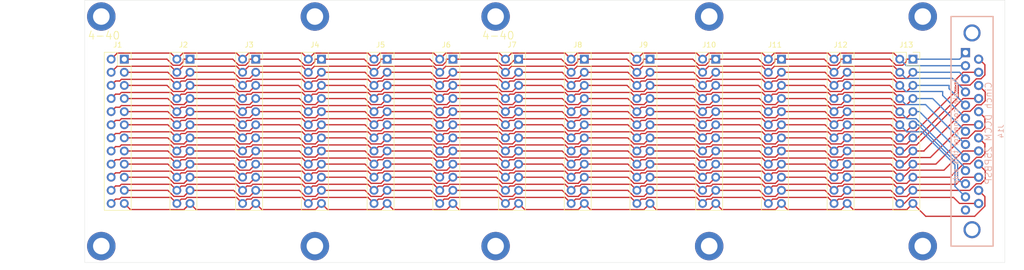
<source format=kicad_pcb>
(kicad_pcb (version 20240108) (generator "pcbnew") (generator_version "8.0")
  (layers (0 "F.Cu" signal) (31 "B.Cu" signal) (34 "B.Paste" user) (35 "F.Paste" user) (36 "B.SilkS" user "B.Silkscreen") (37 "F.SilkS" user "F.Silkscreen") (38 "B.Mask" user) (39 "F.Mask" user) (44 "Edge.Cuts" user))
  (net 0 "")
  (net 1 "/pin1")
  (net 2 "/pin2")
  (net 3 "/pin3")
  (net 4 "/pin4")
  (net 5 "/pin5")
  (net 6 "/pin6")
  (net 7 "/pin7")
  (net 8 "/pin8")
  (net 9 "/pin9")
  (net 10 "/pin10")
  (net 11 "/pin11")
  (net 12 "/pin12")
  (net 13 "/pin13")
  (net 14 "/pin14")
  (net 15 "/pin15")
  (net 16 "/pin16")
  (net 17 "/pin17")
  (net 18 "/pin18")
  (net 19 "/pin19")
  (net 20 "/pin20")
  (net 21 "/pin21")
  (net 22 "/pin22")
  (net 23 "/pin23")
  (net 24 "/pin24")
  (net 25 "GND")
  (footprint "Connector_PinSocket_2.54mm:PinSocket_2x12_P2.54mm_Vertical" (layer "F.Cu") (at 20.32 11.43)
    (property "Reference" "J8")
    (property "Value" "Conn_02x12_Top_Bottom")
  )
  (footprint "Connector_PinSocket_2.54mm:PinSocket_2x12_P2.54mm_Vertical" (layer "F.Cu") (at 33.02 11.43)
    (property "Reference" "J9")
    (property "Value" "Conn_02x12_Top_Bottom")
  )
  (footprint "Connector_PinSocket_2.54mm:PinSocket_2x12_P2.54mm_Vertical" (layer "F.Cu") (at 45.72 11.43)
    (property "Reference" "J10")
    (property "Value" "Conn_02x12_Top_Bottom")
  )
  (footprint "Connector_PinSocket_2.54mm:PinSocket_2x12_P2.54mm_Vertical" (layer "F.Cu") (at 58.42 11.43)
    (property "Reference" "J11")
    (property "Value" "Conn_02x12_Top_Bottom")
  )
  (footprint "Connector_PinSocket_2.54mm:PinSocket_2x12_P2.54mm_Vertical" (layer "F.Cu") (at 71.12 11.43)
    (property "Reference" "J12")
    (property "Value" "Conn_02x12_Top_Bottom")
  )
  (footprint "Connector_PinSocket_2.54mm:PinSocket_2x12_P2.54mm_Vertical" (layer "F.Cu") (at 7.62 11.43)
    (property "Reference" "J7")
    (property "Value" "Conn_02x12_Top_Bottom")
  )
  (footprint "Connector_PinSocket_2.54mm:PinSocket_2x12_P2.54mm_Vertical" (layer "F.Cu") (at 83.82 11.43)
    (property "Reference" "J13")
    (property "Value" "Conn_02x12_Top_Bottom")
  )
  (footprint "MountingHole:MountingHole_3.2mm_M3_ISO14580_Pad_TopBottom" (layer "F.Cu") (at 44.45 47.625)
    (property "Reference" "REF**" (hide yes))
    (property "Value" "MountingHole_3.2mm_M3_ISO14580_Pad_TopBottom")
  )
  (footprint "Connector_PinSocket_2.54mm:PinSocket_2x12_P2.54mm_Vertical" (layer "F.Cu") (at -17.78 11.43)
    (property "Reference" "J5")
    (property "Value" "Conn_02x12_Top_Bottom")
  )
  (footprint "MountingHole:MountingHole_3.2mm_M3_ISO14580_Pad_TopBottom" (layer "F.Cu") (at 44.45 3.175)
    (property "Reference" "REF**" (hide yes))
    (property "Value" "MountingHole_3.2mm_M3_ISO14580_Pad_TopBottom")
  )
  (footprint "Connector_PinSocket_2.54mm:PinSocket_2x12_P2.54mm_Vertical" (layer "F.Cu") (at -68.58 11.43)
    (property "Reference" "J1")
    (property "Value" "Conn_02x12_Top_Bottom")
  )
  (footprint "Connector_PinSocket_2.54mm:PinSocket_2x12_P2.54mm_Vertical" (layer "F.Cu") (at -5.08 11.43)
    (property "Reference" "J6")
    (property "Value" "Conn_02x12_Top_Bottom")
  )
  (footprint "MountingHole:MountingHole_3.2mm_M3_ISO14580_Pad_TopBottom" (layer "F.Cu") (at 85.725 3.175)
    (property "Reference" "REF**" (hide yes))
    (property "Value" "MountingHole_3.2mm_M3_ISO14580_Pad_TopBottom")
  )
  (footprint "MountingHole:MountingHole_3.2mm_M3_ISO14580_Pad_TopBottom" (layer "F.Cu") (at -31.75 47.625)
    (property "Reference" "REF**" (hide yes))
    (property "Value" "MountingHole_3.2mm_M3_ISO14580_Pad_TopBottom")
  )
  (footprint "MountingHole:MountingHole_3.2mm_M3_ISO14580_Pad_TopBottom" (layer "F.Cu") (at -31.75 3.175)
    (property "Reference" "REF**" (hide yes))
    (property "Value" "MountingHole_3.2mm_M3_ISO14580_Pad_TopBottom")
  )
  (footprint "Connector_PinSocket_2.54mm:PinSocket_2x12_P2.54mm_Vertical" (layer "F.Cu") (at -43.18 11.43)
    (property "Reference" "J3")
    (property "Value" "Conn_02x12_Top_Bottom")
  )
  (footprint "MountingHole:MountingHole_3.2mm_M3_ISO14580_Pad_TopBottom" (layer "F.Cu") (at 3.175 47.625)
    (property "Reference" "REF**" (hide yes))
    (property "Value" "MountingHole_3.2mm_M3_ISO14580_Pad_TopBottom")
  )
  (footprint "Connector_PinSocket_2.54mm:PinSocket_2x12_P2.54mm_Vertical" (layer "F.Cu") (at -30.48 11.43)
    (property "Reference" "J4")
    (property "Value" "Conn_02x12_Top_Bottom")
  )
  (footprint "Connector_PinSocket_2.54mm:PinSocket_2x12_P2.54mm_Vertical" (layer "F.Cu") (at -55.88 11.43)
    (property "Reference" "J2")
    (property "Value" "Conn_02x12_Top_Bottom")
  )
  (footprint "MountingHole:MountingHole_3.2mm_M3_ISO14580_Pad_TopBottom" (layer "F.Cu") (at 85.725 47.625)
    (property "Reference" "REF**" (hide yes))
    (property "Value" "MountingHole_3.2mm_M3_ISO14580_Pad_TopBottom")
  )
  (footprint "MountingHole:MountingHole_3.2mm_M3_ISO14580_Pad_TopBottom" (layer "F.Cu") (at 3.175 3.175)
    (property "Reference" "REF**" (hide yes))
    (property "Value" "MountingHole_3.2mm_M3_ISO14580_Pad_TopBottom")
  )
  (footprint "MountingHole:MountingHole_3.2mm_M3_ISO14580_Pad_TopBottom" (layer "F.Cu") (at -73.025 47.625)
    (property "Reference" "REF**" (hide yes))
    (property "Value" "MountingHole_3.2mm_M3_ISO14580_Pad_TopBottom")
  )
  (footprint "MountingHole:MountingHole_3.2mm_M3_ISO14580_Pad_TopBottom" (layer "F.Cu") (at -73.025 3.175)
    (property "Reference" "REF**" (hide yes))
    (property "Value" "MountingHole_3.2mm_M3_ISO14580_Pad_TopBottom")
  )
  (footprint "microd_pcb:25_pin_micro_D_male_straight_mount_pdb_wide_spacing" (layer "B.Cu") (at 95.25 25.4 -90)
    (property "Reference" "J14")
    (property "Value" "DB25_Female_MountingHoles")
  )
  (gr_line (start 101.6 0) (end 101.6 50.8) (stroke (width 0.05)) (layer "Edge.Cuts"))
  (gr_line (start -76.2 0) (end 101.6 0) (stroke (width 0.05)) (layer "Edge.Cuts"))
  (gr_line (start 101.6 50.8) (end -76.2 50.8) (stroke (width 0.05)) (layer "Edge.Cuts"))
  (gr_line (start -76.2 0) (end -76.2 50.8) (stroke (width 0.05)) (layer "Edge.Cuts"))
  (gr_text "female connector this side" (at 92.075 25.4 90) (layer "B.SilkS") (effects (font (size 1 1)) (justify mirror)))
  (gr_text "4-40" (at -72.517 6.858 0) (layer "F.SilkS") (effects (font (size 1.524 1.524))))
  (gr_text "4-40" (at 3.683 6.858 0) (layer "F.SilkS") (effects (font (size 1.524 1.524))))
  (segment (start 71.12 11.43) (end 79.37641 11.43) (width 0.25) (layer "F.Cu") (net 1))
  (segment (start 81.844001 12.605001) (end 82.55 11.899002) (width 0.25) (layer "F.Cu") (net 1))
  (segment (start 79.37641 11.43) (end 80.551411 12.605001) (width 0.25) (layer "F.Cu") (net 1))
  (segment (start 82.55 11.43) (end 83.82 11.43) (width 0.25) (layer "F.Cu") (net 1))
  (segment (start 80.551411 12.605001) (end 81.844001 12.605001) (width 0.25) (layer "F.Cu") (net 1))
  (segment (start 82.55 11.899002) (end 82.55 11.43) (width 0.25) (layer "F.Cu") (net 1))
  (segment (start 7.62 11.43) (end 15.87641 11.43) (width 0.25) (layer "F.Cu") (net 1))
  (segment (start 18.344001 12.605001) (end 19.05 11.899002) (width 0.25) (layer "F.Cu") (net 1))
  (segment (start 15.87641 11.43) (end 17.051411 12.605001) (width 0.25) (layer "F.Cu") (net 1))
  (segment (start 19.05 11.43) (end 20.32 11.43) (width 0.25) (layer "F.Cu") (net 1))
  (segment (start 17.051411 12.605001) (end 18.344001 12.605001) (width 0.25) (layer "F.Cu") (net 1))
  (segment (start 19.05 11.899002) (end 19.05 11.43) (width 0.25) (layer "F.Cu") (net 1))
  (segment (start -46.448589 12.605001) (end -45.155999 12.605001) (width 0.25) (layer "F.Cu") (net 1))
  (segment (start 45.72 11.43) (end 53.97641 11.43) (width 0.25) (layer "F.Cu") (net 1))
  (segment (start 6.97 11.43) (end 7.62 11.43) (width 0.25) (layer "F.Cu") (net 1))
  (segment (start -57.855999 12.605001) (end -57.15 11.899002) (width 0.25) (layer "F.Cu") (net 1))
  (segment (start -19.755999 12.605001) (end -19.05 11.899002) (width 0.25) (layer "F.Cu") (net 1))
  (segment (start 3.17641 11.43) (end 4.35141 12.605) (width 0.25) (layer "F.Cu") (net 1))
  (segment (start 69.144001 12.605001) (end 69.85 11.899002) (width 0.25) (layer "F.Cu") (net 1))
  (segment (start -32.455999 12.605001) (end -31.75 11.899002) (width 0.25) (layer "F.Cu") (net 1))
  (segment (start -6.35 11.899002) (end -6.35 11.43) (width 0.25) (layer "F.Cu") (net 1))
  (segment (start -59.148589 12.605001) (end -57.855999 12.605001) (width 0.25) (layer "F.Cu") (net 1))
  (segment (start 58.42 11.43) (end 66.67641 11.43) (width 0.25) (layer "F.Cu") (net 1))
  (segment (start -33.748589 12.605001) (end -32.455999 12.605001) (width 0.25) (layer "F.Cu") (net 1))
  (segment (start 56.444001 12.605001) (end 57.15 11.899002) (width 0.25) (layer "F.Cu") (net 1))
  (segment (start -57.15 11.43) (end -55.88 11.43) (width 0.25) (layer "F.Cu") (net 1))
  (segment (start -45.155999 12.605001) (end -44.45 11.899002) (width 0.25) (layer "F.Cu") (net 1))
  (segment (start 53.97641 11.43) (end 55.151411 12.605001) (width 0.25) (layer "F.Cu") (net 1))
  (segment (start 44.45 11.43) (end 45.72 11.43) (width 0.25) (layer "F.Cu") (net 1))
  (segment (start 43.744001 12.605001) (end 44.45 11.899002) (width 0.25) (layer "F.Cu") (net 1))
  (segment (start 31.75 11.43) (end 33.02 11.43) (width 0.25) (layer "F.Cu") (net 1))
  (segment (start -68.58 11.43) (end -60.32359 11.43) (width 0.25) (layer "F.Cu") (net 1))
  (segment (start -60.32359 11.43) (end -59.148589 12.605001) (width 0.25) (layer "F.Cu") (net 1))
  (segment (start -47.62359 11.43) (end -46.448589 12.605001) (width 0.25) (layer "F.Cu") (net 1))
  (segment (start -30.48 11.43) (end -22.22359 11.43) (width 0.25) (layer "F.Cu") (net 1))
  (segment (start 29.751411 12.605001) (end 31.044001 12.605001) (width 0.25) (layer "F.Cu") (net 1))
  (segment (start -57.15 11.899002) (end -57.15 11.43) (width 0.25) (layer "F.Cu") (net 1))
  (segment (start 31.75 11.899002) (end 31.75 11.43) (width 0.25) (layer "F.Cu") (net 1))
  (segment (start -57.855999 12.605001) (end -57.15 11.899002) (width 0.25) (layer "F.Cu") (net 1))
  (segment (start -22.22359 11.43) (end -21.048589 12.605001) (width 0.25) (layer "F.Cu") (net 1))
  (segment (start 19.05 11.43) (end 20.32 11.43) (width 0.25) (layer "F.Cu") (net 1))
  (segment (start 19.05 11.899002) (end 19.05 11.43) (width 0.25) (layer "F.Cu") (net 1))
  (segment (start -5.08 11.43) (end 3.17641 11.43) (width 0.25) (layer "F.Cu") (net 1))
  (segment (start -19.05 11.43) (end -17.78 11.43) (width 0.25) (layer "F.Cu") (net 1))
  (segment (start -31.75 11.43) (end -30.48 11.43) (width 0.25) (layer "F.Cu") (net 1))
  (segment (start 4.35141 12.605) (end 5.795 12.605) (width 0.25) (layer "F.Cu") (net 1))
  (segment (start 31.044001 12.605001) (end 31.75 11.899002) (width 0.25) (layer "F.Cu") (net 1))
  (segment (start -55.88 11.43) (end -47.62359 11.43) (width 0.25) (layer "F.Cu") (net 1))
  (segment (start 18.344001 12.605001) (end 19.05 11.899002) (width 0.25) (layer "F.Cu") (net 1))
  (segment (start -7.055999 12.605001) (end -6.35 11.899002) (width 0.25) (layer "F.Cu") (net 1))
  (segment (start -43.18 11.43) (end -34.92359 11.43) (width 0.25) (layer "F.Cu") (net 1))
  (segment (start -57.15 11.43) (end -55.88 11.43) (width 0.25) (layer "F.Cu") (net 1))
  (segment (start -57.15 11.899002) (end -57.15 11.43) (width 0.25) (layer "F.Cu") (net 1))
  (segment (start 28.57641 11.43) (end 29.751411 12.605001) (width 0.25) (layer "F.Cu") (net 1))
  (segment (start 67.851411 12.605001) (end 69.144001 12.605001) (width 0.25) (layer "F.Cu") (net 1))
  (segment (start -44.45 11.43) (end -43.18 11.43) (width 0.25) (layer "F.Cu") (net 1))
  (segment (start -21.048589 12.605001) (end -19.755999 12.605001) (width 0.25) (layer "F.Cu") (net 1))
  (segment (start -19.05 11.899002) (end -19.05 11.43) (width 0.25) (layer "F.Cu") (net 1))
  (segment (start 66.67641 11.43) (end 67.851411 12.605001) (width 0.25) (layer "F.Cu") (net 1))
  (segment (start 41.27641 11.43) (end 42.451411 12.605001) (width 0.25) (layer "F.Cu") (net 1))
  (segment (start 57.15 11.899002) (end 57.15 11.43) (width 0.25) (layer "F.Cu") (net 1))
  (segment (start 69.85 11.899002) (end 69.85 11.43) (width 0.25) (layer "F.Cu") (net 1))
  (segment (start 44.45 11.899002) (end 44.45 11.43) (width 0.25) (layer "F.Cu") (net 1))
  (segment (start 42.451411 12.605001) (end 43.744001 12.605001) (width 0.25) (layer "F.Cu") (net 1))
  (segment (start 5.795 12.605) (end 6.97 11.43) (width 0.25) (layer "F.Cu") (net 1))
  (segment (start 55.151411 12.605001) (end 56.444001 12.605001) (width 0.25) (layer "F.Cu") (net 1))
  (segment (start 57.15 11.43) (end 58.42 11.43) (width 0.25) (layer "F.Cu") (net 1))
  (segment (start -31.75 11.899002) (end -31.75 11.43) (width 0.25) (layer "F.Cu") (net 1))
  (segment (start 20.32 11.43) (end 28.57641 11.43) (width 0.25) (layer "F.Cu") (net 1))
  (segment (start -6.35 11.43) (end -5.08 11.43) (width 0.25) (layer "F.Cu") (net 1))
  (segment (start 33.02 11.43) (end 41.27641 11.43) (width 0.25) (layer "F.Cu") (net 1))
  (segment (start -17.78 11.43) (end -9.52359 11.43) (width 0.25) (layer "F.Cu") (net 1))
  (segment (start -8.348589 12.605001) (end -7.055999 12.605001) (width 0.25) (layer "F.Cu") (net 1))
  (segment (start -34.92359 11.43) (end -33.748589 12.605001) (width 0.25) (layer "F.Cu") (net 1))
  (segment (start 69.85 11.43) (end 71.12 11.43) (width 0.25) (layer "F.Cu") (net 1))
  (segment (start -44.45 11.899002) (end -44.45 11.43) (width 0.25) (layer "F.Cu") (net 1))
  (segment (start -9.52359 11.43) (end -8.348589 12.605001) (width 0.25) (layer "F.Cu") (net 1))
  (segment (start 92.837 11.43) (end 93.98 10.287) (width 0.25) (layer "B.Cu") (net 1))
  (segment (start 83.82 11.43) (end 92.837 11.43) (width 0.25) (layer "B.Cu") (net 1))
  (segment (start 80.430001 10.580001) (end 81.28 11.43) (width 0.25) (layer "F.Cu") (net 2))
  (segment (start 69.755001 10.254999) (end 80.104999 10.254999) (width 0.25) (layer "F.Cu") (net 2))
  (segment (start 68.58 11.43) (end 69.755001 10.254999) (width 0.25) (layer "F.Cu") (net 2))
  (segment (start 80.104999 10.254999) (end 80.430001 10.580001) (width 0.25) (layer "F.Cu") (net 2))
  (segment (start 16.930001 10.580001) (end 17.78 11.43) (width 0.25) (layer "F.Cu") (net 2))
  (segment (start 6.255001 10.254999) (end 16.604999 10.254999) (width 0.25) (layer "F.Cu") (net 2))
  (segment (start 5.08 11.43) (end 6.255001 10.254999) (width 0.25) (layer "F.Cu") (net 2))
  (segment (start 16.604999 10.254999) (end 16.930001 10.580001) (width 0.25) (layer "F.Cu") (net 2))
  (segment (start -33.869999 10.580001) (end -33.02 11.43) (width 0.25) (layer "F.Cu") (net 2))
  (segment (start -58.42 11.43) (end -57.244999 10.254999) (width 0.25) (layer "F.Cu") (net 2))
  (segment (start -7.62 11.43) (end -6.444999 10.254999) (width 0.25) (layer "F.Cu") (net 2))
  (segment (start 17.78 11.43) (end 18.955001 10.254999) (width 0.25) (layer "F.Cu") (net 2))
  (segment (start -31.844999 10.254999) (end -21.495001 10.254999) (width 0.25) (layer "F.Cu") (net 2))
  (segment (start 18.955001 10.254999) (end 29.304999 10.254999) (width 0.25) (layer "F.Cu") (net 2))
  (segment (start -8.469999 10.580001) (end -7.62 11.43) (width 0.25) (layer "F.Cu") (net 2))
  (segment (start -20.32 11.43) (end -19.144999 10.254999) (width 0.25) (layer "F.Cu") (net 2))
  (segment (start 43.18 11.43) (end 44.355001 10.254999) (width 0.25) (layer "F.Cu") (net 2))
  (segment (start 55.030001 10.580001) (end 55.88 11.43) (width 0.25) (layer "F.Cu") (net 2))
  (segment (start 42.330001 10.580001) (end 43.18 11.43) (width 0.25) (layer "F.Cu") (net 2))
  (segment (start -69.944999 10.254999) (end -59.595001 10.254999) (width 0.25) (layer "F.Cu") (net 2))
  (segment (start -33.02 11.43) (end -31.844999 10.254999) (width 0.25) (layer "F.Cu") (net 2))
  (segment (start -71.12 11.43) (end -69.944999 10.254999) (width 0.25) (layer "F.Cu") (net 2))
  (segment (start 30.48 11.43) (end 31.655001 10.254999) (width 0.25) (layer "F.Cu") (net 2))
  (segment (start 55.88 11.43) (end 57.055001 10.254999) (width 0.25) (layer "F.Cu") (net 2))
  (segment (start -46.569999 10.580001) (end -45.72 11.43) (width 0.25) (layer "F.Cu") (net 2))
  (segment (start 57.055001 10.254999) (end 67.404999 10.254999) (width 0.25) (layer "F.Cu") (net 2))
  (segment (start -19.144999 10.254999) (end -8.795001 10.254999) (width 0.25) (layer "F.Cu") (net 2))
  (segment (start -45.72 11.43) (end -44.544999 10.254999) (width 0.25) (layer "F.Cu") (net 2))
  (segment (start -59.595001 10.254999) (end -59.269999 10.580001) (width 0.25) (layer "F.Cu") (net 2))
  (segment (start -59.269999 10.580001) (end -58.42 11.43) (width 0.25) (layer "F.Cu") (net 2))
  (segment (start 29.304999 10.254999) (end 29.630001 10.580001) (width 0.25) (layer "F.Cu") (net 2))
  (segment (start 31.655001 10.254999) (end 42.004999 10.254999) (width 0.25) (layer "F.Cu") (net 2))
  (segment (start 3.904999 10.254999) (end 5.08 11.43) (width 0.25) (layer "F.Cu") (net 2))
  (segment (start -57.244999 10.254999) (end -46.895001 10.254999) (width 0.25) (layer "F.Cu") (net 2))
  (segment (start -6.444999 10.254999) (end 3.904999 10.254999) (width 0.25) (layer "F.Cu") (net 2))
  (segment (start -34.195001 10.254999) (end -33.869999 10.580001) (width 0.25) (layer "F.Cu") (net 2))
  (segment (start -44.544999 10.254999) (end -34.195001 10.254999) (width 0.25) (layer "F.Cu") (net 2))
  (segment (start -8.795001 10.254999) (end -8.469999 10.580001) (width 0.25) (layer "F.Cu") (net 2))
  (segment (start -21.169999 10.580001) (end -20.32 11.43) (width 0.25) (layer "F.Cu") (net 2))
  (segment (start 29.630001 10.580001) (end 30.48 11.43) (width 0.25) (layer "F.Cu") (net 2))
  (segment (start 44.355001 10.254999) (end 54.704999 10.254999) (width 0.25) (layer "F.Cu") (net 2))
  (segment (start -21.495001 10.254999) (end -21.169999 10.580001) (width 0.25) (layer "F.Cu") (net 2))
  (segment (start 42.004999 10.254999) (end 42.330001 10.580001) (width 0.25) (layer "F.Cu") (net 2))
  (segment (start 67.730001 10.580001) (end 68.58 11.43) (width 0.25) (layer "F.Cu") (net 2))
  (segment (start 67.404999 10.254999) (end 67.730001 10.580001) (width 0.25) (layer "F.Cu") (net 2))
  (segment (start 54.704999 10.254999) (end 55.030001 10.580001) (width 0.25) (layer "F.Cu") (net 2))
  (segment (start -46.895001 10.254999) (end -46.569999 10.580001) (width 0.25) (layer "F.Cu") (net 2))
  (segment (start 81.28 11.43) (end 82.55 12.7) (width 0.25) (layer "B.Cu") (net 2))
  (segment (start 82.55 12.7) (end 93.98 12.7) (width 0.25) (layer "B.Cu") (net 2))
  (segment (start 80.715999 15.145001) (end 82.644999 15.145001) (width 0.25) (layer "F.Cu") (net 3))
  (segment (start 82.644999 15.145001) (end 82.970001 14.819999) (width 0.25) (layer "F.Cu") (net 3))
  (segment (start 82.970001 14.819999) (end 83.82 13.97) (width 0.25) (layer "F.Cu") (net 3))
  (segment (start 79.540998 13.97) (end 80.715999 15.145001) (width 0.25) (layer "F.Cu") (net 3))
  (segment (start 71.12 13.97) (end 79.540998 13.97) (width 0.25) (layer "F.Cu") (net 3))
  (segment (start 17.215999 15.145001) (end 19.144999 15.145001) (width 0.25) (layer "F.Cu") (net 3))
  (segment (start 19.144999 15.145001) (end 19.470001 14.819999) (width 0.25) (layer "F.Cu") (net 3))
  (segment (start 19.470001 14.819999) (end 20.32 13.97) (width 0.25) (layer "F.Cu") (net 3))
  (segment (start 16.040998 13.97) (end 17.215999 15.145001) (width 0.25) (layer "F.Cu") (net 3))
  (segment (start 7.62 13.97) (end 16.040998 13.97) (width 0.25) (layer "F.Cu") (net 3))
  (segment (start -22.059002 13.97) (end -20.884001 15.145001) (width 0.25) (layer "F.Cu") (net 3))
  (segment (start -34.759002 13.97) (end -33.584001 15.145001) (width 0.25) (layer "F.Cu") (net 3))
  (segment (start -56.729999 14.819999) (end -55.88 13.97) (width 0.25) (layer "F.Cu") (net 3))
  (segment (start 6.445 15.145) (end 7.62 13.97) (width 0.25) (layer "F.Cu") (net 3))
  (segment (start -9.359002 13.97) (end -8.184001 15.145001) (width 0.25) (layer "F.Cu") (net 3))
  (segment (start 19.144999 15.145001) (end 19.470001 14.819999) (width 0.25) (layer "F.Cu") (net 3))
  (segment (start -31.655001 15.145001) (end -31.329999 14.819999) (width 0.25) (layer "F.Cu") (net 3))
  (segment (start -33.584001 15.145001) (end -31.655001 15.145001) (width 0.25) (layer "F.Cu") (net 3))
  (segment (start 19.470001 14.819999) (end 20.32 13.97) (width 0.25) (layer "F.Cu") (net 3))
  (segment (start -57.055001 15.145001) (end -56.729999 14.819999) (width 0.25) (layer "F.Cu") (net 3))
  (segment (start -30.48 13.97) (end -22.059002 13.97) (width 0.25) (layer "F.Cu") (net 3))
  (segment (start -8.184001 15.145001) (end -6.255001 15.145001) (width 0.25) (layer "F.Cu") (net 3))
  (segment (start 44.870001 14.819999) (end 45.72 13.97) (width 0.25) (layer "F.Cu") (net 3))
  (segment (start -44.355001 15.145001) (end -44.029999 14.819999) (width 0.25) (layer "F.Cu") (net 3))
  (segment (start -57.055001 15.145001) (end -56.729999 14.819999) (width 0.25) (layer "F.Cu") (net 3))
  (segment (start -47.459002 13.97) (end -46.284001 15.145001) (width 0.25) (layer "F.Cu") (net 3))
  (segment (start -68.58 13.97) (end -60.159002 13.97) (width 0.25) (layer "F.Cu") (net 3))
  (segment (start 57.570001 14.819999) (end 58.42 13.97) (width 0.25) (layer "F.Cu") (net 3))
  (segment (start 68.015999 15.145001) (end 69.944999 15.145001) (width 0.25) (layer "F.Cu") (net 3))
  (segment (start 69.944999 15.145001) (end 70.270001 14.819999) (width 0.25) (layer "F.Cu") (net 3))
  (segment (start 45.72 13.97) (end 54.140998 13.97) (width 0.25) (layer "F.Cu") (net 3))
  (segment (start -44.029999 14.819999) (end -43.18 13.97) (width 0.25) (layer "F.Cu") (net 3))
  (segment (start -43.18 13.97) (end -34.759002 13.97) (width 0.25) (layer "F.Cu") (net 3))
  (segment (start -55.88 13.97) (end -47.459002 13.97) (width 0.25) (layer "F.Cu") (net 3))
  (segment (start 31.844999 15.145001) (end 32.170001 14.819999) (width 0.25) (layer "F.Cu") (net 3))
  (segment (start 57.244999 15.145001) (end 57.570001 14.819999) (width 0.25) (layer "F.Cu") (net 3))
  (segment (start -18.955001 15.145001) (end -18.629999 14.819999) (width 0.25) (layer "F.Cu") (net 3))
  (segment (start -20.884001 15.145001) (end -18.955001 15.145001) (width 0.25) (layer "F.Cu") (net 3))
  (segment (start 55.315999 15.145001) (end 57.244999 15.145001) (width 0.25) (layer "F.Cu") (net 3))
  (segment (start -18.629999 14.819999) (end -17.78 13.97) (width 0.25) (layer "F.Cu") (net 3))
  (segment (start 28.740998 13.97) (end 29.915999 15.145001) (width 0.25) (layer "F.Cu") (net 3))
  (segment (start 4.515998 15.145) (end 6.445 15.145) (width 0.25) (layer "F.Cu") (net 3))
  (segment (start -56.729999 14.819999) (end -55.88 13.97) (width 0.25) (layer "F.Cu") (net 3))
  (segment (start -6.255001 15.145001) (end -5.929999 14.819999) (width 0.25) (layer "F.Cu") (net 3))
  (segment (start -58.984001 15.145001) (end -57.055001 15.145001) (width 0.25) (layer "F.Cu") (net 3))
  (segment (start 54.140998 13.97) (end 55.315999 15.145001) (width 0.25) (layer "F.Cu") (net 3))
  (segment (start 41.440998 13.97) (end 42.615999 15.145001) (width 0.25) (layer "F.Cu") (net 3))
  (segment (start 66.840998 13.97) (end 68.015999 15.145001) (width 0.25) (layer "F.Cu") (net 3))
  (segment (start 3.340998 13.97) (end 4.515998 15.145) (width 0.25) (layer "F.Cu") (net 3))
  (segment (start 42.615999 15.145001) (end 44.544999 15.145001) (width 0.25) (layer "F.Cu") (net 3))
  (segment (start -5.08 13.97) (end 3.340998 13.97) (width 0.25) (layer "F.Cu") (net 3))
  (segment (start -46.284001 15.145001) (end -44.355001 15.145001) (width 0.25) (layer "F.Cu") (net 3))
  (segment (start 58.42 13.97) (end 66.840998 13.97) (width 0.25) (layer "F.Cu") (net 3))
  (segment (start -17.78 13.97) (end -9.359002 13.97) (width 0.25) (layer "F.Cu") (net 3))
  (segment (start -5.929999 14.819999) (end -5.08 13.97) (width 0.25) (layer "F.Cu") (net 3))
  (segment (start -60.159002 13.97) (end -58.984001 15.145001) (width 0.25) (layer "F.Cu") (net 3))
  (segment (start 33.02 13.97) (end 41.440998 13.97) (width 0.25) (layer "F.Cu") (net 3))
  (segment (start 70.270001 14.819999) (end 71.12 13.97) (width 0.25) (layer "F.Cu") (net 3))
  (segment (start 32.170001 14.819999) (end 33.02 13.97) (width 0.25) (layer "F.Cu") (net 3))
  (segment (start 20.32 13.97) (end 28.740998 13.97) (width 0.25) (layer "F.Cu") (net 3))
  (segment (start 29.915999 15.145001) (end 31.844999 15.145001) (width 0.25) (layer "F.Cu") (net 3))
  (segment (start 44.544999 15.145001) (end 44.870001 14.819999) (width 0.25) (layer "F.Cu") (net 3))
  (segment (start -31.329999 14.819999) (end -30.48 13.97) (width 0.25) (layer "F.Cu") (net 3))
  (segment (start 92.837 13.97) (end 94.107 15.24) (width 0.25) (layer "B.Cu") (net 3))
  (segment (start 83.82 13.97) (end 92.837 13.97) (width 0.25) (layer "B.Cu") (net 3))
  (segment (start 69.755001 12.794999) (end 80.104999 12.794999) (width 0.25) (layer "F.Cu") (net 4))
  (segment (start 68.58 13.97) (end 69.755001 12.794999) (width 0.25) (layer "F.Cu") (net 4))
  (segment (start 80.104999 12.794999) (end 80.430001 13.120001) (width 0.25) (layer "F.Cu") (net 4))
  (segment (start 80.430001 13.120001) (end 81.28 13.97) (width 0.25) (layer "F.Cu") (net 4))
  (segment (start 6.255001 12.794999) (end 16.604999 12.794999) (width 0.25) (layer "F.Cu") (net 4))
  (segment (start 5.08 13.97) (end 6.255001 12.794999) (width 0.25) (layer "F.Cu") (net 4))
  (segment (start 16.604999 12.794999) (end 16.930001 13.120001) (width 0.25) (layer "F.Cu") (net 4))
  (segment (start 16.930001 13.120001) (end 17.78 13.97) (width 0.25) (layer "F.Cu") (net 4))
  (segment (start 42.330001 13.120001) (end 43.18 13.97) (width 0.25) (layer "F.Cu") (net 4))
  (segment (start -21.495001 12.794999) (end -21.169999 13.120001) (width 0.25) (layer "F.Cu") (net 4))
  (segment (start -6.444999 12.794999) (end 3.904999 12.794999) (width 0.25) (layer "F.Cu") (net 4))
  (segment (start 3.904999 12.794999) (end 5.08 13.97) (width 0.25) (layer "F.Cu") (net 4))
  (segment (start -45.72 13.97) (end -44.544999 12.794999) (width 0.25) (layer "F.Cu") (net 4))
  (segment (start 17.78 13.97) (end 18.955001 12.794999) (width 0.25) (layer "F.Cu") (net 4))
  (segment (start 67.730001 13.120001) (end 68.58 13.97) (width 0.25) (layer "F.Cu") (net 4))
  (segment (start 18.955001 12.794999) (end 29.304999 12.794999) (width 0.25) (layer "F.Cu") (net 4))
  (segment (start -58.42 13.97) (end -57.244999 12.794999) (width 0.25) (layer "F.Cu") (net 4))
  (segment (start 42.004999 12.794999) (end 42.330001 13.120001) (width 0.25) (layer "F.Cu") (net 4))
  (segment (start -59.595001 12.794999) (end -59.269999 13.120001) (width 0.25) (layer "F.Cu") (net 4))
  (segment (start 29.630001 13.120001) (end 30.48 13.97) (width 0.25) (layer "F.Cu") (net 4))
  (segment (start -69.944999 12.794999) (end -59.595001 12.794999) (width 0.25) (layer "F.Cu") (net 4))
  (segment (start -46.569999 13.120001) (end -45.72 13.97) (width 0.25) (layer "F.Cu") (net 4))
  (segment (start -33.02 13.97) (end -31.844999 12.794999) (width 0.25) (layer "F.Cu") (net 4))
  (segment (start -31.844999 12.794999) (end -21.495001 12.794999) (width 0.25) (layer "F.Cu") (net 4))
  (segment (start -7.62 13.97) (end -6.444999 12.794999) (width 0.25) (layer "F.Cu") (net 4))
  (segment (start -33.869999 13.120001) (end -33.02 13.97) (width 0.25) (layer "F.Cu") (net 4))
  (segment (start -57.244999 12.794999) (end -46.895001 12.794999) (width 0.25) (layer "F.Cu") (net 4))
  (segment (start -21.169999 13.120001) (end -20.32 13.97) (width 0.25) (layer "F.Cu") (net 4))
  (segment (start -8.469999 13.120001) (end -7.62 13.97) (width 0.25) (layer "F.Cu") (net 4))
  (segment (start 30.48 13.97) (end 31.655001 12.794999) (width 0.25) (layer "F.Cu") (net 4))
  (segment (start -8.795001 12.794999) (end -8.469999 13.120001) (width 0.25) (layer "F.Cu") (net 4))
  (segment (start -44.544999 12.794999) (end -34.195001 12.794999) (width 0.25) (layer "F.Cu") (net 4))
  (segment (start 55.88 13.97) (end 57.055001 12.794999) (width 0.25) (layer "F.Cu") (net 4))
  (segment (start 29.304999 12.794999) (end 29.630001 13.120001) (width 0.25) (layer "F.Cu") (net 4))
  (segment (start 55.030001 13.120001) (end 55.88 13.97) (width 0.25) (layer "F.Cu") (net 4))
  (segment (start -34.195001 12.794999) (end -33.869999 13.120001) (width 0.25) (layer "F.Cu") (net 4))
  (segment (start -46.895001 12.794999) (end -46.569999 13.120001) (width 0.25) (layer "F.Cu") (net 4))
  (segment (start 54.704999 12.794999) (end 55.030001 13.120001) (width 0.25) (layer "F.Cu") (net 4))
  (segment (start -19.144999 12.794999) (end -8.795001 12.794999) (width 0.25) (layer "F.Cu") (net 4))
  (segment (start 67.404999 12.794999) (end 67.730001 13.120001) (width 0.25) (layer "F.Cu") (net 4))
  (segment (start 43.18 13.97) (end 44.355001 12.794999) (width 0.25) (layer "F.Cu") (net 4))
  (segment (start -71.12 13.97) (end -69.944999 12.794999) (width 0.25) (layer "F.Cu") (net 4))
  (segment (start 44.355001 12.794999) (end 54.704999 12.794999) (width 0.25) (layer "F.Cu") (net 4))
  (segment (start -59.269999 13.120001) (end -58.42 13.97) (width 0.25) (layer "F.Cu") (net 4))
  (segment (start -20.32 13.97) (end -19.144999 12.794999) (width 0.25) (layer "F.Cu") (net 4))
  (segment (start 57.055001 12.794999) (end 67.404999 12.794999) (width 0.25) (layer "F.Cu") (net 4))
  (segment (start 31.655001 12.794999) (end 42.004999 12.794999) (width 0.25) (layer "F.Cu") (net 4))
  (segment (start 81.28 13.97) (end 82.454511 15.144511) (width 0.25) (layer "B.Cu") (net 4))
  (segment (start 82.454511 15.144511) (end 91.471511 15.144511) (width 0.25) (layer "B.Cu") (net 4))
  (segment (start 91.471511 15.144511) (end 93.98 17.653) (width 0.25) (layer "B.Cu") (net 4))
  (segment (start 82.644999 17.685001) (end 82.970001 17.359999) (width 0.25) (layer "F.Cu") (net 5))
  (segment (start 80.551411 17.685001) (end 82.644999 17.685001) (width 0.25) (layer "F.Cu") (net 5))
  (segment (start 79.37641 16.51) (end 80.551411 17.685001) (width 0.25) (layer "F.Cu") (net 5))
  (segment (start 71.12 16.51) (end 79.37641 16.51) (width 0.25) (layer "F.Cu") (net 5))
  (segment (start 82.970001 17.359999) (end 83.82 16.51) (width 0.25) (layer "F.Cu") (net 5))
  (segment (start 19.144999 17.685001) (end 19.470001 17.359999) (width 0.25) (layer "F.Cu") (net 5))
  (segment (start 17.051411 17.685001) (end 19.144999 17.685001) (width 0.25) (layer "F.Cu") (net 5))
  (segment (start 15.87641 16.51) (end 17.051411 17.685001) (width 0.25) (layer "F.Cu") (net 5))
  (segment (start 7.62 16.51) (end 15.87641 16.51) (width 0.25) (layer "F.Cu") (net 5))
  (segment (start 19.470001 17.359999) (end 20.32 16.51) (width 0.25) (layer "F.Cu") (net 5))
  (segment (start -68.58 16.51) (end -60.32359 16.51) (width 0.25) (layer "F.Cu") (net 5))
  (segment (start 20.32 16.51) (end 28.57641 16.51) (width 0.25) (layer "F.Cu") (net 5))
  (segment (start 44.544999 17.685001) (end 44.870001 17.359999) (width 0.25) (layer "F.Cu") (net 5))
  (segment (start 3.17641 16.51) (end 4.35141 17.685) (width 0.25) (layer "F.Cu") (net 5))
  (segment (start 19.144999 17.685001) (end 19.470001 17.359999) (width 0.25) (layer "F.Cu") (net 5))
  (segment (start 28.57641 16.51) (end 29.751411 17.685001) (width 0.25) (layer "F.Cu") (net 5))
  (segment (start 66.67641 16.51) (end 67.851411 17.685001) (width 0.25) (layer "F.Cu") (net 5))
  (segment (start -57.055001 17.685001) (end -56.729999 17.359999) (width 0.25) (layer "F.Cu") (net 5))
  (segment (start 42.451411 17.685001) (end 44.544999 17.685001) (width 0.25) (layer "F.Cu") (net 5))
  (segment (start -44.355001 17.685001) (end -44.029999 17.359999) (width 0.25) (layer "F.Cu") (net 5))
  (segment (start -8.348589 17.685001) (end -6.255001 17.685001) (width 0.25) (layer "F.Cu") (net 5))
  (segment (start -43.18 16.51) (end -34.92359 16.51) (width 0.25) (layer "F.Cu") (net 5))
  (segment (start 33.02 16.51) (end 41.27641 16.51) (width 0.25) (layer "F.Cu") (net 5))
  (segment (start -44.029999 17.359999) (end -43.18 16.51) (width 0.25) (layer "F.Cu") (net 5))
  (segment (start -5.929999 17.359999) (end -5.08 16.51) (width 0.25) (layer "F.Cu") (net 5))
  (segment (start -46.448589 17.685001) (end -44.355001 17.685001) (width 0.25) (layer "F.Cu") (net 5))
  (segment (start 58.42 16.51) (end 66.67641 16.51) (width 0.25) (layer "F.Cu") (net 5))
  (segment (start 57.244999 17.685001) (end 57.570001 17.359999) (width 0.25) (layer "F.Cu") (net 5))
  (segment (start -18.955001 17.685001) (end -18.629999 17.359999) (width 0.25) (layer "F.Cu") (net 5))
  (segment (start 41.27641 16.51) (end 42.451411 17.685001) (width 0.25) (layer "F.Cu") (net 5))
  (segment (start -34.92359 16.51) (end -33.748589 17.685001) (width 0.25) (layer "F.Cu") (net 5))
  (segment (start -56.729999 17.359999) (end -55.88 16.51) (width 0.25) (layer "F.Cu") (net 5))
  (segment (start 57.570001 17.359999) (end 58.42 16.51) (width 0.25) (layer "F.Cu") (net 5))
  (segment (start -31.329999 17.359999) (end -30.48 16.51) (width 0.25) (layer "F.Cu") (net 5))
  (segment (start 69.944999 17.685001) (end 70.270001 17.359999) (width 0.25) (layer "F.Cu") (net 5))
  (segment (start -18.629999 17.359999) (end -17.78 16.51) (width 0.25) (layer "F.Cu") (net 5))
  (segment (start -60.32359 16.51) (end -59.148589 17.685001) (width 0.25) (layer "F.Cu") (net 5))
  (segment (start 4.35141 17.685) (end 6.445 17.685) (width 0.25) (layer "F.Cu") (net 5))
  (segment (start -17.78 16.51) (end -9.52359 16.51) (width 0.25) (layer "F.Cu") (net 5))
  (segment (start -21.048589 17.685001) (end -18.955001 17.685001) (width 0.25) (layer "F.Cu") (net 5))
  (segment (start 32.170001 17.359999) (end 33.02 16.51) (width 0.25) (layer "F.Cu") (net 5))
  (segment (start 45.72 16.51) (end 53.97641 16.51) (width 0.25) (layer "F.Cu") (net 5))
  (segment (start 44.870001 17.359999) (end 45.72 16.51) (width 0.25) (layer "F.Cu") (net 5))
  (segment (start 67.851411 17.685001) (end 69.944999 17.685001) (width 0.25) (layer "F.Cu") (net 5))
  (segment (start -6.255001 17.685001) (end -5.929999 17.359999) (width 0.25) (layer "F.Cu") (net 5))
  (segment (start 29.751411 17.685001) (end 31.844999 17.685001) (width 0.25) (layer "F.Cu") (net 5))
  (segment (start -31.655001 17.685001) (end -31.329999 17.359999) (width 0.25) (layer "F.Cu") (net 5))
  (segment (start 55.151411 17.685001) (end 57.244999 17.685001) (width 0.25) (layer "F.Cu") (net 5))
  (segment (start 31.844999 17.685001) (end 32.170001 17.359999) (width 0.25) (layer "F.Cu") (net 5))
  (segment (start -55.88 16.51) (end -47.62359 16.51) (width 0.25) (layer "F.Cu") (net 5))
  (segment (start 19.470001 17.359999) (end 20.32 16.51) (width 0.25) (layer "F.Cu") (net 5))
  (segment (start 6.445 17.685) (end 7.62 16.51) (width 0.25) (layer "F.Cu") (net 5))
  (segment (start -33.748589 17.685001) (end -31.655001 17.685001) (width 0.25) (layer "F.Cu") (net 5))
  (segment (start 53.97641 16.51) (end 55.151411 17.685001) (width 0.25) (layer "F.Cu") (net 5))
  (segment (start -56.729999 17.359999) (end -55.88 16.51) (width 0.25) (layer "F.Cu") (net 5))
  (segment (start -30.48 16.51) (end -22.22359 16.51) (width 0.25) (layer "F.Cu") (net 5))
  (segment (start -5.08 16.51) (end 3.17641 16.51) (width 0.25) (layer "F.Cu") (net 5))
  (segment (start -47.62359 16.51) (end -46.448589 17.685001) (width 0.25) (layer "F.Cu") (net 5))
  (segment (start -22.22359 16.51) (end -21.048589 17.685001) (width 0.25) (layer "F.Cu") (net 5))
  (segment (start -59.148589 17.685001) (end -57.055001 17.685001) (width 0.25) (layer "F.Cu") (net 5))
  (segment (start 70.270001 17.359999) (end 71.12 16.51) (width 0.25) (layer "F.Cu") (net 5))
  (segment (start -9.52359 16.51) (end -8.348589 17.685001) (width 0.25) (layer "F.Cu") (net 5))
  (segment (start -57.055001 17.685001) (end -56.729999 17.359999) (width 0.25) (layer "F.Cu") (net 5))
  (segment (start 83.82 16.51) (end 90.805 16.51) (width 0.25) (layer "B.Cu") (net 5))
  (segment (start 90.805 17.145) (end 93.98 20.32) (width 0.25) (layer "B.Cu") (net 5))
  (segment (start 90.805 16.51) (end 90.805 17.145) (width 0.25) (layer "B.Cu") (net 5))
  (segment (start 80.104999 15.334999) (end 80.430001 15.660001) (width 0.25) (layer "F.Cu") (net 6))
  (segment (start 70.230997 15.660001) (end 70.555999 15.334999) (width 0.25) (layer "F.Cu") (net 6))
  (segment (start 69.429999 15.660001) (end 70.230997 15.660001) (width 0.25) (layer "F.Cu") (net 6))
  (segment (start 70.555999 15.334999) (end 80.104999 15.334999) (width 0.25) (layer "F.Cu") (net 6))
  (segment (start 68.58 16.51) (end 69.429999 15.660001) (width 0.25) (layer "F.Cu") (net 6))
  (segment (start 80.430001 15.660001) (end 81.28 16.51) (width 0.25) (layer "F.Cu") (net 6))
  (segment (start 16.604999 15.334999) (end 16.930001 15.660001) (width 0.25) (layer "F.Cu") (net 6))
  (segment (start 6.730997 15.660001) (end 7.055999 15.334999) (width 0.25) (layer "F.Cu") (net 6))
  (segment (start 5.929999 15.660001) (end 6.730997 15.660001) (width 0.25) (layer "F.Cu") (net 6))
  (segment (start 7.055999 15.334999) (end 16.604999 15.334999) (width 0.25) (layer "F.Cu") (net 6))
  (segment (start 5.08 16.51) (end 5.929999 15.660001) (width 0.25) (layer "F.Cu") (net 6))
  (segment (start 16.930001 15.660001) (end 17.78 16.51) (width 0.25) (layer "F.Cu") (net 6))
  (segment (start -6.770001 15.660001) (end -5.969003 15.660001) (width 0.25) (layer "F.Cu") (net 6))
  (segment (start 67.730001 15.660001) (end 68.58 16.51) (width 0.25) (layer "F.Cu") (net 6))
  (segment (start 42.004999 15.334999) (end 42.330001 15.660001) (width 0.25) (layer "F.Cu") (net 6))
  (segment (start -8.795001 15.334999) (end -8.469999 15.660001) (width 0.25) (layer "F.Cu") (net 6))
  (segment (start -31.369003 15.660001) (end -31.044001 15.334999) (width 0.25) (layer "F.Cu") (net 6))
  (segment (start -44.870001 15.660001) (end -44.069003 15.660001) (width 0.25) (layer "F.Cu") (net 6))
  (segment (start -19.470001 15.660001) (end -18.669003 15.660001) (width 0.25) (layer "F.Cu") (net 6))
  (segment (start 3.904999 15.334999) (end 5.08 16.51) (width 0.25) (layer "F.Cu") (net 6))
  (segment (start 31.329999 15.660001) (end 32.130997 15.660001) (width 0.25) (layer "F.Cu") (net 6))
  (segment (start -34.195001 15.334999) (end -33.869999 15.660001) (width 0.25) (layer "F.Cu") (net 6))
  (segment (start -46.569999 15.660001) (end -45.72 16.51) (width 0.25) (layer "F.Cu") (net 6))
  (segment (start 56.729999 15.660001) (end 57.530997 15.660001) (width 0.25) (layer "F.Cu") (net 6))
  (segment (start 17.78 16.51) (end 18.629999 15.660001) (width 0.25) (layer "F.Cu") (net 6))
  (segment (start 43.18 16.51) (end 44.029999 15.660001) (width 0.25) (layer "F.Cu") (net 6))
  (segment (start -5.969003 15.660001) (end -5.644001 15.334999) (width 0.25) (layer "F.Cu") (net 6))
  (segment (start 67.404999 15.334999) (end 67.730001 15.660001) (width 0.25) (layer "F.Cu") (net 6))
  (segment (start -33.869999 15.660001) (end -33.02 16.51) (width 0.25) (layer "F.Cu") (net 6))
  (segment (start -5.644001 15.334999) (end 3.904999 15.334999) (width 0.25) (layer "F.Cu") (net 6))
  (segment (start -44.069003 15.660001) (end -43.744001 15.334999) (width 0.25) (layer "F.Cu") (net 6))
  (segment (start 32.455999 15.334999) (end 42.004999 15.334999) (width 0.25) (layer "F.Cu") (net 6))
  (segment (start 32.130997 15.660001) (end 32.455999 15.334999) (width 0.25) (layer "F.Cu") (net 6))
  (segment (start 55.030001 15.660001) (end 55.88 16.51) (width 0.25) (layer "F.Cu") (net 6))
  (segment (start -58.42 16.51) (end -57.570001 15.660001) (width 0.25) (layer "F.Cu") (net 6))
  (segment (start 45.155999 15.334999) (end 54.704999 15.334999) (width 0.25) (layer "F.Cu") (net 6))
  (segment (start -33.02 16.51) (end -32.170001 15.660001) (width 0.25) (layer "F.Cu") (net 6))
  (segment (start -20.32 16.51) (end -19.470001 15.660001) (width 0.25) (layer "F.Cu") (net 6))
  (segment (start -56.444001 15.334999) (end -46.895001 15.334999) (width 0.25) (layer "F.Cu") (net 6))
  (segment (start -69.144001 15.334999) (end -59.595001 15.334999) (width 0.25) (layer "F.Cu") (net 6))
  (segment (start -18.344001 15.334999) (end -8.795001 15.334999) (width 0.25) (layer "F.Cu") (net 6))
  (segment (start 57.530997 15.660001) (end 57.855999 15.334999) (width 0.25) (layer "F.Cu") (net 6))
  (segment (start 57.855999 15.334999) (end 67.404999 15.334999) (width 0.25) (layer "F.Cu") (net 6))
  (segment (start -69.469003 15.660001) (end -69.144001 15.334999) (width 0.25) (layer "F.Cu") (net 6))
  (segment (start -21.169999 15.660001) (end -20.32 16.51) (width 0.25) (layer "F.Cu") (net 6))
  (segment (start 29.630001 15.660001) (end 30.48 16.51) (width 0.25) (layer "F.Cu") (net 6))
  (segment (start 44.830997 15.660001) (end 45.155999 15.334999) (width 0.25) (layer "F.Cu") (net 6))
  (segment (start 42.330001 15.660001) (end 43.18 16.51) (width 0.25) (layer "F.Cu") (net 6))
  (segment (start -56.769003 15.660001) (end -56.444001 15.334999) (width 0.25) (layer "F.Cu") (net 6))
  (segment (start 54.704999 15.334999) (end 55.030001 15.660001) (width 0.25) (layer "F.Cu") (net 6))
  (segment (start -59.269999 15.660001) (end -58.42 16.51) (width 0.25) (layer "F.Cu") (net 6))
  (segment (start 29.304999 15.334999) (end 29.630001 15.660001) (width 0.25) (layer "F.Cu") (net 6))
  (segment (start -32.170001 15.660001) (end -31.369003 15.660001) (width 0.25) (layer "F.Cu") (net 6))
  (segment (start 19.430997 15.660001) (end 19.755999 15.334999) (width 0.25) (layer "F.Cu") (net 6))
  (segment (start 44.029999 15.660001) (end 44.830997 15.660001) (width 0.25) (layer "F.Cu") (net 6))
  (segment (start -43.744001 15.334999) (end -34.195001 15.334999) (width 0.25) (layer "F.Cu") (net 6))
  (segment (start 55.88 16.51) (end 56.729999 15.660001) (width 0.25) (layer "F.Cu") (net 6))
  (segment (start -70.270001 15.660001) (end -69.469003 15.660001) (width 0.25) (layer "F.Cu") (net 6))
  (segment (start -8.469999 15.660001) (end -7.62 16.51) (width 0.25) (layer "F.Cu") (net 6))
  (segment (start -45.72 16.51) (end -44.870001 15.660001) (width 0.25) (layer "F.Cu") (net 6))
  (segment (start -7.62 16.51) (end -6.770001 15.660001) (width 0.25) (layer "F.Cu") (net 6))
  (segment (start -57.570001 15.660001) (end -56.769003 15.660001) (width 0.25) (layer "F.Cu") (net 6))
  (segment (start 30.48 16.51) (end 31.329999 15.660001) (width 0.25) (layer "F.Cu") (net 6))
  (segment (start -21.495001 15.334999) (end -21.169999 15.660001) (width 0.25) (layer "F.Cu") (net 6))
  (segment (start -18.669003 15.660001) (end -18.344001 15.334999) (width 0.25) (layer "F.Cu") (net 6))
  (segment (start -46.895001 15.334999) (end -46.569999 15.660001) (width 0.25) (layer "F.Cu") (net 6))
  (segment (start 19.755999 15.334999) (end 29.304999 15.334999) (width 0.25) (layer "F.Cu") (net 6))
  (segment (start -71.12 16.51) (end -70.270001 15.660001) (width 0.25) (layer "F.Cu") (net 6))
  (segment (start 18.629999 15.660001) (end 19.430997 15.660001) (width 0.25) (layer "F.Cu") (net 6))
  (segment (start -31.044001 15.334999) (end -21.495001 15.334999) (width 0.25) (layer "F.Cu") (net 6))
  (segment (start -59.595001 15.334999) (end -59.269999 15.660001) (width 0.25) (layer "F.Cu") (net 6))
  (segment (start 82.454511 17.684511) (end 89.566511 17.684511) (width 0.25) (layer "B.Cu") (net 6))
  (segment (start 81.28 16.51) (end 82.454511 17.684511) (width 0.25) (layer "B.Cu") (net 6))
  (segment (start 89.566511 17.684511) (end 89.566511 18.446511) (width 0.25) (layer "B.Cu") (net 6))
  (segment (start 89.566511 18.446511) (end 93.98 22.86) (width 0.25) (layer "B.Cu") (net 6))
  (segment (start 71.12 19.05) (end 79.540998 19.05) (width 0.25) (layer "F.Cu") (net 7))
  (segment (start 79.540998 19.05) (end 80.715999 20.225001) (width 0.25) (layer "F.Cu") (net 7))
  (segment (start 80.715999 20.225001) (end 82.644999 20.225001) (width 0.25) (layer "F.Cu") (net 7))
  (segment (start 82.644999 20.225001) (end 82.970001 19.899999) (width 0.25) (layer "F.Cu") (net 7))
  (segment (start 82.970001 19.899999) (end 83.82 19.05) (width 0.25) (layer "F.Cu") (net 7))
  (segment (start 7.62 19.05) (end 16.040998 19.05) (width 0.25) (layer "F.Cu") (net 7))
  (segment (start 16.040998 19.05) (end 17.215999 20.225001) (width 0.25) (layer "F.Cu") (net 7))
  (segment (start 17.215999 20.225001) (end 19.144999 20.225001) (width 0.25) (layer "F.Cu") (net 7))
  (segment (start 19.144999 20.225001) (end 19.470001 19.899999) (width 0.25) (layer "F.Cu") (net 7))
  (segment (start 19.470001 19.899999) (end 20.32 19.05) (width 0.25) (layer "F.Cu") (net 7))
  (segment (start -18.629999 19.899999) (end -17.78 19.05) (width 0.25) (layer "F.Cu") (net 7))
  (segment (start -56.729999 19.899999) (end -55.88 19.05) (width 0.25) (layer "F.Cu") (net 7))
  (segment (start -22.059002 19.05) (end -20.884001 20.225001) (width 0.25) (layer "F.Cu") (net 7))
  (segment (start -57.055001 20.225001) (end -56.729999 19.899999) (width 0.25) (layer "F.Cu") (net 7))
  (segment (start 54.140998 19.05) (end 55.315999 20.225001) (width 0.25) (layer "F.Cu") (net 7))
  (segment (start 57.570001 19.899999) (end 58.42 19.05) (width 0.25) (layer "F.Cu") (net 7))
  (segment (start -20.884001 20.225001) (end -18.955001 20.225001) (width 0.25) (layer "F.Cu") (net 7))
  (segment (start 4.593299 20.225) (end 6.445 20.225) (width 0.25) (layer "F.Cu") (net 7))
  (segment (start 69.944999 20.225001) (end 70.270001 19.899999) (width 0.25) (layer "F.Cu") (net 7))
  (segment (start 20.32 19.05) (end 28.740998 19.05) (width 0.25) (layer "F.Cu") (net 7))
  (segment (start -30.48 19.05) (end -22.059002 19.05) (width 0.25) (layer "F.Cu") (net 7))
  (segment (start -68.58 19.05) (end -60.159002 19.05) (width 0.25) (layer "F.Cu") (net 7))
  (segment (start -57.055001 20.225001) (end -56.729999 19.899999) (width 0.25) (layer "F.Cu") (net 7))
  (segment (start -9.359002 19.05) (end -8.184001 20.225001) (width 0.25) (layer "F.Cu") (net 7))
  (segment (start 6.445 20.225) (end 7.62 19.05) (width 0.25) (layer "F.Cu") (net 7))
  (segment (start -47.459002 19.05) (end -46.284001 20.225001) (width 0.25) (layer "F.Cu") (net 7))
  (segment (start 29.915999 20.225001) (end 31.844999 20.225001) (width 0.25) (layer "F.Cu") (net 7))
  (segment (start 44.870001 19.899999) (end 45.72 19.05) (width 0.25) (layer "F.Cu") (net 7))
  (segment (start -5.08 19.05) (end 3.418299 19.05) (width 0.25) (layer "F.Cu") (net 7))
  (segment (start -17.78 19.05) (end -9.359002 19.05) (width 0.25) (layer "F.Cu") (net 7))
  (segment (start -44.355001 20.225001) (end -44.029999 19.899999) (width 0.25) (layer "F.Cu") (net 7))
  (segment (start 19.470001 19.899999) (end 20.32 19.05) (width 0.25) (layer "F.Cu") (net 7))
  (segment (start -33.584001 20.225001) (end -31.655001 20.225001) (width 0.25) (layer "F.Cu") (net 7))
  (segment (start -58.984001 20.225001) (end -57.055001 20.225001) (width 0.25) (layer "F.Cu") (net 7))
  (segment (start 19.144999 20.225001) (end 19.470001 19.899999) (width 0.25) (layer "F.Cu") (net 7))
  (segment (start 44.544999 20.225001) (end 44.870001 19.899999) (width 0.25) (layer "F.Cu") (net 7))
  (segment (start 42.615999 20.225001) (end 44.544999 20.225001) (width 0.25) (layer "F.Cu") (net 7))
  (segment (start 55.315999 20.225001) (end 57.244999 20.225001) (width 0.25) (layer "F.Cu") (net 7))
  (segment (start 45.72 19.05) (end 54.140998 19.05) (width 0.25) (layer "F.Cu") (net 7))
  (segment (start -6.255001 20.225001) (end -5.929999 19.899999) (width 0.25) (layer "F.Cu") (net 7))
  (segment (start -18.955001 20.225001) (end -18.629999 19.899999) (width 0.25) (layer "F.Cu") (net 7))
  (segment (start -8.184001 20.225001) (end -6.255001 20.225001) (width 0.25) (layer "F.Cu") (net 7))
  (segment (start 57.244999 20.225001) (end 57.570001 19.899999) (width 0.25) (layer "F.Cu") (net 7))
  (segment (start -34.759002 19.05) (end -33.584001 20.225001) (width 0.25) (layer "F.Cu") (net 7))
  (segment (start 31.844999 20.225001) (end 32.170001 19.899999) (width 0.25) (layer "F.Cu") (net 7))
  (segment (start 3.418299 19.05) (end 4.593299 20.225) (width 0.25) (layer "F.Cu") (net 7))
  (segment (start -43.18 19.05) (end -34.759002 19.05) (width 0.25) (layer "F.Cu") (net 7))
  (segment (start 28.740998 19.05) (end 29.915999 20.225001) (width 0.25) (layer "F.Cu") (net 7))
  (segment (start -46.284001 20.225001) (end -44.355001 20.225001) (width 0.25) (layer "F.Cu") (net 7))
  (segment (start 32.170001 19.899999) (end 33.02 19.05) (width 0.25) (layer "F.Cu") (net 7))
  (segment (start -5.929999 19.899999) (end -5.08 19.05) (width 0.25) (layer "F.Cu") (net 7))
  (segment (start -60.159002 19.05) (end -58.984001 20.225001) (width 0.25) (layer "F.Cu") (net 7))
  (segment (start 33.02 19.05) (end 41.440998 19.05) (width 0.25) (layer "F.Cu") (net 7))
  (segment (start 41.440998 19.05) (end 42.615999 20.225001) (width 0.25) (layer "F.Cu") (net 7))
  (segment (start -44.029999 19.899999) (end -43.18 19.05) (width 0.25) (layer "F.Cu") (net 7))
  (segment (start -31.329999 19.899999) (end -30.48 19.05) (width 0.25) (layer "F.Cu") (net 7))
  (segment (start -56.729999 19.899999) (end -55.88 19.05) (width 0.25) (layer "F.Cu") (net 7))
  (segment (start -55.88 19.05) (end -47.459002 19.05) (width 0.25) (layer "F.Cu") (net 7))
  (segment (start 68.015999 20.225001) (end 69.944999 20.225001) (width 0.25) (layer "F.Cu") (net 7))
  (segment (start 58.42 19.05) (end 66.840998 19.05) (width 0.25) (layer "F.Cu") (net 7))
  (segment (start 66.840998 19.05) (end 68.015999 20.225001) (width 0.25) (layer "F.Cu") (net 7))
  (segment (start 70.270001 19.899999) (end 71.12 19.05) (width 0.25) (layer "F.Cu") (net 7))
  (segment (start -31.655001 20.225001) (end -31.329999 19.899999) (width 0.25) (layer "F.Cu") (net 7))
  (segment (start 87.63 19.05) (end 93.98 25.4) (width 0.25) (layer "B.Cu") (net 7))
  (segment (start 83.82 19.05) (end 87.63 19.05) (width 0.25) (layer "B.Cu") (net 7))
  (segment (start 69.429999 18.200001) (end 70.230997 18.200001) (width 0.25) (layer "F.Cu") (net 8))
  (segment (start 80.430001 18.200001) (end 81.28 19.05) (width 0.25) (layer "F.Cu") (net 8))
  (segment (start 70.555999 17.874999) (end 80.104999 17.874999) (width 0.25) (layer "F.Cu") (net 8))
  (segment (start 80.104999 17.874999) (end 80.430001 18.200001) (width 0.25) (layer "F.Cu") (net 8))
  (segment (start 70.230997 18.200001) (end 70.555999 17.874999) (width 0.25) (layer "F.Cu") (net 8))
  (segment (start 68.58 19.05) (end 69.429999 18.200001) (width 0.25) (layer "F.Cu") (net 8))
  (segment (start 5.929999 18.200001) (end 6.730997 18.200001) (width 0.25) (layer "F.Cu") (net 8))
  (segment (start 16.930001 18.200001) (end 17.78 19.05) (width 0.25) (layer "F.Cu") (net 8))
  (segment (start 7.055999 17.874999) (end 16.604999 17.874999) (width 0.25) (layer "F.Cu") (net 8))
  (segment (start 16.604999 17.874999) (end 16.930001 18.200001) (width 0.25) (layer "F.Cu") (net 8))
  (segment (start 6.730997 18.200001) (end 7.055999 17.874999) (width 0.25) (layer "F.Cu") (net 8))
  (segment (start 5.08 19.05) (end 5.929999 18.200001) (width 0.25) (layer "F.Cu") (net 8))
  (segment (start -44.069003 18.200001) (end -43.744001 17.874999) (width 0.25) (layer "F.Cu") (net 8))
  (segment (start -33.02 19.05) (end -32.170001 18.200001) (width 0.25) (layer "F.Cu") (net 8))
  (segment (start 29.304999 17.874999) (end 29.630001 18.200001) (width 0.25) (layer "F.Cu") (net 8))
  (segment (start 57.530997 18.200001) (end 57.855999 17.874999) (width 0.25) (layer "F.Cu") (net 8))
  (segment (start -43.744001 17.874999) (end -34.195001 17.874999) (width 0.25) (layer "F.Cu") (net 8))
  (segment (start -34.195001 17.874999) (end -33.869999 18.200001) (width 0.25) (layer "F.Cu") (net 8))
  (segment (start -56.769003 18.200001) (end -56.444001 17.874999) (width 0.25) (layer "F.Cu") (net 8))
  (segment (start -44.870001 18.200001) (end -44.069003 18.200001) (width 0.25) (layer "F.Cu") (net 8))
  (segment (start -21.169999 18.200001) (end -20.32 19.05) (width 0.25) (layer "F.Cu") (net 8))
  (segment (start 32.130997 18.200001) (end 32.455999 17.874999) (width 0.25) (layer "F.Cu") (net 8))
  (segment (start 67.730001 18.200001) (end 68.58 19.05) (width 0.25) (layer "F.Cu") (net 8))
  (segment (start -31.044001 17.874999) (end -21.495001 17.874999) (width 0.25) (layer "F.Cu") (net 8))
  (segment (start 57.855999 17.874999) (end 67.404999 17.874999) (width 0.25) (layer "F.Cu") (net 8))
  (segment (start -57.570001 18.200001) (end -56.769003 18.200001) (width 0.25) (layer "F.Cu") (net 8))
  (segment (start 45.155999 17.874999) (end 54.704999 17.874999) (width 0.25) (layer "F.Cu") (net 8))
  (segment (start -71.12 19.05) (end -70.270001 18.200001) (width 0.25) (layer "F.Cu") (net 8))
  (segment (start -69.144001 17.874999) (end -59.595001 17.874999) (width 0.25) (layer "F.Cu") (net 8))
  (segment (start -6.770001 18.200001) (end -5.969003 18.200001) (width 0.25) (layer "F.Cu") (net 8))
  (segment (start -5.644001 17.874999) (end 3.904999 17.874999) (width 0.25) (layer "F.Cu") (net 8))
  (segment (start -32.170001 18.200001) (end -31.369003 18.200001) (width 0.25) (layer "F.Cu") (net 8))
  (segment (start 56.729999 18.200001) (end 57.530997 18.200001) (width 0.25) (layer "F.Cu") (net 8))
  (segment (start -33.869999 18.200001) (end -33.02 19.05) (width 0.25) (layer "F.Cu") (net 8))
  (segment (start -7.62 19.05) (end -6.770001 18.200001) (width 0.25) (layer "F.Cu") (net 8))
  (segment (start -46.895001 17.874999) (end -46.569999 18.200001) (width 0.25) (layer "F.Cu") (net 8))
  (segment (start -46.569999 18.200001) (end -45.72 19.05) (width 0.25) (layer "F.Cu") (net 8))
  (segment (start 31.329999 18.200001) (end 32.130997 18.200001) (width 0.25) (layer "F.Cu") (net 8))
  (segment (start 32.455999 17.874999) (end 42.004999 17.874999) (width 0.25) (layer "F.Cu") (net 8))
  (segment (start -45.72 19.05) (end -44.870001 18.200001) (width 0.25) (layer "F.Cu") (net 8))
  (segment (start -8.469999 18.200001) (end -7.62 19.05) (width 0.25) (layer "F.Cu") (net 8))
  (segment (start 17.78 19.05) (end 18.629999 18.200001) (width 0.25) (layer "F.Cu") (net 8))
  (segment (start -20.32 19.05) (end -19.470001 18.200001) (width 0.25) (layer "F.Cu") (net 8))
  (segment (start 44.029999 18.200001) (end 44.830997 18.200001) (width 0.25) (layer "F.Cu") (net 8))
  (segment (start -8.795001 17.874999) (end -8.469999 18.200001) (width 0.25) (layer "F.Cu") (net 8))
  (segment (start -31.369003 18.200001) (end -31.044001 17.874999) (width 0.25) (layer "F.Cu") (net 8))
  (segment (start -21.495001 17.874999) (end -21.169999 18.200001) (width 0.25) (layer "F.Cu") (net 8))
  (segment (start 29.630001 18.200001) (end 30.48 19.05) (width 0.25) (layer "F.Cu") (net 8))
  (segment (start 18.629999 18.200001) (end 19.430997 18.200001) (width 0.25) (layer "F.Cu") (net 8))
  (segment (start 42.004999 17.874999) (end 42.330001 18.200001) (width 0.25) (layer "F.Cu") (net 8))
  (segment (start 55.88 19.05) (end 56.729999 18.200001) (width 0.25) (layer "F.Cu") (net 8))
  (segment (start -19.470001 18.200001) (end -18.669003 18.200001) (width 0.25) (layer "F.Cu") (net 8))
  (segment (start 43.18 19.05) (end 44.029999 18.200001) (width 0.25) (layer "F.Cu") (net 8))
  (segment (start -59.595001 17.874999) (end -59.269999 18.200001) (width 0.25) (layer "F.Cu") (net 8))
  (segment (start -18.669003 18.200001) (end -18.344001 17.874999) (width 0.25) (layer "F.Cu") (net 8))
  (segment (start 44.830997 18.200001) (end 45.155999 17.874999) (width 0.25) (layer "F.Cu") (net 8))
  (segment (start 54.704999 17.874999) (end 55.030001 18.200001) (width 0.25) (layer "F.Cu") (net 8))
  (segment (start -56.444001 17.874999) (end -46.895001 17.874999) (width 0.25) (layer "F.Cu") (net 8))
  (segment (start 67.404999 17.874999) (end 67.730001 18.200001) (width 0.25) (layer "F.Cu") (net 8))
  (segment (start 55.030001 18.200001) (end 55.88 19.05) (width 0.25) (layer "F.Cu") (net 8))
  (segment (start 42.330001 18.200001) (end 43.18 19.05) (width 0.25) (layer "F.Cu") (net 8))
  (segment (start 3.904999 17.874999) (end 5.08 19.05) (width 0.25) (layer "F.Cu") (net 8))
  (segment (start -58.42 19.05) (end -57.570001 18.200001) (width 0.25) (layer "F.Cu") (net 8))
  (segment (start -18.344001 17.874999) (end -8.795001 17.874999) (width 0.25) (layer "F.Cu") (net 8))
  (segment (start 19.755999 17.874999) (end 29.304999 17.874999) (width 0.25) (layer "F.Cu") (net 8))
  (segment (start 30.48 19.05) (end 31.329999 18.200001) (width 0.25) (layer "F.Cu") (net 8))
  (segment (start -70.270001 18.200001) (end -69.469003 18.200001) (width 0.25) (layer "F.Cu") (net 8))
  (segment (start -5.969003 18.200001) (end -5.644001 17.874999) (width 0.25) (layer "F.Cu") (net 8))
  (segment (start -59.269999 18.200001) (end -58.42 19.05) (width 0.25) (layer "F.Cu") (net 8))
  (segment (start 19.430997 18.200001) (end 19.755999 17.874999) (width 0.25) (layer "F.Cu") (net 8))
  (segment (start -69.469003 18.200001) (end -69.144001 17.874999) (width 0.25) (layer "F.Cu") (net 8))
  (segment (start 81.28 19.05) (end 82.454511 20.224511) (width 0.25) (layer "B.Cu") (net 8))
  (segment (start 86.264511 20.224511) (end 93.98 27.94) (width 0.25) (layer "B.Cu") (net 8))
  (segment (start 82.454511 20.224511) (end 86.264511 20.224511) (width 0.25) (layer "B.Cu") (net 8))
  (segment (start 82.970001 22.439999) (end 83.82 21.59) (width 0.25) (layer "F.Cu") (net 9))
  (segment (start 71.12 21.59) (end 79.540998 21.59) (width 0.25) (layer "F.Cu") (net 9))
  (segment (start 79.540998 21.59) (end 80.715999 22.765001) (width 0.25) (layer "F.Cu") (net 9))
  (segment (start 82.644999 22.765001) (end 82.970001 22.439999) (width 0.25) (layer "F.Cu") (net 9))
  (segment (start 80.715999 22.765001) (end 82.644999 22.765001) (width 0.25) (layer "F.Cu") (net 9))
  (segment (start 19.470001 22.439999) (end 20.32 21.59) (width 0.25) (layer "F.Cu") (net 9))
  (segment (start 7.62 21.59) (end 16.040998 21.59) (width 0.25) (layer "F.Cu") (net 9))
  (segment (start 16.040998 21.59) (end 17.215999 22.765001) (width 0.25) (layer "F.Cu") (net 9))
  (segment (start 19.144999 22.765001) (end 19.470001 22.439999) (width 0.25) (layer "F.Cu") (net 9))
  (segment (start 17.215999 22.765001) (end 19.144999 22.765001) (width 0.25) (layer "F.Cu") (net 9))
  (segment (start -5.929999 22.439999) (end -5.08 21.59) (width 0.25) (layer "F.Cu") (net 9))
  (segment (start 66.840998 21.59) (end 68.015999 22.765001) (width 0.25) (layer "F.Cu") (net 9))
  (segment (start -68.58 21.59) (end -60.159002 21.59) (width 0.25) (layer "F.Cu") (net 9))
  (segment (start 29.915999 22.765001) (end 31.844999 22.765001) (width 0.25) (layer "F.Cu") (net 9))
  (segment (start -56.729999 22.439999) (end -55.88 21.59) (width 0.25) (layer "F.Cu") (net 9))
  (segment (start -44.355001 22.765001) (end -44.029999 22.439999) (width 0.25) (layer "F.Cu") (net 9))
  (segment (start 54.140998 21.59) (end 55.315999 22.765001) (width 0.25) (layer "F.Cu") (net 9))
  (segment (start -60.159002 21.59) (end -58.984001 22.765001) (width 0.25) (layer "F.Cu") (net 9))
  (segment (start -22.059002 21.59) (end -20.884001 22.765001) (width 0.25) (layer "F.Cu") (net 9))
  (segment (start 3.418299 21.59) (end 4.593299 22.765) (width 0.25) (layer "F.Cu") (net 9))
  (segment (start -55.88 21.59) (end -47.459002 21.59) (width 0.25) (layer "F.Cu") (net 9))
  (segment (start 58.42 21.59) (end 66.840998 21.59) (width 0.25) (layer "F.Cu") (net 9))
  (segment (start 41.440998 21.59) (end 42.615999 22.765001) (width 0.25) (layer "F.Cu") (net 9))
  (segment (start 69.944999 22.765001) (end 70.270001 22.439999) (width 0.25) (layer "F.Cu") (net 9))
  (segment (start 33.02 21.59) (end 41.440998 21.59) (width 0.25) (layer "F.Cu") (net 9))
  (segment (start -57.055001 22.765001) (end -56.729999 22.439999) (width 0.25) (layer "F.Cu") (net 9))
  (segment (start -31.655001 22.765001) (end -31.329999 22.439999) (width 0.25) (layer "F.Cu") (net 9))
  (segment (start 20.32 21.59) (end 28.740998 21.59) (width 0.25) (layer "F.Cu") (net 9))
  (segment (start -17.78 21.59) (end -9.359002 21.59) (width 0.25) (layer "F.Cu") (net 9))
  (segment (start 70.270001 22.439999) (end 71.12 21.59) (width 0.25) (layer "F.Cu") (net 9))
  (segment (start 55.315999 22.765001) (end 57.244999 22.765001) (width 0.25) (layer "F.Cu") (net 9))
  (segment (start -31.329999 22.439999) (end -30.48 21.59) (width 0.25) (layer "F.Cu") (net 9))
  (segment (start -18.955001 22.765001) (end -18.629999 22.439999) (width 0.25) (layer "F.Cu") (net 9))
  (segment (start 19.144999 22.765001) (end 19.470001 22.439999) (width 0.25) (layer "F.Cu") (net 9))
  (segment (start 57.570001 22.439999) (end 58.42 21.59) (width 0.25) (layer "F.Cu") (net 9))
  (segment (start -6.255001 22.765001) (end -5.929999 22.439999) (width 0.25) (layer "F.Cu") (net 9))
  (segment (start -57.055001 22.765001) (end -56.729999 22.439999) (width 0.25) (layer "F.Cu") (net 9))
  (segment (start 4.593299 22.765) (end 6.445 22.765) (width 0.25) (layer "F.Cu") (net 9))
  (segment (start 28.740998 21.59) (end 29.915999 22.765001) (width 0.25) (layer "F.Cu") (net 9))
  (segment (start 31.844999 22.765001) (end 32.170001 22.439999) (width 0.25) (layer "F.Cu") (net 9))
  (segment (start -9.359002 21.59) (end -8.184001 22.765001) (width 0.25) (layer "F.Cu") (net 9))
  (segment (start -30.48 21.59) (end -22.059002 21.59) (width 0.25) (layer "F.Cu") (net 9))
  (segment (start -34.759002 21.59) (end -33.584001 22.765001) (width 0.25) (layer "F.Cu") (net 9))
  (segment (start -44.029999 22.439999) (end -43.18 21.59) (width 0.25) (layer "F.Cu") (net 9))
  (segment (start -5.08 21.59) (end 3.418299 21.59) (width 0.25) (layer "F.Cu") (net 9))
  (segment (start -58.984001 22.765001) (end -57.055001 22.765001) (width 0.25) (layer "F.Cu") (net 9))
  (segment (start 42.615999 22.765001) (end 44.544999 22.765001) (width 0.25) (layer "F.Cu") (net 9))
  (segment (start -56.729999 22.439999) (end -55.88 21.59) (width 0.25) (layer "F.Cu") (net 9))
  (segment (start -46.284001 22.765001) (end -44.355001 22.765001) (width 0.25) (layer "F.Cu") (net 9))
  (segment (start 32.170001 22.439999) (end 33.02 21.59) (width 0.25) (layer "F.Cu") (net 9))
  (segment (start 57.244999 22.765001) (end 57.570001 22.439999) (width 0.25) (layer "F.Cu") (net 9))
  (segment (start 45.72 21.59) (end 54.140998 21.59) (width 0.25) (layer "F.Cu") (net 9))
  (segment (start -43.18 21.59) (end -34.759002 21.59) (width 0.25) (layer "F.Cu") (net 9))
  (segment (start 68.015999 22.765001) (end 69.944999 22.765001) (width 0.25) (layer "F.Cu") (net 9))
  (segment (start 44.870001 22.439999) (end 45.72 21.59) (width 0.25) (layer "F.Cu") (net 9))
  (segment (start 44.544999 22.765001) (end 44.870001 22.439999) (width 0.25) (layer "F.Cu") (net 9))
  (segment (start -18.629999 22.439999) (end -17.78 21.59) (width 0.25) (layer "F.Cu") (net 9))
  (segment (start -47.459002 21.59) (end -46.284001 22.765001) (width 0.25) (layer "F.Cu") (net 9))
  (segment (start -8.184001 22.765001) (end -6.255001 22.765001) (width 0.25) (layer "F.Cu") (net 9))
  (segment (start 19.470001 22.439999) (end 20.32 21.59) (width 0.25) (layer "F.Cu") (net 9))
  (segment (start 6.445 22.765) (end 7.62 21.59) (width 0.25) (layer "F.Cu") (net 9))
  (segment (start -33.584001 22.765001) (end -31.655001 22.765001) (width 0.25) (layer "F.Cu") (net 9))
  (segment (start -20.884001 22.765001) (end -18.955001 22.765001) (width 0.25) (layer "F.Cu") (net 9))
  (segment (start 83.82 21.59) (end 85.09 21.59) (width 0.25) (layer "B.Cu") (net 9))
  (segment (start 85.09 21.59) (end 93.853 30.353) (width 0.25) (layer "B.Cu") (net 9))
  (segment (start 80.430001 20.740001) (end 81.28 21.59) (width 0.25) (layer "F.Cu") (net 10))
  (segment (start 80.104999 20.414999) (end 80.430001 20.740001) (width 0.25) (layer "F.Cu") (net 10))
  (segment (start 70.555999 20.414999) (end 80.104999 20.414999) (width 0.25) (layer "F.Cu") (net 10))
  (segment (start 69.429999 20.740001) (end 70.230997 20.740001) (width 0.25) (layer "F.Cu") (net 10))
  (segment (start 70.230997 20.740001) (end 70.555999 20.414999) (width 0.25) (layer "F.Cu") (net 10))
  (segment (start 68.58 21.59) (end 69.429999 20.740001) (width 0.25) (layer "F.Cu") (net 10))
  (segment (start 16.930001 20.740001) (end 17.78 21.59) (width 0.25) (layer "F.Cu") (net 10))
  (segment (start 16.604999 20.414999) (end 16.930001 20.740001) (width 0.25) (layer "F.Cu") (net 10))
  (segment (start 7.055999 20.414999) (end 16.604999 20.414999) (width 0.25) (layer "F.Cu") (net 10))
  (segment (start 5.929999 20.740001) (end 6.730997 20.740001) (width 0.25) (layer "F.Cu") (net 10))
  (segment (start 6.730997 20.740001) (end 7.055999 20.414999) (width 0.25) (layer "F.Cu") (net 10))
  (segment (start 5.08 21.59) (end 5.929999 20.740001) (width 0.25) (layer "F.Cu") (net 10))
  (segment (start -71.12 21.59) (end -70.270001 20.740001) (width 0.25) (layer "F.Cu") (net 10))
  (segment (start -46.569999 20.740001) (end -45.72 21.59) (width 0.25) (layer "F.Cu") (net 10))
  (segment (start -58.42 21.59) (end -57.570001 20.740001) (width 0.25) (layer "F.Cu") (net 10))
  (segment (start -19.470001 20.740001) (end -18.669003 20.740001) (width 0.25) (layer "F.Cu") (net 10))
  (segment (start -6.770001 20.740001) (end -5.969003 20.740001) (width 0.25) (layer "F.Cu") (net 10))
  (segment (start 29.304999 20.414999) (end 29.630001 20.740001) (width 0.25) (layer "F.Cu") (net 10))
  (segment (start -44.069003 20.740001) (end -43.744001 20.414999) (width 0.25) (layer "F.Cu") (net 10))
  (segment (start -8.795001 20.414999) (end -8.469999 20.740001) (width 0.25) (layer "F.Cu") (net 10))
  (segment (start -18.669003 20.740001) (end -18.344001 20.414999) (width 0.25) (layer "F.Cu") (net 10))
  (segment (start 55.030001 20.740001) (end 55.88 21.59) (width 0.25) (layer "F.Cu") (net 10))
  (segment (start -59.269999 20.740001) (end -58.42 21.59) (width 0.25) (layer "F.Cu") (net 10))
  (segment (start 19.430997 20.740001) (end 19.755999 20.414999) (width 0.25) (layer "F.Cu") (net 10))
  (segment (start 19.755999 20.414999) (end 29.304999 20.414999) (width 0.25) (layer "F.Cu") (net 10))
  (segment (start 45.155999 20.414999) (end 54.704999 20.414999) (width 0.25) (layer "F.Cu") (net 10))
  (segment (start 30.48 21.59) (end 31.329999 20.740001) (width 0.25) (layer "F.Cu") (net 10))
  (segment (start 57.530997 20.740001) (end 57.855999 20.414999) (width 0.25) (layer "F.Cu") (net 10))
  (segment (start -33.02 21.59) (end -32.170001 20.740001) (width 0.25) (layer "F.Cu") (net 10))
  (segment (start 32.455999 20.414999) (end 42.004999 20.414999) (width 0.25) (layer "F.Cu") (net 10))
  (segment (start -70.270001 20.740001) (end -69.469003 20.740001) (width 0.25) (layer "F.Cu") (net 10))
  (segment (start -56.444001 20.414999) (end -46.895001 20.414999) (width 0.25) (layer "F.Cu") (net 10))
  (segment (start 67.404999 20.414999) (end 67.730001 20.740001) (width 0.25) (layer "F.Cu") (net 10))
  (segment (start -18.344001 20.414999) (end -8.795001 20.414999) (width 0.25) (layer "F.Cu") (net 10))
  (segment (start -5.969003 20.740001) (end -5.644001 20.414999) (width 0.25) (layer "F.Cu") (net 10))
  (segment (start 44.029999 20.740001) (end 44.830997 20.740001) (width 0.25) (layer "F.Cu") (net 10))
  (segment (start -7.62 21.59) (end -6.770001 20.740001) (width 0.25) (layer "F.Cu") (net 10))
  (segment (start 44.830997 20.740001) (end 45.155999 20.414999) (width 0.25) (layer "F.Cu") (net 10))
  (segment (start 3.904999 20.414999) (end 5.08 21.59) (width 0.25) (layer "F.Cu") (net 10))
  (segment (start -21.169999 20.740001) (end -20.32 21.59) (width 0.25) (layer "F.Cu") (net 10))
  (segment (start -32.170001 20.740001) (end -31.369003 20.740001) (width 0.25) (layer "F.Cu") (net 10))
  (segment (start 31.329999 20.740001) (end 32.130997 20.740001) (width 0.25) (layer "F.Cu") (net 10))
  (segment (start -44.870001 20.740001) (end -44.069003 20.740001) (width 0.25) (layer "F.Cu") (net 10))
  (segment (start -31.369003 20.740001) (end -31.044001 20.414999) (width 0.25) (layer "F.Cu") (net 10))
  (segment (start 56.729999 20.740001) (end 57.530997 20.740001) (width 0.25) (layer "F.Cu") (net 10))
  (segment (start 54.704999 20.414999) (end 55.030001 20.740001) (width 0.25) (layer "F.Cu") (net 10))
  (segment (start -46.895001 20.414999) (end -46.569999 20.740001) (width 0.25) (layer "F.Cu") (net 10))
  (segment (start 29.630001 20.740001) (end 30.48 21.59) (width 0.25) (layer "F.Cu") (net 10))
  (segment (start 43.18 21.59) (end 44.029999 20.740001) (width 0.25) (layer "F.Cu") (net 10))
  (segment (start -34.195001 20.414999) (end -33.869999 20.740001) (width 0.25) (layer "F.Cu") (net 10))
  (segment (start 67.730001 20.740001) (end 68.58 21.59) (width 0.25) (layer "F.Cu") (net 10))
  (segment (start 32.130997 20.740001) (end 32.455999 20.414999) (width 0.25) (layer "F.Cu") (net 10))
  (segment (start -45.72 21.59) (end -44.870001 20.740001) (width 0.25) (layer "F.Cu") (net 10))
  (segment (start -69.469003 20.740001) (end -69.144001 20.414999) (width 0.25) (layer "F.Cu") (net 10))
  (segment (start -59.595001 20.414999) (end -59.269999 20.740001) (width 0.25) (layer "F.Cu") (net 10))
  (segment (start 18.629999 20.740001) (end 19.430997 20.740001) (width 0.25) (layer "F.Cu") (net 10))
  (segment (start -33.869999 20.740001) (end -33.02 21.59) (width 0.25) (layer "F.Cu") (net 10))
  (segment (start -69.144001 20.414999) (end -59.595001 20.414999) (width 0.25) (layer "F.Cu") (net 10))
  (segment (start -21.495001 20.414999) (end -21.169999 20.740001) (width 0.25) (layer "F.Cu") (net 10))
  (segment (start -43.744001 20.414999) (end -34.195001 20.414999) (width 0.25) (layer "F.Cu") (net 10))
  (segment (start 57.855999 20.414999) (end 67.404999 20.414999) (width 0.25) (layer "F.Cu") (net 10))
  (segment (start -56.769003 20.740001) (end -56.444001 20.414999) (width 0.25) (layer "F.Cu") (net 10))
  (segment (start -8.469999 20.740001) (end -7.62 21.59) (width 0.25) (layer "F.Cu") (net 10))
  (segment (start -57.570001 20.740001) (end -56.769003 20.740001) (width 0.25) (layer "F.Cu") (net 10))
  (segment (start 17.78 21.59) (end 18.629999 20.740001) (width 0.25) (layer "F.Cu") (net 10))
  (segment (start 42.330001 20.740001) (end 43.18 21.59) (width 0.25) (layer "F.Cu") (net 10))
  (segment (start 55.88 21.59) (end 56.729999 20.740001) (width 0.25) (layer "F.Cu") (net 10))
  (segment (start -31.044001 20.414999) (end -21.495001 20.414999) (width 0.25) (layer "F.Cu") (net 10))
  (segment (start -20.32 21.59) (end -19.470001 20.740001) (width 0.25) (layer "F.Cu") (net 10))
  (segment (start 42.004999 20.414999) (end 42.330001 20.740001) (width 0.25) (layer "F.Cu") (net 10))
  (segment (start -5.644001 20.414999) (end 3.904999 20.414999) (width 0.25) (layer "F.Cu") (net 10))
  (segment (start 93.98 32.512) (end 93.98 33.02) (width 0.25) (layer "B.Cu") (net 10))
  (segment (start 82.645489 22.955489) (end 84.423489 22.955489) (width 0.25) (layer "B.Cu") (net 10))
  (segment (start 84.423489 22.955489) (end 93.98 32.512) (width 0.25) (layer "B.Cu") (net 10))
  (segment (start 81.28 21.59) (end 82.645489 22.955489) (width 0.25) (layer "B.Cu") (net 10))
  (segment (start 82.970001 24.979999) (end 83.82 24.13) (width 0.25) (layer "F.Cu") (net 11))
  (segment (start 80.715999 25.305001) (end 82.644999 25.305001) (width 0.25) (layer "F.Cu") (net 11))
  (segment (start 71.12 24.13) (end 79.540998 24.13) (width 0.25) (layer "F.Cu") (net 11))
  (segment (start 79.540998 24.13) (end 80.715999 25.305001) (width 0.25) (layer "F.Cu") (net 11))
  (segment (start 82.644999 25.305001) (end 82.970001 24.979999) (width 0.25) (layer "F.Cu") (net 11))
  (segment (start 19.470001 24.979999) (end 20.32 24.13) (width 0.25) (layer "F.Cu") (net 11))
  (segment (start 17.215999 25.305001) (end 19.144999 25.305001) (width 0.25) (layer "F.Cu") (net 11))
  (segment (start 7.62 24.13) (end 16.040998 24.13) (width 0.25) (layer "F.Cu") (net 11))
  (segment (start 16.040998 24.13) (end 17.215999 25.305001) (width 0.25) (layer "F.Cu") (net 11))
  (segment (start 19.144999 25.305001) (end 19.470001 24.979999) (width 0.25) (layer "F.Cu") (net 11))
  (segment (start 20.32 24.13) (end 28.740998 24.13) (width 0.25) (layer "F.Cu") (net 11))
  (segment (start 29.915999 25.305001) (end 31.844999 25.305001) (width 0.25) (layer "F.Cu") (net 11))
  (segment (start -30.48 24.13) (end -22.059002 24.13) (width 0.25) (layer "F.Cu") (net 11))
  (segment (start -33.584001 25.305001) (end -31.655001 25.305001) (width 0.25) (layer "F.Cu") (net 11))
  (segment (start -56.729999 24.979999) (end -55.88 24.13) (width 0.25) (layer "F.Cu") (net 11))
  (segment (start -5.929999 24.979999) (end -5.08 24.13) (width 0.25) (layer "F.Cu") (net 11))
  (segment (start 57.570001 24.979999) (end 58.42 24.13) (width 0.25) (layer "F.Cu") (net 11))
  (segment (start 68.015999 25.305001) (end 69.944999 25.305001) (width 0.25) (layer "F.Cu") (net 11))
  (segment (start -20.884001 25.305001) (end -18.955001 25.305001) (width 0.25) (layer "F.Cu") (net 11))
  (segment (start 4.515998 25.305) (end 6.445 25.305) (width 0.25) (layer "F.Cu") (net 11))
  (segment (start 6.445 25.305) (end 7.62 24.13) (width 0.25) (layer "F.Cu") (net 11))
  (segment (start -44.355001 25.305001) (end -44.029999 24.979999) (width 0.25) (layer "F.Cu") (net 11))
  (segment (start 42.615999 25.305001) (end 44.544999 25.305001) (width 0.25) (layer "F.Cu") (net 11))
  (segment (start -9.359002 24.13) (end -8.184001 25.305001) (width 0.25) (layer "F.Cu") (net 11))
  (segment (start -58.984001 25.305001) (end -57.055001 25.305001) (width 0.25) (layer "F.Cu") (net 11))
  (segment (start 28.740998 24.13) (end 29.915999 25.305001) (width 0.25) (layer "F.Cu") (net 11))
  (segment (start -8.184001 25.305001) (end -6.255001 25.305001) (width 0.25) (layer "F.Cu") (net 11))
  (segment (start -31.655001 25.305001) (end -31.329999 24.979999) (width 0.25) (layer "F.Cu") (net 11))
  (segment (start -46.284001 25.305001) (end -44.355001 25.305001) (width 0.25) (layer "F.Cu") (net 11))
  (segment (start -44.029999 24.979999) (end -43.18 24.13) (width 0.25) (layer "F.Cu") (net 11))
  (segment (start 55.315999 25.305001) (end 57.244999 25.305001) (width 0.25) (layer "F.Cu") (net 11))
  (segment (start -57.055001 25.305001) (end -56.729999 24.979999) (width 0.25) (layer "F.Cu") (net 11))
  (segment (start 31.844999 25.305001) (end 32.170001 24.979999) (width 0.25) (layer "F.Cu") (net 11))
  (segment (start 19.144999 25.305001) (end 19.470001 24.979999) (width 0.25) (layer "F.Cu") (net 11))
  (segment (start 41.440998 24.13) (end 42.615999 25.305001) (width 0.25) (layer "F.Cu") (net 11))
  (segment (start 54.140998 24.13) (end 55.315999 25.305001) (width 0.25) (layer "F.Cu") (net 11))
  (segment (start -60.159002 24.13) (end -58.984001 25.305001) (width 0.25) (layer "F.Cu") (net 11))
  (segment (start -6.255001 25.305001) (end -5.929999 24.979999) (width 0.25) (layer "F.Cu") (net 11))
  (segment (start -17.78 24.13) (end -9.359002 24.13) (width 0.25) (layer "F.Cu") (net 11))
  (segment (start 58.42 24.13) (end 66.840998 24.13) (width 0.25) (layer "F.Cu") (net 11))
  (segment (start 44.870001 24.979999) (end 45.72 24.13) (width 0.25) (layer "F.Cu") (net 11))
  (segment (start -68.58 24.13) (end -60.159002 24.13) (width 0.25) (layer "F.Cu") (net 11))
  (segment (start -43.18 24.13) (end -34.759002 24.13) (width 0.25) (layer "F.Cu") (net 11))
  (segment (start 66.840998 24.13) (end 68.015999 25.305001) (width 0.25) (layer "F.Cu") (net 11))
  (segment (start 32.170001 24.979999) (end 33.02 24.13) (width 0.25) (layer "F.Cu") (net 11))
  (segment (start -31.329999 24.979999) (end -30.48 24.13) (width 0.25) (layer "F.Cu") (net 11))
  (segment (start 19.470001 24.979999) (end 20.32 24.13) (width 0.25) (layer "F.Cu") (net 11))
  (segment (start 3.340998 24.13) (end 4.515998 25.305) (width 0.25) (layer "F.Cu") (net 11))
  (segment (start -5.08 24.13) (end 3.340998 24.13) (width 0.25) (layer "F.Cu") (net 11))
  (segment (start 33.02 24.13) (end 41.440998 24.13) (width 0.25) (layer "F.Cu") (net 11))
  (segment (start 70.270001 24.979999) (end 71.12 24.13) (width 0.25) (layer "F.Cu") (net 11))
  (segment (start 44.544999 25.305001) (end 44.870001 24.979999) (width 0.25) (layer "F.Cu") (net 11))
  (segment (start 69.944999 25.305001) (end 70.270001 24.979999) (width 0.25) (layer "F.Cu") (net 11))
  (segment (start -55.88 24.13) (end -47.459002 24.13) (width 0.25) (layer "F.Cu") (net 11))
  (segment (start -57.055001 25.305001) (end -56.729999 24.979999) (width 0.25) (layer "F.Cu") (net 11))
  (segment (start 57.244999 25.305001) (end 57.570001 24.979999) (width 0.25) (layer "F.Cu") (net 11))
  (segment (start -18.629999 24.979999) (end -17.78 24.13) (width 0.25) (layer "F.Cu") (net 11))
  (segment (start -56.729999 24.979999) (end -55.88 24.13) (width 0.25) (layer "F.Cu") (net 11))
  (segment (start -34.759002 24.13) (end -33.584001 25.305001) (width 0.25) (layer "F.Cu") (net 11))
  (segment (start -18.955001 25.305001) (end -18.629999 24.979999) (width 0.25) (layer "F.Cu") (net 11))
  (segment (start 45.72 24.13) (end 54.140998 24.13) (width 0.25) (layer "F.Cu") (net 11))
  (segment (start -22.059002 24.13) (end -20.884001 25.305001) (width 0.25) (layer "F.Cu") (net 11))
  (segment (start -47.459002 24.13) (end -46.284001 25.305001) (width 0.25) (layer "F.Cu") (net 11))
  (segment (start 92.456 34.544) (end 93.599 35.687) (width 0.25) (layer "B.Cu") (net 11))
  (segment (start 83.82 24.13) (end 84.836 24.13) (width 0.25) (layer "B.Cu") (net 11))
  (segment (start 92.456 31.75) (end 92.456 34.544) (width 0.25) (layer "B.Cu") (net 11))
  (segment (start 84.836 24.13) (end 92.456 31.75) (width 0.25) (layer "B.Cu") (net 11))
  (segment (start 80.104999 22.954999) (end 80.430001 23.280001) (width 0.25) (layer "F.Cu") (net 12))
  (segment (start 69.429999 23.280001) (end 70.230997 23.280001) (width 0.25) (layer "F.Cu") (net 12))
  (segment (start 68.58 24.13) (end 69.429999 23.280001) (width 0.25) (layer "F.Cu") (net 12))
  (segment (start 70.555999 22.954999) (end 80.104999 22.954999) (width 0.25) (layer "F.Cu") (net 12))
  (segment (start 70.230997 23.280001) (end 70.555999 22.954999) (width 0.25) (layer "F.Cu") (net 12))
  (segment (start 80.430001 23.280001) (end 81.28 24.13) (width 0.25) (layer "F.Cu") (net 12))
  (segment (start 16.604999 22.954999) (end 16.930001 23.280001) (width 0.25) (layer "F.Cu") (net 12))
  (segment (start 5.929999 23.280001) (end 6.730997 23.280001) (width 0.25) (layer "F.Cu") (net 12))
  (segment (start 5.08 24.13) (end 5.929999 23.280001) (width 0.25) (layer "F.Cu") (net 12))
  (segment (start 7.055999 22.954999) (end 16.604999 22.954999) (width 0.25) (layer "F.Cu") (net 12))
  (segment (start 6.730997 23.280001) (end 7.055999 22.954999) (width 0.25) (layer "F.Cu") (net 12))
  (segment (start 16.930001 23.280001) (end 17.78 24.13) (width 0.25) (layer "F.Cu") (net 12))
  (segment (start -45.72 24.13) (end -44.870001 23.280001) (width 0.25) (layer "F.Cu") (net 12))
  (segment (start 42.330001 23.280001) (end 43.18 24.13) (width 0.25) (layer "F.Cu") (net 12))
  (segment (start -33.02 24.13) (end -32.170001 23.280001) (width 0.25) (layer "F.Cu") (net 12))
  (segment (start 32.130997 23.280001) (end 32.455999 22.954999) (width 0.25) (layer "F.Cu") (net 12))
  (segment (start 67.404999 22.954999) (end 67.730001 23.280001) (width 0.25) (layer "F.Cu") (net 12))
  (segment (start 32.455999 22.954999) (end 42.004999 22.954999) (width 0.25) (layer "F.Cu") (net 12))
  (segment (start -5.644001 22.954999) (end 3.904999 22.954999) (width 0.25) (layer "F.Cu") (net 12))
  (segment (start -21.495001 22.954999) (end -21.169999 23.280001) (width 0.25) (layer "F.Cu") (net 12))
  (segment (start 44.029999 23.280001) (end 44.830997 23.280001) (width 0.25) (layer "F.Cu") (net 12))
  (segment (start -8.795001 22.954999) (end -8.469999 23.280001) (width 0.25) (layer "F.Cu") (net 12))
  (segment (start -7.62 24.13) (end -6.770001 23.280001) (width 0.25) (layer "F.Cu") (net 12))
  (segment (start -6.770001 23.280001) (end -5.969003 23.280001) (width 0.25) (layer "F.Cu") (net 12))
  (segment (start -8.469999 23.280001) (end -7.62 24.13) (width 0.25) (layer "F.Cu") (net 12))
  (segment (start -43.744001 22.954999) (end -34.195001 22.954999) (width 0.25) (layer "F.Cu") (net 12))
  (segment (start -19.470001 23.280001) (end -18.669003 23.280001) (width 0.25) (layer "F.Cu") (net 12))
  (segment (start -57.570001 23.280001) (end -56.769003 23.280001) (width 0.25) (layer "F.Cu") (net 12))
  (segment (start 42.004999 22.954999) (end 42.330001 23.280001) (width 0.25) (layer "F.Cu") (net 12))
  (segment (start 57.530997 23.280001) (end 57.855999 22.954999) (width 0.25) (layer "F.Cu") (net 12))
  (segment (start -56.769003 23.280001) (end -56.444001 22.954999) (width 0.25) (layer "F.Cu") (net 12))
  (segment (start -34.195001 22.954999) (end -33.869999 23.280001) (width 0.25) (layer "F.Cu") (net 12))
  (segment (start 45.155999 22.954999) (end 54.704999 22.954999) (width 0.25) (layer "F.Cu") (net 12))
  (segment (start -44.069003 23.280001) (end -43.744001 22.954999) (width 0.25) (layer "F.Cu") (net 12))
  (segment (start 17.78 24.13) (end 18.629999 23.280001) (width 0.25) (layer "F.Cu") (net 12))
  (segment (start 55.030001 23.280001) (end 55.88 24.13) (width 0.25) (layer "F.Cu") (net 12))
  (segment (start 57.855999 22.954999) (end 67.404999 22.954999) (width 0.25) (layer "F.Cu") (net 12))
  (segment (start 29.630001 23.280001) (end 30.48 24.13) (width 0.25) (layer "F.Cu") (net 12))
  (segment (start 54.704999 22.954999) (end 55.030001 23.280001) (width 0.25) (layer "F.Cu") (net 12))
  (segment (start -59.269999 23.280001) (end -58.42 24.13) (width 0.25) (layer "F.Cu") (net 12))
  (segment (start -5.969003 23.280001) (end -5.644001 22.954999) (width 0.25) (layer "F.Cu") (net 12))
  (segment (start 18.629999 23.280001) (end 19.430997 23.280001) (width 0.25) (layer "F.Cu") (net 12))
  (segment (start 43.18 24.13) (end 44.029999 23.280001) (width 0.25) (layer "F.Cu") (net 12))
  (segment (start -56.444001 22.954999) (end -46.895001 22.954999) (width 0.25) (layer "F.Cu") (net 12))
  (segment (start 56.729999 23.280001) (end 57.530997 23.280001) (width 0.25) (layer "F.Cu") (net 12))
  (segment (start -18.669003 23.280001) (end -18.344001 22.954999) (width 0.25) (layer "F.Cu") (net 12))
  (segment (start -69.469003 23.280001) (end -69.144001 22.954999) (width 0.25) (layer "F.Cu") (net 12))
  (segment (start -31.369003 23.280001) (end -31.044001 22.954999) (width 0.25) (layer "F.Cu") (net 12))
  (segment (start -31.044001 22.954999) (end -21.495001 22.954999) (width 0.25) (layer "F.Cu") (net 12))
  (segment (start -59.595001 22.954999) (end -59.269999 23.280001) (width 0.25) (layer "F.Cu") (net 12))
  (segment (start 29.304999 22.954999) (end 29.630001 23.280001) (width 0.25) (layer "F.Cu") (net 12))
  (segment (start -21.169999 23.280001) (end -20.32 24.13) (width 0.25) (layer "F.Cu") (net 12))
  (segment (start -71.12 24.13) (end -70.270001 23.280001) (width 0.25) (layer "F.Cu") (net 12))
  (segment (start -33.869999 23.280001) (end -33.02 24.13) (width 0.25) (layer "F.Cu") (net 12))
  (segment (start -44.870001 23.280001) (end -44.069003 23.280001) (width 0.25) (layer "F.Cu") (net 12))
  (segment (start -32.170001 23.280001) (end -31.369003 23.280001) (width 0.25) (layer "F.Cu") (net 12))
  (segment (start -69.144001 22.954999) (end -59.595001 22.954999) (width 0.25) (layer "F.Cu") (net 12))
  (segment (start -46.569999 23.280001) (end -45.72 24.13) (width 0.25) (layer "F.Cu") (net 12))
  (segment (start -18.344001 22.954999) (end -8.795001 22.954999) (width 0.25) (layer "F.Cu") (net 12))
  (segment (start 67.730001 23.280001) (end 68.58 24.13) (width 0.25) (layer "F.Cu") (net 12))
  (segment (start 55.88 24.13) (end 56.729999 23.280001) (width 0.25) (layer "F.Cu") (net 12))
  (segment (start 19.755999 22.954999) (end 29.304999 22.954999) (width 0.25) (layer "F.Cu") (net 12))
  (segment (start -20.32 24.13) (end -19.470001 23.280001) (width 0.25) (layer "F.Cu") (net 12))
  (segment (start 3.904999 22.954999) (end 5.08 24.13) (width 0.25) (layer "F.Cu") (net 12))
  (segment (start 31.329999 23.280001) (end 32.130997 23.280001) (width 0.25) (layer "F.Cu") (net 12))
  (segment (start -70.270001 23.280001) (end -69.469003 23.280001) (width 0.25) (layer "F.Cu") (net 12))
  (segment (start 19.430997 23.280001) (end 19.755999 22.954999) (width 0.25) (layer "F.Cu") (net 12))
  (segment (start -46.895001 22.954999) (end -46.569999 23.280001) (width 0.25) (layer "F.Cu") (net 12))
  (segment (start 44.830997 23.280001) (end 45.155999 22.954999) (width 0.25) (layer "F.Cu") (net 12))
  (segment (start -58.42 24.13) (end -57.570001 23.280001) (width 0.25) (layer "F.Cu") (net 12))
  (segment (start 30.48 24.13) (end 31.329999 23.280001) (width 0.25) (layer "F.Cu") (net 12))
  (segment (start 81.28 24.13) (end 82.645489 25.495489) (width 0.25) (layer "B.Cu") (net 12))
  (segment (start 82.645489 25.495489) (end 85.565771 25.495489) (width 0.25) (layer "B.Cu") (net 12))
  (segment (start 85.565771 25.495489) (end 91.948 31.877718) (width 0.25) (layer "B.Cu") (net 12))
  (segment (start 91.948 36.068) (end 93.98 38.1) (width 0.25) (layer "B.Cu") (net 12))
  (segment (start 91.948 31.877718) (end 91.948 36.068) (width 0.25) (layer "B.Cu") (net 12))
  (segment (start 82.970001 27.519999) (end 83.82 26.67) (width 0.25) (layer "F.Cu") (net 13))
  (segment (start 80.715999 27.845001) (end 82.644999 27.845001) (width 0.25) (layer "F.Cu") (net 13))
  (segment (start 79.540998 26.67) (end 80.715999 27.845001) (width 0.25) (layer "F.Cu") (net 13))
  (segment (start 82.644999 27.845001) (end 82.970001 27.519999) (width 0.25) (layer "F.Cu") (net 13))
  (segment (start 71.12 26.67) (end 79.540998 26.67) (width 0.25) (layer "F.Cu") (net 13))
  (segment (start 19.470001 27.519999) (end 20.32 26.67) (width 0.25) (layer "F.Cu") (net 13))
  (segment (start 17.215999 27.845001) (end 19.144999 27.845001) (width 0.25) (layer "F.Cu") (net 13))
  (segment (start 16.040998 26.67) (end 17.215999 27.845001) (width 0.25) (layer "F.Cu") (net 13))
  (segment (start 19.144999 27.845001) (end 19.470001 27.519999) (width 0.25) (layer "F.Cu") (net 13))
  (segment (start 7.62 26.67) (end 16.040998 26.67) (width 0.25) (layer "F.Cu") (net 13))
  (segment (start -44.029999 27.519999) (end -43.18 26.67) (width 0.25) (layer "F.Cu") (net 13))
  (segment (start 97.733511 12.516511) (end 96.647 11.43) (width 0.25) (layer "F.Cu") (net 13))
  (segment (start 31.844999 27.845001) (end 32.170001 27.519999) (width 0.25) (layer "F.Cu") (net 13))
  (segment (start 4.515998 27.845) (end 6.445 27.845) (width 0.25) (layer "F.Cu") (net 13))
  (segment (start -31.655001 27.845001) (end -31.329999 27.519999) (width 0.25) (layer "F.Cu") (net 13))
  (segment (start 57.244999 27.845001) (end 57.570001 27.519999) (width 0.25) (layer "F.Cu") (net 13))
  (segment (start 29.915999 27.845001) (end 31.844999 27.845001) (width 0.25) (layer "F.Cu") (net 13))
  (segment (start -30.48 26.67) (end -22.059002 26.67) (width 0.25) (layer "F.Cu") (net 13))
  (segment (start -22.059002 26.67) (end -20.884001 27.845001) (width 0.25) (layer "F.Cu") (net 13))
  (segment (start -58.984001 27.845001) (end -57.055001 27.845001) (width 0.25) (layer "F.Cu") (net 13))
  (segment (start -56.729999 27.519999) (end -55.88 26.67) (width 0.25) (layer "F.Cu") (net 13))
  (segment (start 3.340998 26.67) (end 4.515998 27.845) (width 0.25) (layer "F.Cu") (net 13))
  (segment (start 68.015999 27.845001) (end 69.944999 27.845001) (width 0.25) (layer "F.Cu") (net 13))
  (segment (start -31.329999 27.519999) (end -30.48 26.67) (width 0.25) (layer "F.Cu") (net 13))
  (segment (start -17.78 26.67) (end -9.359002 26.67) (width 0.25) (layer "F.Cu") (net 13))
  (segment (start -60.159002 26.67) (end -58.984001 27.845001) (width 0.25) (layer "F.Cu") (net 13))
  (segment (start 96.073835 15.24) (end 96.966165 15.24) (width 0.25) (layer "F.Cu") (net 13))
  (segment (start 92.583 18.796) (end 92.583 16.51) (width 0.25) (layer "F.Cu") (net 13))
  (segment (start 92.583 16.51) (end 92.639489 16.453511) (width 0.25) (layer "F.Cu") (net 13))
  (segment (start 42.615999 27.845001) (end 44.544999 27.845001) (width 0.25) (layer "F.Cu") (net 13))
  (segment (start 44.544999 27.845001) (end 44.870001 27.519999) (width 0.25) (layer "F.Cu") (net 13))
  (segment (start -5.929999 27.519999) (end -5.08 26.67) (width 0.25) (layer "F.Cu") (net 13))
  (segment (start -57.055001 27.845001) (end -56.729999 27.519999) (width 0.25) (layer "F.Cu") (net 13))
  (segment (start -47.459002 26.67) (end -46.284001 27.845001) (width 0.25) (layer "F.Cu") (net 13))
  (segment (start -33.584001 27.845001) (end -31.655001 27.845001) (width 0.25) (layer "F.Cu") (net 13))
  (segment (start 44.870001 27.519999) (end 45.72 26.67) (width 0.25) (layer "F.Cu") (net 13))
  (segment (start 19.144999 27.845001) (end 19.470001 27.519999) (width 0.25) (layer "F.Cu") (net 13))
  (segment (start 55.315999 27.845001) (end 57.244999 27.845001) (width 0.25) (layer "F.Cu") (net 13))
  (segment (start -18.955001 27.845001) (end -18.629999 27.519999) (width 0.25) (layer "F.Cu") (net 13))
  (segment (start 6.445 27.845) (end 7.62 26.67) (width 0.25) (layer "F.Cu") (net 13))
  (segment (start 69.944999 27.845001) (end 70.270001 27.519999) (width 0.25) (layer "F.Cu") (net 13))
  (segment (start 32.170001 27.519999) (end 33.02 26.67) (width 0.25) (layer "F.Cu") (net 13))
  (segment (start 58.42 26.67) (end 66.840998 26.67) (width 0.25) (layer "F.Cu") (net 13))
  (segment (start 28.740998 26.67) (end 29.915999 27.845001) (width 0.25) (layer "F.Cu") (net 13))
  (segment (start -46.284001 27.845001) (end -44.355001 27.845001) (width 0.25) (layer "F.Cu") (net 13))
  (segment (start 66.840998 26.67) (end 68.015999 27.845001) (width 0.25) (layer "F.Cu") (net 13))
  (segment (start 33.02 26.67) (end 41.440998 26.67) (width 0.25) (layer "F.Cu") (net 13))
  (segment (start 45.72 26.67) (end 54.140998 26.67) (width 0.25) (layer "F.Cu") (net 13))
  (segment (start -18.629999 27.519999) (end -17.78 26.67) (width 0.25) (layer "F.Cu") (net 13))
  (segment (start 70.270001 27.519999) (end 71.12 26.67) (width 0.25) (layer "F.Cu") (net 13))
  (segment (start 84.709 26.67) (end 92.583 18.796) (width 0.25) (layer "F.Cu") (net 13))
  (segment (start 54.140998 26.67) (end 55.315999 27.845001) (width 0.25) (layer "F.Cu") (net 13))
  (segment (start -43.18 26.67) (end -34.759002 26.67) (width 0.25) (layer "F.Cu") (net 13))
  (segment (start 20.32 26.67) (end 28.740998 26.67) (width 0.25) (layer "F.Cu") (net 13))
  (segment (start 92.639489 16.453511) (end 94.860324 16.453511) (width 0.25) (layer "F.Cu") (net 13))
  (segment (start -55.88 26.67) (end -47.459002 26.67) (width 0.25) (layer "F.Cu") (net 13))
  (segment (start -44.355001 27.845001) (end -44.029999 27.519999) (width 0.25) (layer "F.Cu") (net 13))
  (segment (start -8.184001 27.845001) (end -6.255001 27.845001) (width 0.25) (layer "F.Cu") (net 13))
  (segment (start -20.884001 27.845001) (end -18.955001 27.845001) (width 0.25) (layer "F.Cu") (net 13))
  (segment (start 96.966165 15.24) (end 97.733511 14.472654) (width 0.25) (layer "F.Cu") (net 13))
  (segment (start -5.08 26.67) (end 3.340998 26.67) (width 0.25) (layer "F.Cu") (net 13))
  (segment (start 57.570001 27.519999) (end 58.42 26.67) (width 0.25) (layer "F.Cu") (net 13))
  (segment (start -9.359002 26.67) (end -8.184001 27.845001) (width 0.25) (layer "F.Cu") (net 13))
  (segment (start 97.733511 14.472654) (end 97.733511 12.516511) (width 0.25) (layer "F.Cu") (net 13))
  (segment (start -68.58 26.67) (end -60.159002 26.67) (width 0.25) (layer "F.Cu") (net 13))
  (segment (start 19.470001 27.519999) (end 20.32 26.67) (width 0.25) (layer "F.Cu") (net 13))
  (segment (start -56.729999 27.519999) (end -55.88 26.67) (width 0.25) (layer "F.Cu") (net 13))
  (segment (start -57.055001 27.845001) (end -56.729999 27.519999) (width 0.25) (layer "F.Cu") (net 13))
  (segment (start 94.860324 16.453511) (end 96.073835 15.24) (width 0.25) (layer "F.Cu") (net 13))
  (segment (start -34.759002 26.67) (end -33.584001 27.845001) (width 0.25) (layer "F.Cu") (net 13))
  (segment (start -6.255001 27.845001) (end -5.929999 27.519999) (width 0.25) (layer "F.Cu") (net 13))
  (segment (start 41.440998 26.67) (end 42.615999 27.845001) (width 0.25) (layer "F.Cu") (net 13))
  (segment (start 83.82 26.67) (end 84.709 26.67) (width 0.25) (layer "F.Cu") (net 13))
  (segment (start 70.555999 25.494999) (end 80.104999 25.494999) (width 0.25) (layer "F.Cu") (net 14))
  (segment (start 68.58 26.67) (end 69.429999 25.820001) (width 0.25) (layer "F.Cu") (net 14))
  (segment (start 80.104999 25.494999) (end 80.430001 25.820001) (width 0.25) (layer "F.Cu") (net 14))
  (segment (start 70.230997 25.820001) (end 70.555999 25.494999) (width 0.25) (layer "F.Cu") (net 14))
  (segment (start 69.429999 25.820001) (end 70.230997 25.820001) (width 0.25) (layer "F.Cu") (net 14))
  (segment (start 80.430001 25.820001) (end 81.28 26.67) (width 0.25) (layer "F.Cu") (net 14))
  (segment (start 7.055999 25.494999) (end 16.604999 25.494999) (width 0.25) (layer "F.Cu") (net 14))
  (segment (start 5.08 26.67) (end 5.929999 25.820001) (width 0.25) (layer "F.Cu") (net 14))
  (segment (start 16.604999 25.494999) (end 16.930001 25.820001) (width 0.25) (layer "F.Cu") (net 14))
  (segment (start 6.730997 25.820001) (end 7.055999 25.494999) (width 0.25) (layer "F.Cu") (net 14))
  (segment (start 5.929999 25.820001) (end 6.730997 25.820001) (width 0.25) (layer "F.Cu") (net 14))
  (segment (start 16.930001 25.820001) (end 17.78 26.67) (width 0.25) (layer "F.Cu") (net 14))
  (segment (start -43.744001 25.494999) (end -34.195001 25.494999) (width 0.25) (layer "F.Cu") (net 14))
  (segment (start 44.029999 25.820001) (end 44.830997 25.820001) (width 0.25) (layer "F.Cu") (net 14))
  (segment (start -44.870001 25.820001) (end -44.069003 25.820001) (width 0.25) (layer "F.Cu") (net 14))
  (segment (start -59.269999 25.820001) (end -58.42 26.67) (width 0.25) (layer "F.Cu") (net 14))
  (segment (start -20.32 26.67) (end -19.470001 25.820001) (width 0.25) (layer "F.Cu") (net 14))
  (segment (start 42.004999 25.494999) (end 42.330001 25.820001) (width 0.25) (layer "F.Cu") (net 14))
  (segment (start 18.629999 25.820001) (end 19.430997 25.820001) (width 0.25) (layer "F.Cu") (net 14))
  (segment (start -21.495001 25.494999) (end -21.169999 25.820001) (width 0.25) (layer "F.Cu") (net 14))
  (segment (start -56.769003 25.820001) (end -56.444001 25.494999) (width 0.25) (layer "F.Cu") (net 14))
  (segment (start -46.895001 25.494999) (end -46.569999 25.820001) (width 0.25) (layer "F.Cu") (net 14))
  (segment (start -31.369003 25.820001) (end -31.044001 25.494999) (width 0.25) (layer "F.Cu") (net 14))
  (segment (start -32.170001 25.820001) (end -31.369003 25.820001) (width 0.25) (layer "F.Cu") (net 14))
  (segment (start -46.569999 25.820001) (end -45.72 26.67) (width 0.25) (layer "F.Cu") (net 14))
  (segment (start 32.455999 25.494999) (end 42.004999 25.494999) (width 0.25) (layer "F.Cu") (net 14))
  (segment (start -34.195001 25.494999) (end -33.869999 25.820001) (width 0.25) (layer "F.Cu") (net 14))
  (segment (start -70.270001 25.820001) (end -69.469003 25.820001) (width 0.25) (layer "F.Cu") (net 14))
  (segment (start 17.78 26.67) (end 18.629999 25.820001) (width 0.25) (layer "F.Cu") (net 14))
  (segment (start -59.595001 25.494999) (end -59.269999 25.820001) (width 0.25) (layer "F.Cu") (net 14))
  (segment (start -45.72 26.67) (end -44.870001 25.820001) (width 0.25) (layer "F.Cu") (net 14))
  (segment (start 82.15899 26.67) (end 83.42899 25.4) (width 0.25) (layer "F.Cu") (net 14))
  (segment (start 42.330001 25.820001) (end 43.18 26.67) (width 0.25) (layer "F.Cu") (net 14))
  (segment (start -33.02 26.67) (end -32.170001 25.820001) (width 0.25) (layer "F.Cu") (net 14))
  (segment (start 30.48 26.67) (end 31.329999 25.820001) (width 0.25) (layer "F.Cu") (net 14))
  (segment (start -6.770001 25.820001) (end -5.969003 25.820001) (width 0.25) (layer "F.Cu") (net 14))
  (segment (start -56.444001 25.494999) (end -46.895001 25.494999) (width 0.25) (layer "F.Cu") (net 14))
  (segment (start -71.12 26.67) (end -70.270001 25.820001) (width 0.25) (layer "F.Cu") (net 14))
  (segment (start 55.88 26.67) (end 56.729999 25.820001) (width 0.25) (layer "F.Cu") (net 14))
  (segment (start -57.570001 25.820001) (end -56.769003 25.820001) (width 0.25) (layer "F.Cu") (net 14))
  (segment (start 29.630001 25.820001) (end 30.48 26.67) (width 0.25) (layer "F.Cu") (net 14))
  (segment (start 92.075 17.653) (end 92.075 15.428835) (width 0.25) (layer "F.Cu") (net 14))
  (segment (start 55.030001 25.820001) (end 55.88 26.67) (width 0.25) (layer "F.Cu") (net 14))
  (segment (start -69.144001 25.494999) (end -59.595001 25.494999) (width 0.25) (layer "F.Cu") (net 14))
  (segment (start 92.075 15.428835) (end 93.533835 13.97) (width 0.25) (layer "F.Cu") (net 14))
  (segment (start -8.795001 25.494999) (end -8.469999 25.820001) (width 0.25) (layer "F.Cu") (net 14))
  (segment (start 57.530997 25.820001) (end 57.855999 25.494999) (width 0.25) (layer "F.Cu") (net 14))
  (segment (start 3.904999 25.494999) (end 5.08 26.67) (width 0.25) (layer "F.Cu") (net 14))
  (segment (start 67.730001 25.820001) (end 68.58 26.67) (width 0.25) (layer "F.Cu") (net 14))
  (segment (start -31.044001 25.494999) (end -21.495001 25.494999) (width 0.25) (layer "F.Cu") (net 14))
  (segment (start 31.329999 25.820001) (end 32.130997 25.820001) (width 0.25) (layer "F.Cu") (net 14))
  (segment (start -18.344001 25.494999) (end -8.795001 25.494999) (width 0.25) (layer "F.Cu") (net 14))
  (segment (start -19.470001 25.820001) (end -18.669003 25.820001) (width 0.25) (layer "F.Cu") (net 14))
  (segment (start -44.069003 25.820001) (end -43.744001 25.494999) (width 0.25) (layer "F.Cu") (net 14))
  (segment (start 43.18 26.67) (end 44.029999 25.820001) (width 0.25) (layer "F.Cu") (net 14))
  (segment (start 44.830997 25.820001) (end 45.155999 25.494999) (width 0.25) (layer "F.Cu") (net 14))
  (segment (start 19.430997 25.820001) (end 19.755999 25.494999) (width 0.25) (layer "F.Cu") (net 14))
  (segment (start 83.42899 25.4) (end 84.328 25.4) (width 0.25) (layer "F.Cu") (net 14))
  (segment (start -5.644001 25.494999) (end 3.904999 25.494999) (width 0.25) (layer "F.Cu") (net 14))
  (segment (start -33.869999 25.820001) (end -33.02 26.67) (width 0.25) (layer "F.Cu") (net 14))
  (segment (start 45.155999 25.494999) (end 54.704999 25.494999) (width 0.25) (layer "F.Cu") (net 14))
  (segment (start 67.404999 25.494999) (end 67.730001 25.820001) (width 0.25) (layer "F.Cu") (net 14))
  (segment (start 57.855999 25.494999) (end 67.404999 25.494999) (width 0.25) (layer "F.Cu") (net 14))
  (segment (start 19.755999 25.494999) (end 29.304999 25.494999) (width 0.25) (layer "F.Cu") (net 14))
  (segment (start -7.62 26.67) (end -6.770001 25.820001) (width 0.25) (layer "F.Cu") (net 14))
  (segment (start -58.42 26.67) (end -57.570001 25.820001) (width 0.25) (layer "F.Cu") (net 14))
  (segment (start 93.533835 13.97) (end 96.52 13.97) (width 0.25) (layer "F.Cu") (net 14))
  (segment (start 84.328 25.4) (end 92.075 17.653) (width 0.25) (layer "F.Cu") (net 14))
  (segment (start -5.969003 25.820001) (end -5.644001 25.494999) (width 0.25) (layer "F.Cu") (net 14))
  (segment (start 54.704999 25.494999) (end 55.030001 25.820001) (width 0.25) (layer "F.Cu") (net 14))
  (segment (start 81.28 26.67) (end 82.15899 26.67) (width 0.25) (layer "F.Cu") (net 14))
  (segment (start 32.130997 25.820001) (end 32.455999 25.494999) (width 0.25) (layer "F.Cu") (net 14))
  (segment (start -18.669003 25.820001) (end -18.344001 25.494999) (width 0.25) (layer "F.Cu") (net 14))
  (segment (start -8.469999 25.820001) (end -7.62 26.67) (width 0.25) (layer "F.Cu") (net 14))
  (segment (start 56.729999 25.820001) (end 57.530997 25.820001) (width 0.25) (layer "F.Cu") (net 14))
  (segment (start -21.169999 25.820001) (end -20.32 26.67) (width 0.25) (layer "F.Cu") (net 14))
  (segment (start 29.304999 25.494999) (end 29.630001 25.820001) (width 0.25) (layer "F.Cu") (net 14))
  (segment (start -69.469003 25.820001) (end -69.144001 25.494999) (width 0.25) (layer "F.Cu") (net 14))
  (segment (start 79.540998 29.21) (end 80.715999 30.385001) (width 0.25) (layer "F.Cu") (net 15))
  (segment (start 71.12 29.21) (end 79.540998 29.21) (width 0.25) (layer "F.Cu") (net 15))
  (segment (start 82.644999 30.385001) (end 82.970001 30.059999) (width 0.25) (layer "F.Cu") (net 15))
  (segment (start 82.970001 30.059999) (end 83.82 29.21) (width 0.25) (layer "F.Cu") (net 15))
  (segment (start 80.715999 30.385001) (end 82.644999 30.385001) (width 0.25) (layer "F.Cu") (net 15))
  (segment (start 16.040998 29.21) (end 17.215999 30.385001) (width 0.25) (layer "F.Cu") (net 15))
  (segment (start 7.62 29.21) (end 16.040998 29.21) (width 0.25) (layer "F.Cu") (net 15))
  (segment (start 19.144999 30.385001) (end 19.470001 30.059999) (width 0.25) (layer "F.Cu") (net 15))
  (segment (start 19.470001 30.059999) (end 20.32 29.21) (width 0.25) (layer "F.Cu") (net 15))
  (segment (start 17.215999 30.385001) (end 19.144999 30.385001) (width 0.25) (layer "F.Cu") (net 15))
  (segment (start -6.255001 30.385001) (end -5.929999 30.059999) (width 0.25) (layer "F.Cu") (net 15))
  (segment (start 97.79 19.496165) (end 97.79 17.78) (width 0.25) (layer "F.Cu") (net 15))
  (segment (start 96.647 16.637) (end 96.52 16.637) (width 0.25) (layer "F.Cu") (net 15))
  (segment (start 42.615999 30.385001) (end 44.544999 30.385001) (width 0.25) (layer "F.Cu") (net 15))
  (segment (start -68.58 29.21) (end -60.159002 29.21) (width 0.25) (layer "F.Cu") (net 15))
  (segment (start -58.984001 30.385001) (end -57.055001 30.385001) (width 0.25) (layer "F.Cu") (net 15))
  (segment (start 44.870001 30.059999) (end 45.72 29.21) (width 0.25) (layer "F.Cu") (net 15))
  (segment (start -31.655001 30.385001) (end -31.329999 30.059999) (width 0.25) (layer "F.Cu") (net 15))
  (segment (start -31.329999 30.059999) (end -30.48 29.21) (width 0.25) (layer "F.Cu") (net 15))
  (segment (start -34.759002 29.21) (end -33.584001 30.385001) (width 0.25) (layer "F.Cu") (net 15))
  (segment (start -5.08 29.21) (end 3.340998 29.21) (width 0.25) (layer "F.Cu") (net 15))
  (segment (start 33.02 29.21) (end 41.440998 29.21) (width 0.25) (layer "F.Cu") (net 15))
  (segment (start 96.130324 20.263511) (end 97.022654 20.263511) (width 0.25) (layer "F.Cu") (net 15))
  (segment (start -20.884001 30.385001) (end -18.955001 30.385001) (width 0.25) (layer "F.Cu") (net 15))
  (segment (start -44.355001 30.385001) (end -44.029999 30.059999) (width 0.25) (layer "F.Cu") (net 15))
  (segment (start -60.159002 29.21) (end -58.984001 30.385001) (width 0.25) (layer "F.Cu") (net 15))
  (segment (start 4.515998 30.385) (end 6.445 30.385) (width 0.25) (layer "F.Cu") (net 15))
  (segment (start 85.979 29.144835) (end 93.590324 21.533511) (width 0.25) (layer "F.Cu") (net 15))
  (segment (start 55.315999 30.385001) (end 57.244999 30.385001) (width 0.25) (layer "F.Cu") (net 15))
  (segment (start -44.029999 30.059999) (end -43.18 29.21) (width 0.25) (layer "F.Cu") (net 15))
  (segment (start 31.844999 30.385001) (end 32.170001 30.059999) (width 0.25) (layer "F.Cu") (net 15))
  (segment (start -5.929999 30.059999) (end -5.08 29.21) (width 0.25) (layer "F.Cu") (net 15))
  (segment (start 69.944999 30.385001) (end 70.270001 30.059999) (width 0.25) (layer "F.Cu") (net 15))
  (segment (start 41.440998 29.21) (end 42.615999 30.385001) (width 0.25) (layer "F.Cu") (net 15))
  (segment (start 19.144999 30.385001) (end 19.470001 30.059999) (width 0.25) (layer "F.Cu") (net 15))
  (segment (start -56.729999 30.059999) (end -55.88 29.21) (width 0.25) (layer "F.Cu") (net 15))
  (segment (start 94.860324 21.533511) (end 96.130324 20.263511) (width 0.25) (layer "F.Cu") (net 15))
  (segment (start 85.979 29.21) (end 85.979 29.144835) (width 0.25) (layer "F.Cu") (net 15))
  (segment (start -43.18 29.21) (end -34.759002 29.21) (width 0.25) (layer "F.Cu") (net 15))
  (segment (start -57.055001 30.385001) (end -56.729999 30.059999) (width 0.25) (layer "F.Cu") (net 15))
  (segment (start 6.445 30.385) (end 7.62 29.21) (width 0.25) (layer "F.Cu") (net 15))
  (segment (start 97.022654 20.263511) (end 97.79 19.496165) (width 0.25) (layer "F.Cu") (net 15))
  (segment (start -17.78 29.21) (end -9.359002 29.21) (width 0.25) (layer "F.Cu") (net 15))
  (segment (start 83.82 29.21) (end 85.979 29.21) (width 0.25) (layer "F.Cu") (net 15))
  (segment (start -47.459002 29.21) (end -46.284001 30.385001) (width 0.25) (layer "F.Cu") (net 15))
  (segment (start 93.590324 21.533511) (end 94.860324 21.533511) (width 0.25) (layer "F.Cu") (net 15))
  (segment (start 28.740998 29.21) (end 29.915999 30.385001) (width 0.25) (layer "F.Cu") (net 15))
  (segment (start 58.42 29.21) (end 66.840998 29.21) (width 0.25) (layer "F.Cu") (net 15))
  (segment (start 45.72 29.21) (end 54.140998 29.21) (width 0.25) (layer "F.Cu") (net 15))
  (segment (start 68.015999 30.385001) (end 69.944999 30.385001) (width 0.25) (layer "F.Cu") (net 15))
  (segment (start 3.340998 29.21) (end 4.515998 30.385) (width 0.25) (layer "F.Cu") (net 15))
  (segment (start 97.79 17.78) (end 96.647 16.637) (width 0.25) (layer "F.Cu") (net 15))
  (segment (start 44.544999 30.385001) (end 44.870001 30.059999) (width 0.25) (layer "F.Cu") (net 15))
  (segment (start -9.359002 29.21) (end -8.184001 30.385001) (width 0.25) (layer "F.Cu") (net 15))
  (segment (start -18.955001 30.385001) (end -18.629999 30.059999) (width 0.25) (layer "F.Cu") (net 15))
  (segment (start -22.059002 29.21) (end -20.884001 30.385001) (width 0.25) (layer "F.Cu") (net 15))
  (segment (start 70.270001 30.059999) (end 71.12 29.21) (width 0.25) (layer "F.Cu") (net 15))
  (segment (start 20.32 29.21) (end 28.740998 29.21) (width 0.25) (layer "F.Cu") (net 15))
  (segment (start 54.140998 29.21) (end 55.315999 30.385001) (width 0.25) (layer "F.Cu") (net 15))
  (segment (start -8.184001 30.385001) (end -6.255001 30.385001) (width 0.25) (layer "F.Cu") (net 15))
  (segment (start 57.244999 30.385001) (end 57.570001 30.059999) (width 0.25) (layer "F.Cu") (net 15))
  (segment (start 57.570001 30.059999) (end 58.42 29.21) (width 0.25) (layer "F.Cu") (net 15))
  (segment (start -56.729999 30.059999) (end -55.88 29.21) (width 0.25) (layer "F.Cu") (net 15))
  (segment (start 32.170001 30.059999) (end 33.02 29.21) (width 0.25) (layer "F.Cu") (net 15))
  (segment (start -46.284001 30.385001) (end -44.355001 30.385001) (width 0.25) (layer "F.Cu") (net 15))
  (segment (start 29.915999 30.385001) (end 31.844999 30.385001) (width 0.25) (layer "F.Cu") (net 15))
  (segment (start 19.470001 30.059999) (end 20.32 29.21) (width 0.25) (layer "F.Cu") (net 15))
  (segment (start -55.88 29.21) (end -47.459002 29.21) (width 0.25) (layer "F.Cu") (net 15))
  (segment (start -30.48 29.21) (end -22.059002 29.21) (width 0.25) (layer "F.Cu") (net 15))
  (segment (start -57.055001 30.385001) (end -56.729999 30.059999) (width 0.25) (layer "F.Cu") (net 15))
  (segment (start -33.584001 30.385001) (end -31.655001 30.385001) (width 0.25) (layer "F.Cu") (net 15))
  (segment (start 66.840998 29.21) (end 68.015999 30.385001) (width 0.25) (layer "F.Cu") (net 15))
  (segment (start -18.629999 30.059999) (end -17.78 29.21) (width 0.25) (layer "F.Cu") (net 15))
  (segment (start 70.555999 28.034999) (end 80.104999 28.034999) (width 0.25) (layer "F.Cu") (net 16))
  (segment (start 70.230997 28.360001) (end 70.555999 28.034999) (width 0.25) (layer "F.Cu") (net 16))
  (segment (start 68.58 29.21) (end 69.429999 28.360001) (width 0.25) (layer "F.Cu") (net 16))
  (segment (start 69.429999 28.360001) (end 70.230997 28.360001) (width 0.25) (layer "F.Cu") (net 16))
  (segment (start 80.104999 28.034999) (end 80.430001 28.360001) (width 0.25) (layer "F.Cu") (net 16))
  (segment (start 80.430001 28.360001) (end 81.28 29.21) (width 0.25) (layer "F.Cu") (net 16))
  (segment (start 7.055999 28.034999) (end 16.604999 28.034999) (width 0.25) (layer "F.Cu") (net 16))
  (segment (start 6.730997 28.360001) (end 7.055999 28.034999) (width 0.25) (layer "F.Cu") (net 16))
  (segment (start 5.08 29.21) (end 5.929999 28.360001) (width 0.25) (layer "F.Cu") (net 16))
  (segment (start 5.929999 28.360001) (end 6.730997 28.360001) (width 0.25) (layer "F.Cu") (net 16))
  (segment (start 16.604999 28.034999) (end 16.930001 28.360001) (width 0.25) (layer "F.Cu") (net 16))
  (segment (start 16.930001 28.360001) (end 17.78 29.21) (width 0.25) (layer "F.Cu") (net 16))
  (segment (start -69.144001 28.034999) (end -59.595001 28.034999) (width 0.25) (layer "F.Cu") (net 16))
  (segment (start 19.430997 28.360001) (end 19.755999 28.034999) (width 0.25) (layer "F.Cu") (net 16))
  (segment (start -56.769003 28.360001) (end -56.444001 28.034999) (width 0.25) (layer "F.Cu") (net 16))
  (segment (start -46.569999 28.360001) (end -45.72 29.21) (width 0.25) (layer "F.Cu") (net 16))
  (segment (start -5.969003 28.360001) (end -5.644001 28.034999) (width 0.25) (layer "F.Cu") (net 16))
  (segment (start -8.469999 28.360001) (end -7.62 29.21) (width 0.25) (layer "F.Cu") (net 16))
  (segment (start 67.404999 28.034999) (end 67.730001 28.360001) (width 0.25) (layer "F.Cu") (net 16))
  (segment (start -21.495001 28.034999) (end -21.169999 28.360001) (width 0.25) (layer "F.Cu") (net 16))
  (segment (start -31.044001 28.034999) (end -21.495001 28.034999) (width 0.25) (layer "F.Cu") (net 16))
  (segment (start 56.729999 28.360001) (end 57.530997 28.360001) (width 0.25) (layer "F.Cu") (net 16))
  (segment (start -43.744001 28.034999) (end -34.195001 28.034999) (width 0.25) (layer "F.Cu") (net 16))
  (segment (start 29.304999 28.034999) (end 29.630001 28.360001) (width 0.25) (layer "F.Cu") (net 16))
  (segment (start -18.669003 28.360001) (end -18.344001 28.034999) (width 0.25) (layer "F.Cu") (net 16))
  (segment (start 84.548346 28.035489) (end 93.533835 19.05) (width 0.25) (layer "F.Cu") (net 16))
  (segment (start -33.02 29.21) (end -32.170001 28.360001) (width 0.25) (layer "F.Cu") (net 16))
  (segment (start 54.704999 28.034999) (end 55.030001 28.360001) (width 0.25) (layer "F.Cu") (net 16))
  (segment (start -58.42 29.21) (end -57.570001 28.360001) (width 0.25) (layer "F.Cu") (net 16))
  (segment (start 31.329999 28.360001) (end 32.130997 28.360001) (width 0.25) (layer "F.Cu") (net 16))
  (segment (start -32.170001 28.360001) (end -31.369003 28.360001) (width 0.25) (layer "F.Cu") (net 16))
  (segment (start 57.530997 28.360001) (end 57.855999 28.034999) (width 0.25) (layer "F.Cu") (net 16))
  (segment (start 30.48 29.21) (end 31.329999 28.360001) (width 0.25) (layer "F.Cu") (net 16))
  (segment (start 42.004999 28.034999) (end 42.330001 28.360001) (width 0.25) (layer "F.Cu") (net 16))
  (segment (start -59.269999 28.360001) (end -58.42 29.21) (width 0.25) (layer "F.Cu") (net 16))
  (segment (start 3.904999 28.034999) (end 5.08 29.21) (width 0.25) (layer "F.Cu") (net 16))
  (segment (start -45.72 29.21) (end -44.870001 28.360001) (width 0.25) (layer "F.Cu") (net 16))
  (segment (start 18.629999 28.360001) (end 19.430997 28.360001) (width 0.25) (layer "F.Cu") (net 16))
  (segment (start -8.795001 28.034999) (end -8.469999 28.360001) (width 0.25) (layer "F.Cu") (net 16))
  (segment (start -20.32 29.21) (end -19.470001 28.360001) (width 0.25) (layer "F.Cu") (net 16))
  (segment (start 55.030001 28.360001) (end 55.88 29.21) (width 0.25) (layer "F.Cu") (net 16))
  (segment (start 45.155999 28.034999) (end 54.704999 28.034999) (width 0.25) (layer "F.Cu") (net 16))
  (segment (start 44.830997 28.360001) (end 45.155999 28.034999) (width 0.25) (layer "F.Cu") (net 16))
  (segment (start -44.069003 28.360001) (end -43.744001 28.034999) (width 0.25) (layer "F.Cu") (net 16))
  (segment (start -59.595001 28.034999) (end -59.269999 28.360001) (width 0.25) (layer "F.Cu") (net 16))
  (segment (start -57.570001 28.360001) (end -56.769003 28.360001) (width 0.25) (layer "F.Cu") (net 16))
  (segment (start 67.730001 28.360001) (end 68.58 29.21) (width 0.25) (layer "F.Cu") (net 16))
  (segment (start 32.130997 28.360001) (end 32.455999 28.034999) (width 0.25) (layer "F.Cu") (net 16))
  (segment (start -44.870001 28.360001) (end -44.069003 28.360001) (width 0.25) (layer "F.Cu") (net 16))
  (segment (start -7.62 29.21) (end -6.770001 28.360001) (width 0.25) (layer "F.Cu") (net 16))
  (segment (start 44.029999 28.360001) (end 44.830997 28.360001) (width 0.25) (layer "F.Cu") (net 16))
  (segment (start -71.12 29.21) (end -70.270001 28.360001) (width 0.25) (layer "F.Cu") (net 16))
  (segment (start -69.469003 28.360001) (end -69.144001 28.034999) (width 0.25) (layer "F.Cu") (net 16))
  (segment (start 81.28 29.21) (end 82.15899 29.21) (width 0.25) (layer "F.Cu") (net 16))
  (segment (start 42.330001 28.360001) (end 43.18 29.21) (width 0.25) (layer "F.Cu") (net 16))
  (segment (start 57.855999 28.034999) (end 67.404999 28.034999) (width 0.25) (layer "F.Cu") (net 16))
  (segment (start -31.369003 28.360001) (end -31.044001 28.034999) (width 0.25) (layer "F.Cu") (net 16))
  (segment (start -56.444001 28.034999) (end -46.895001 28.034999) (width 0.25) (layer "F.Cu") (net 16))
  (segment (start -21.169999 28.360001) (end -20.32 29.21) (width 0.25) (layer "F.Cu") (net 16))
  (segment (start -19.470001 28.360001) (end -18.669003 28.360001) (width 0.25) (layer "F.Cu") (net 16))
  (segment (start -18.344001 28.034999) (end -8.795001 28.034999) (width 0.25) (layer "F.Cu") (net 16))
  (segment (start -46.895001 28.034999) (end -46.569999 28.360001) (width 0.25) (layer "F.Cu") (net 16))
  (segment (start 29.630001 28.360001) (end 30.48 29.21) (width 0.25) (layer "F.Cu") (net 16))
  (segment (start 55.88 29.21) (end 56.729999 28.360001) (width 0.25) (layer "F.Cu") (net 16))
  (segment (start 17.78 29.21) (end 18.629999 28.360001) (width 0.25) (layer "F.Cu") (net 16))
  (segment (start -34.195001 28.034999) (end -33.869999 28.360001) (width 0.25) (layer "F.Cu") (net 16))
  (segment (start 83.333501 28.035489) (end 84.548346 28.035489) (width 0.25) (layer "F.Cu") (net 16))
  (segment (start -33.869999 28.360001) (end -33.02 29.21) (width 0.25) (layer "F.Cu") (net 16))
  (segment (start -70.270001 28.360001) (end -69.469003 28.360001) (width 0.25) (layer "F.Cu") (net 16))
  (segment (start 43.18 29.21) (end 44.029999 28.360001) (width 0.25) (layer "F.Cu") (net 16))
  (segment (start 19.755999 28.034999) (end 29.304999 28.034999) (width 0.25) (layer "F.Cu") (net 16))
  (segment (start -5.644001 28.034999) (end 3.904999 28.034999) (width 0.25) (layer "F.Cu") (net 16))
  (segment (start -6.770001 28.360001) (end -5.969003 28.360001) (width 0.25) (layer "F.Cu") (net 16))
  (segment (start 32.455999 28.034999) (end 42.004999 28.034999) (width 0.25) (layer "F.Cu") (net 16))
  (segment (start 82.15899 29.21) (end 83.333501 28.035489) (width 0.25) (layer "F.Cu") (net 16))
  (segment (start 93.533835 19.05) (end 96.52 19.05) (width 0.25) (layer "F.Cu") (net 16))
  (segment (start 82.970001 32.599999) (end 83.82 31.75) (width 0.25) (layer "F.Cu") (net 17))
  (segment (start 79.540998 31.75) (end 80.715999 32.925001) (width 0.25) (layer "F.Cu") (net 17))
  (segment (start 82.644999 32.925001) (end 82.970001 32.599999) (width 0.25) (layer "F.Cu") (net 17))
  (segment (start 80.715999 32.925001) (end 82.644999 32.925001) (width 0.25) (layer "F.Cu") (net 17))
  (segment (start 71.12 31.75) (end 79.540998 31.75) (width 0.25) (layer "F.Cu") (net 17))
  (segment (start 19.470001 32.599999) (end 20.32 31.75) (width 0.25) (layer "F.Cu") (net 17))
  (segment (start 16.040998 31.75) (end 17.215999 32.925001) (width 0.25) (layer "F.Cu") (net 17))
  (segment (start 19.144999 32.925001) (end 19.470001 32.599999) (width 0.25) (layer "F.Cu") (net 17))
  (segment (start 17.215999 32.925001) (end 19.144999 32.925001) (width 0.25) (layer "F.Cu") (net 17))
  (segment (start 7.62 31.75) (end 16.040998 31.75) (width 0.25) (layer "F.Cu") (net 17))
  (segment (start 20.32 31.75) (end 28.740998 31.75) (width 0.25) (layer "F.Cu") (net 17))
  (segment (start -6.255001 32.925001) (end -5.929999 32.599999) (width 0.25) (layer "F.Cu") (net 17))
  (segment (start -5.08 31.75) (end 3.340998 31.75) (width 0.25) (layer "F.Cu") (net 17))
  (segment (start -20.884001 32.925001) (end -18.955001 32.925001) (width 0.25) (layer "F.Cu") (net 17))
  (segment (start -22.059002 31.75) (end -20.884001 32.925001) (width 0.25) (layer "F.Cu") (net 17))
  (segment (start -34.759002 31.75) (end -33.584001 32.925001) (width 0.25) (layer "F.Cu") (net 17))
  (segment (start -30.48 31.75) (end -22.059002 31.75) (width 0.25) (layer "F.Cu") (net 17))
  (segment (start 93.288511 26.726489) (end 94.482654 26.726489) (width 0.25) (layer "F.Cu") (net 17))
  (segment (start 68.015999 32.925001) (end 69.944999 32.925001) (width 0.25) (layer "F.Cu") (net 17))
  (segment (start 83.82 31.75) (end 88.265 31.75) (width 0.25) (layer "F.Cu") (net 17))
  (segment (start 4.515998 32.925) (end 6.445 32.925) (width 0.25) (layer "F.Cu") (net 17))
  (segment (start 58.42 31.75) (end 66.840998 31.75) (width 0.25) (layer "F.Cu") (net 17))
  (segment (start -44.029999 32.599999) (end -43.18 31.75) (width 0.25) (layer "F.Cu") (net 17))
  (segment (start -17.78 31.75) (end -9.359002 31.75) (width 0.25) (layer "F.Cu") (net 17))
  (segment (start 55.315999 32.925001) (end 57.244999 32.925001) (width 0.25) (layer "F.Cu") (net 17))
  (segment (start 54.140998 31.75) (end 55.315999 32.925001) (width 0.25) (layer "F.Cu") (net 17))
  (segment (start -56.729999 32.599999) (end -55.88 31.75) (width 0.25) (layer "F.Cu") (net 17))
  (segment (start 32.170001 32.599999) (end 33.02 31.75) (width 0.25) (layer "F.Cu") (net 17))
  (segment (start 94.482654 26.726489) (end 95.865632 25.343511) (width 0.25) (layer "F.Cu") (net 17))
  (segment (start -68.58 31.75) (end -60.159002 31.75) (width 0.25) (layer "F.Cu") (net 17))
  (segment (start 95.865632 25.343511) (end 97.084489 25.343511) (width 0.25) (layer "F.Cu") (net 17))
  (segment (start 44.544999 32.925001) (end 44.870001 32.599999) (width 0.25) (layer "F.Cu") (net 17))
  (segment (start 97.084489 25.343511) (end 97.733511 24.694489) (width 0.25) (layer "F.Cu") (net 17))
  (segment (start 3.340998 31.75) (end 4.515998 32.925) (width 0.25) (layer "F.Cu") (net 17))
  (segment (start 88.265 31.75) (end 93.288511 26.726489) (width 0.25) (layer "F.Cu") (net 17))
  (segment (start 97.733511 24.694489) (end 97.733511 22.803511) (width 0.25) (layer "F.Cu") (net 17))
  (segment (start -55.88 31.75) (end -47.459002 31.75) (width 0.25) (layer "F.Cu") (net 17))
  (segment (start 19.144999 32.925001) (end 19.470001 32.599999) (width 0.25) (layer "F.Cu") (net 17))
  (segment (start 66.840998 31.75) (end 68.015999 32.925001) (width 0.25) (layer "F.Cu") (net 17))
  (segment (start 42.615999 32.925001) (end 44.544999 32.925001) (width 0.25) (layer "F.Cu") (net 17))
  (segment (start -31.655001 32.925001) (end -31.329999 32.599999) (width 0.25) (layer "F.Cu") (net 17))
  (segment (start -57.055001 32.925001) (end -56.729999 32.599999) (width 0.25) (layer "F.Cu") (net 17))
  (segment (start -44.355001 32.925001) (end -44.029999 32.599999) (width 0.25) (layer "F.Cu") (net 17))
  (segment (start -56.729999 32.599999) (end -55.88 31.75) (width 0.25) (layer "F.Cu") (net 17))
  (segment (start -60.159002 31.75) (end -58.984001 32.925001) (width 0.25) (layer "F.Cu") (net 17))
  (segment (start -9.359002 31.75) (end -8.184001 32.925001) (width 0.25) (layer "F.Cu") (net 17))
  (segment (start 28.740998 31.75) (end 29.915999 32.925001) (width 0.25) (layer "F.Cu") (net 17))
  (segment (start 70.270001 32.599999) (end 71.12 31.75) (width 0.25) (layer "F.Cu") (net 17))
  (segment (start 45.72 31.75) (end 54.140998 31.75) (width 0.25) (layer "F.Cu") (net 17))
  (segment (start 29.915999 32.925001) (end 31.844999 32.925001) (width 0.25) (layer "F.Cu") (net 17))
  (segment (start -31.329999 32.599999) (end -30.48 31.75) (width 0.25) (layer "F.Cu") (net 17))
  (segment (start 69.944999 32.925001) (end 70.270001 32.599999) (width 0.25) (layer "F.Cu") (net 17))
  (segment (start -46.284001 32.925001) (end -44.355001 32.925001) (width 0.25) (layer "F.Cu") (net 17))
  (segment (start 19.470001 32.599999) (end 20.32 31.75) (width 0.25) (layer "F.Cu") (net 17))
  (segment (start 44.870001 32.599999) (end 45.72 31.75) (width 0.25) (layer "F.Cu") (net 17))
  (segment (start -8.184001 32.925001) (end -6.255001 32.925001) (width 0.25) (layer "F.Cu") (net 17))
  (segment (start 57.570001 32.599999) (end 58.42 31.75) (width 0.25) (layer "F.Cu") (net 17))
  (segment (start -43.18 31.75) (end -34.759002 31.75) (width 0.25) (layer "F.Cu") (net 17))
  (segment (start 31.844999 32.925001) (end 32.170001 32.599999) (width 0.25) (layer "F.Cu") (net 17))
  (segment (start -47.459002 31.75) (end -46.284001 32.925001) (width 0.25) (layer "F.Cu") (net 17))
  (segment (start 97.733511 22.803511) (end 96.52 21.59) (width 0.25) (layer "F.Cu") (net 17))
  (segment (start -18.629999 32.599999) (end -17.78 31.75) (width 0.25) (layer "F.Cu") (net 17))
  (segment (start -18.955001 32.925001) (end -18.629999 32.599999) (width 0.25) (layer "F.Cu") (net 17))
  (segment (start 6.445 32.925) (end 7.62 31.75) (width 0.25) (layer "F.Cu") (net 17))
  (segment (start -33.584001 32.925001) (end -31.655001 32.925001) (width 0.25) (layer "F.Cu") (net 17))
  (segment (start 57.244999 32.925001) (end 57.570001 32.599999) (width 0.25) (layer "F.Cu") (net 17))
  (segment (start -58.984001 32.925001) (end -57.055001 32.925001) (width 0.25) (layer "F.Cu") (net 17))
  (segment (start 33.02 31.75) (end 41.440998 31.75) (width 0.25) (layer "F.Cu") (net 17))
  (segment (start 41.440998 31.75) (end 42.615999 32.925001) (width 0.25) (layer "F.Cu") (net 17))
  (segment (start -57.055001 32.925001) (end -56.729999 32.599999) (width 0.25) (layer "F.Cu") (net 17))
  (segment (start -5.929999 32.599999) (end -5.08 31.75) (width 0.25) (layer "F.Cu") (net 17))
  (segment (start 70.230997 30.900001) (end 70.555999 30.574999) (width 0.25) (layer "F.Cu") (net 18))
  (segment (start 69.429999 30.900001) (end 70.230997 30.900001) (width 0.25) (layer "F.Cu") (net 18))
  (segment (start 80.104999 30.574999) (end 80.430001 30.900001) (width 0.25) (layer "F.Cu") (net 18))
  (segment (start 70.555999 30.574999) (end 80.104999 30.574999) (width 0.25) (layer "F.Cu") (net 18))
  (segment (start 68.58 31.75) (end 69.429999 30.900001) (width 0.25) (layer "F.Cu") (net 18))
  (segment (start 80.430001 30.900001) (end 81.28 31.75) (width 0.25) (layer "F.Cu") (net 18))
  (segment (start 6.730997 30.900001) (end 7.055999 30.574999) (width 0.25) (layer "F.Cu") (net 18))
  (segment (start 5.929999 30.900001) (end 6.730997 30.900001) (width 0.25) (layer "F.Cu") (net 18))
  (segment (start 16.604999 30.574999) (end 16.930001 30.900001) (width 0.25) (layer "F.Cu") (net 18))
  (segment (start 7.055999 30.574999) (end 16.604999 30.574999) (width 0.25) (layer "F.Cu") (net 18))
  (segment (start 5.08 31.75) (end 5.929999 30.900001) (width 0.25) (layer "F.Cu") (net 18))
  (segment (start 16.930001 30.900001) (end 17.78 31.75) (width 0.25) (layer "F.Cu") (net 18))
  (segment (start 19.430997 30.900001) (end 19.755999 30.574999) (width 0.25) (layer "F.Cu") (net 18))
  (segment (start 3.904999 30.574999) (end 5.08 31.75) (width 0.25) (layer "F.Cu") (net 18))
  (segment (start -18.344001 30.574999) (end -8.795001 30.574999) (width 0.25) (layer "F.Cu") (net 18))
  (segment (start -5.969003 30.900001) (end -5.644001 30.574999) (width 0.25) (layer "F.Cu") (net 18))
  (segment (start 44.029999 30.900001) (end 44.830997 30.900001) (width 0.25) (layer "F.Cu") (net 18))
  (segment (start -70.270001 30.900001) (end -69.469003 30.900001) (width 0.25) (layer "F.Cu") (net 18))
  (segment (start -44.069003 30.900001) (end -43.744001 30.574999) (width 0.25) (layer "F.Cu") (net 18))
  (segment (start -46.569999 30.900001) (end -45.72 31.75) (width 0.25) (layer "F.Cu") (net 18))
  (segment (start 67.404999 30.574999) (end 67.730001 30.900001) (width 0.25) (layer "F.Cu") (net 18))
  (segment (start -21.495001 30.574999) (end -21.169999 30.900001) (width 0.25) (layer "F.Cu") (net 18))
  (segment (start 93.533835 24.13) (end 96.647 24.13) (width 0.25) (layer "F.Cu") (net 18))
  (segment (start -58.42 31.75) (end -57.570001 30.900001) (width 0.25) (layer "F.Cu") (net 18))
  (segment (start -32.170001 30.900001) (end -31.369003 30.900001) (width 0.25) (layer "F.Cu") (net 18))
  (segment (start 18.629999 30.900001) (end 19.430997 30.900001) (width 0.25) (layer "F.Cu") (net 18))
  (segment (start -43.744001 30.574999) (end -34.195001 30.574999) (width 0.25) (layer "F.Cu") (net 18))
  (segment (start -7.62 31.75) (end -6.770001 30.900001) (width 0.25) (layer "F.Cu") (net 18))
  (segment (start 32.130997 30.900001) (end 32.455999 30.574999) (width 0.25) (layer "F.Cu") (net 18))
  (segment (start 44.830997 30.900001) (end 45.155999 30.574999) (width 0.25) (layer "F.Cu") (net 18))
  (segment (start 45.155999 30.574999) (end 54.704999 30.574999) (width 0.25) (layer "F.Cu") (net 18))
  (segment (start -5.644001 30.574999) (end 3.904999 30.574999) (width 0.25) (layer "F.Cu") (net 18))
  (segment (start 54.704999 30.574999) (end 55.030001 30.900001) (width 0.25) (layer "F.Cu") (net 18))
  (segment (start 83.42899 30.48) (end 87.183835 30.48) (width 0.25) (layer "F.Cu") (net 18))
  (segment (start -56.769003 30.900001) (end -56.444001 30.574999) (width 0.25) (layer "F.Cu") (net 18))
  (segment (start 55.030001 30.900001) (end 55.88 31.75) (width 0.25) (layer "F.Cu") (net 18))
  (segment (start 55.88 31.75) (end 56.729999 30.900001) (width 0.25) (layer "F.Cu") (net 18))
  (segment (start 81.28 31.75) (end 82.15899 31.75) (width 0.25) (layer "F.Cu") (net 18))
  (segment (start 29.630001 30.900001) (end 30.48 31.75) (width 0.25) (layer "F.Cu") (net 18))
  (segment (start -19.470001 30.900001) (end -18.669003 30.900001) (width 0.25) (layer "F.Cu") (net 18))
  (segment (start 82.15899 31.75) (end 83.42899 30.48) (width 0.25) (layer "F.Cu") (net 18))
  (segment (start 30.48 31.75) (end 31.329999 30.900001) (width 0.25) (layer "F.Cu") (net 18))
  (segment (start -8.469999 30.900001) (end -7.62 31.75) (width 0.25) (layer "F.Cu") (net 18))
  (segment (start 56.729999 30.900001) (end 57.530997 30.900001) (width 0.25) (layer "F.Cu") (net 18))
  (segment (start 42.330001 30.900001) (end 43.18 31.75) (width 0.25) (layer "F.Cu") (net 18))
  (segment (start -45.72 31.75) (end -44.870001 30.900001) (width 0.25) (layer "F.Cu") (net 18))
  (segment (start -31.044001 30.574999) (end -21.495001 30.574999) (width 0.25) (layer "F.Cu") (net 18))
  (segment (start -6.770001 30.900001) (end -5.969003 30.900001) (width 0.25) (layer "F.Cu") (net 18))
  (segment (start 57.530997 30.900001) (end 57.855999 30.574999) (width 0.25) (layer "F.Cu") (net 18))
  (segment (start 87.183835 30.48) (end 93.533835 24.13) (width 0.25) (layer "F.Cu") (net 18))
  (segment (start -8.795001 30.574999) (end -8.469999 30.900001) (width 0.25) (layer "F.Cu") (net 18))
  (segment (start -71.12 31.75) (end -70.270001 30.900001) (width 0.25) (layer "F.Cu") (net 18))
  (segment (start 42.004999 30.574999) (end 42.330001 30.900001) (width 0.25) (layer "F.Cu") (net 18))
  (segment (start -46.895001 30.574999) (end -46.569999 30.900001) (width 0.25) (layer "F.Cu") (net 18))
  (segment (start -21.169999 30.900001) (end -20.32 31.75) (width 0.25) (layer "F.Cu") (net 18))
  (segment (start -56.444001 30.574999) (end -46.895001 30.574999) (width 0.25) (layer "F.Cu") (net 18))
  (segment (start 29.304999 30.574999) (end 29.630001 30.900001) (width 0.25) (layer "F.Cu") (net 18))
  (segment (start -33.02 31.75) (end -32.170001 30.900001) (width 0.25) (layer "F.Cu") (net 18))
  (segment (start 57.855999 30.574999) (end 67.404999 30.574999) (width 0.25) (layer "F.Cu") (net 18))
  (segment (start -20.32 31.75) (end -19.470001 30.900001) (width 0.25) (layer "F.Cu") (net 18))
  (segment (start 67.730001 30.900001) (end 68.58 31.75) (width 0.25) (layer "F.Cu") (net 18))
  (segment (start -31.369003 30.900001) (end -31.044001 30.574999) (width 0.25) (layer "F.Cu") (net 18))
  (segment (start -33.869999 30.900001) (end -33.02 31.75) (width 0.25) (layer "F.Cu") (net 18))
  (segment (start -59.595001 30.574999) (end -59.269999 30.900001) (width 0.25) (layer "F.Cu") (net 18))
  (segment (start -69.144001 30.574999) (end -59.595001 30.574999) (width 0.25) (layer "F.Cu") (net 18))
  (segment (start 19.755999 30.574999) (end 29.304999 30.574999) (width 0.25) (layer "F.Cu") (net 18))
  (segment (start -69.469003 30.900001) (end -69.144001 30.574999) (width 0.25) (layer "F.Cu") (net 18))
  (segment (start -59.269999 30.900001) (end -58.42 31.75) (width 0.25) (layer "F.Cu") (net 18))
  (segment (start 17.78 31.75) (end 18.629999 30.900001) (width 0.25) (layer "F.Cu") (net 18))
  (segment (start -57.570001 30.900001) (end -56.769003 30.900001) (width 0.25) (layer "F.Cu") (net 18))
  (segment (start -18.669003 30.900001) (end -18.344001 30.574999) (width 0.25) (layer "F.Cu") (net 18))
  (segment (start 32.455999 30.574999) (end 42.004999 30.574999) (width 0.25) (layer "F.Cu") (net 18))
  (segment (start -34.195001 30.574999) (end -33.869999 30.900001) (width 0.25) (layer "F.Cu") (net 18))
  (segment (start -44.870001 30.900001) (end -44.069003 30.900001) (width 0.25) (layer "F.Cu") (net 18))
  (segment (start 31.329999 30.900001) (end 32.130997 30.900001) (width 0.25) (layer "F.Cu") (net 18))
  (segment (start 43.18 31.75) (end 44.029999 30.900001) (width 0.25) (layer "F.Cu") (net 18))
  (segment (start 80.715999 35.465001) (end 82.644999 35.465001) (width 0.25) (layer "F.Cu") (net 19))
  (segment (start 82.644999 35.465001) (end 82.970001 35.139999) (width 0.25) (layer "F.Cu") (net 19))
  (segment (start 82.970001 35.139999) (end 83.82 34.29) (width 0.25) (layer "F.Cu") (net 19))
  (segment (start 71.12 34.29) (end 79.540998 34.29) (width 0.25) (layer "F.Cu") (net 19))
  (segment (start 79.540998 34.29) (end 80.715999 35.465001) (width 0.25) (layer "F.Cu") (net 19))
  (segment (start 17.215999 35.465001) (end 19.144999 35.465001) (width 0.25) (layer "F.Cu") (net 19))
  (segment (start 19.144999 35.465001) (end 19.470001 35.139999) (width 0.25) (layer "F.Cu") (net 19))
  (segment (start 19.470001 35.139999) (end 20.32 34.29) (width 0.25) (layer "F.Cu") (net 19))
  (segment (start 7.62 34.29) (end 16.040998 34.29) (width 0.25) (layer "F.Cu") (net 19))
  (segment (start 16.040998 34.29) (end 17.215999 35.465001) (width 0.25) (layer "F.Cu") (net 19))
  (segment (start -18.629999 35.139999) (end -17.78 34.29) (width 0.25) (layer "F.Cu") (net 19))
  (segment (start -57.055001 35.465001) (end -56.729999 35.139999) (width 0.25) (layer "F.Cu") (net 19))
  (segment (start 33.02 34.29) (end 41.440998 34.29) (width 0.25) (layer "F.Cu") (net 19))
  (segment (start 44.870001 35.139999) (end 45.72 34.29) (width 0.25) (layer "F.Cu") (net 19))
  (segment (start -30.48 34.29) (end -22.059002 34.29) (width 0.25) (layer "F.Cu") (net 19))
  (segment (start 54.140998 34.29) (end 55.315999 35.465001) (width 0.25) (layer "F.Cu") (net 19))
  (segment (start -60.159002 34.29) (end -58.984001 35.465001) (width 0.25) (layer "F.Cu") (net 19))
  (segment (start -17.78 34.29) (end -9.359002 34.29) (width 0.25) (layer "F.Cu") (net 19))
  (segment (start 58.42 34.29) (end 66.840998 34.29) (width 0.25) (layer "F.Cu") (net 19))
  (segment (start 29.915999 35.465001) (end 31.844999 35.465001) (width 0.25) (layer "F.Cu") (net 19))
  (segment (start 20.32 34.29) (end 28.740998 34.29) (width 0.25) (layer "F.Cu") (net 19))
  (segment (start -46.284001 35.465001) (end -44.355001 35.465001) (width 0.25) (layer "F.Cu") (net 19))
  (segment (start -18.955001 35.465001) (end -18.629999 35.139999) (width 0.25) (layer "F.Cu") (net 19))
  (segment (start 55.315999 35.465001) (end 57.244999 35.465001) (width 0.25) (layer "F.Cu") (net 19))
  (segment (start 96.130324 30.423511) (end 97.022654 30.423511) (width 0.25) (layer "F.Cu") (net 19))
  (segment (start 42.615999 35.465001) (end 44.544999 35.465001) (width 0.25) (layer "F.Cu") (net 19))
  (segment (start -44.355001 35.465001) (end -44.029999 35.139999) (width 0.25) (layer "F.Cu") (net 19))
  (segment (start 45.72 34.29) (end 54.140998 34.29) (width 0.25) (layer "F.Cu") (net 19))
  (segment (start 93.590324 31.693511) (end 94.860324 31.693511) (width 0.25) (layer "F.Cu") (net 19))
  (segment (start 91.186 34.097835) (end 93.590324 31.693511) (width 0.25) (layer "F.Cu") (net 19))
  (segment (start 66.840998 34.29) (end 68.015999 35.465001) (width 0.25) (layer "F.Cu") (net 19))
  (segment (start -31.329999 35.139999) (end -30.48 34.29) (width 0.25) (layer "F.Cu") (net 19))
  (segment (start -34.759002 34.29) (end -33.584001 35.465001) (width 0.25) (layer "F.Cu") (net 19))
  (segment (start 44.544999 35.465001) (end 44.870001 35.139999) (width 0.25) (layer "F.Cu") (net 19))
  (segment (start 6.445 35.465) (end 7.62 34.29) (width 0.25) (layer "F.Cu") (net 19))
  (segment (start 97.733511 27.756511) (end 97.606511 27.756511) (width 0.25) (layer "F.Cu") (net 19))
  (segment (start -5.08 34.29) (end 3.340998 34.29) (width 0.25) (layer "F.Cu") (net 19))
  (segment (start 70.270001 35.139999) (end 71.12 34.29) (width 0.25) (layer "F.Cu") (net 19))
  (segment (start -9.359002 34.29) (end -8.184001 35.465001) (width 0.25) (layer "F.Cu") (net 19))
  (segment (start 69.944999 35.465001) (end 70.270001 35.139999) (width 0.25) (layer "F.Cu") (net 19))
  (segment (start -31.655001 35.465001) (end -31.329999 35.139999) (width 0.25) (layer "F.Cu") (net 19))
  (segment (start 41.440998 34.29) (end 42.615999 35.465001) (width 0.25) (layer "F.Cu") (net 19))
  (segment (start 97.606511 27.756511) (end 96.52 26.67) (width 0.25) (layer "F.Cu") (net 19))
  (segment (start -43.18 34.29) (end -34.759002 34.29) (width 0.25) (layer "F.Cu") (net 19))
  (segment (start 19.470001 35.139999) (end 20.32 34.29) (width 0.25) (layer "F.Cu") (net 19))
  (segment (start -6.255001 35.465001) (end -5.929999 35.139999) (width 0.25) (layer "F.Cu") (net 19))
  (segment (start 91.186 34.29) (end 91.186 34.097835) (width 0.25) (layer "F.Cu") (net 19))
  (segment (start -47.459002 34.29) (end -46.284001 35.465001) (width 0.25) (layer "F.Cu") (net 19))
  (segment (start 83.82 34.29) (end 91.186 34.29) (width 0.25) (layer "F.Cu") (net 19))
  (segment (start 19.144999 35.465001) (end 19.470001 35.139999) (width 0.25) (layer "F.Cu") (net 19))
  (segment (start 28.740998 34.29) (end 29.915999 35.465001) (width 0.25) (layer "F.Cu") (net 19))
  (segment (start -33.584001 35.465001) (end -31.655001 35.465001) (width 0.25) (layer "F.Cu") (net 19))
  (segment (start -20.884001 35.465001) (end -18.955001 35.465001) (width 0.25) (layer "F.Cu") (net 19))
  (segment (start 97.022654 30.423511) (end 97.733511 29.712654) (width 0.25) (layer "F.Cu") (net 19))
  (segment (start -55.88 34.29) (end -47.459002 34.29) (width 0.25) (layer "F.Cu") (net 19))
  (segment (start -44.029999 35.139999) (end -43.18 34.29) (width 0.25) (layer "F.Cu") (net 19))
  (segment (start -58.984001 35.465001) (end -57.055001 35.465001) (width 0.25) (layer "F.Cu") (net 19))
  (segment (start -57.055001 35.465001) (end -56.729999 35.139999) (width 0.25) (layer "F.Cu") (net 19))
  (segment (start 3.340998 34.29) (end 4.515998 35.465) (width 0.25) (layer "F.Cu") (net 19))
  (segment (start -68.58 34.29) (end -60.159002 34.29) (width 0.25) (layer "F.Cu") (net 19))
  (segment (start 32.170001 35.139999) (end 33.02 34.29) (width 0.25) (layer "F.Cu") (net 19))
  (segment (start 4.515998 35.465) (end 6.445 35.465) (width 0.25) (layer "F.Cu") (net 19))
  (segment (start 68.015999 35.465001) (end 69.944999 35.465001) (width 0.25) (layer "F.Cu") (net 19))
  (segment (start -5.929999 35.139999) (end -5.08 34.29) (width 0.25) (layer "F.Cu") (net 19))
  (segment (start -56.729999 35.139999) (end -55.88 34.29) (width 0.25) (layer "F.Cu") (net 19))
  (segment (start -8.184001 35.465001) (end -6.255001 35.465001) (width 0.25) (layer "F.Cu") (net 19))
  (segment (start 31.844999 35.465001) (end 32.170001 35.139999) (width 0.25) (layer "F.Cu") (net 19))
  (segment (start 57.570001 35.139999) (end 58.42 34.29) (width 0.25) (layer "F.Cu") (net 19))
  (segment (start -56.729999 35.139999) (end -55.88 34.29) (width 0.25) (layer "F.Cu") (net 19))
  (segment (start 94.860324 31.693511) (end 96.130324 30.423511) (width 0.25) (layer "F.Cu") (net 19))
  (segment (start 97.733511 29.712654) (end 97.733511 27.756511) (width 0.25) (layer "F.Cu") (net 19))
  (segment (start 57.244999 35.465001) (end 57.570001 35.139999) (width 0.25) (layer "F.Cu") (net 19))
  (segment (start -22.059002 34.29) (end -20.884001 35.465001) (width 0.25) (layer "F.Cu") (net 19))
  (segment (start 80.430001 33.440001) (end 81.28 34.29) (width 0.25) (layer "F.Cu") (net 20))
  (segment (start 68.58 34.29) (end 69.429999 33.440001) (width 0.25) (layer "F.Cu") (net 20))
  (segment (start 70.230997 33.440001) (end 70.555999 33.114999) (width 0.25) (layer "F.Cu") (net 20))
  (segment (start 69.429999 33.440001) (end 70.230997 33.440001) (width 0.25) (layer "F.Cu") (net 20))
  (segment (start 80.104999 33.114999) (end 80.430001 33.440001) (width 0.25) (layer "F.Cu") (net 20))
  (segment (start 70.555999 33.114999) (end 80.104999 33.114999) (width 0.25) (layer "F.Cu") (net 20))
  (segment (start 16.930001 33.440001) (end 17.78 34.29) (width 0.25) (layer "F.Cu") (net 20))
  (segment (start 5.08 34.29) (end 5.929999 33.440001) (width 0.25) (layer "F.Cu") (net 20))
  (segment (start 6.730997 33.440001) (end 7.055999 33.114999) (width 0.25) (layer "F.Cu") (net 20))
  (segment (start 5.929999 33.440001) (end 6.730997 33.440001) (width 0.25) (layer "F.Cu") (net 20))
  (segment (start 16.604999 33.114999) (end 16.930001 33.440001) (width 0.25) (layer "F.Cu") (net 20))
  (segment (start 7.055999 33.114999) (end 16.604999 33.114999) (width 0.25) (layer "F.Cu") (net 20))
  (segment (start -45.72 34.29) (end -44.870001 33.440001) (width 0.25) (layer "F.Cu") (net 20))
  (segment (start 29.304999 33.114999) (end 29.630001 33.440001) (width 0.25) (layer "F.Cu") (net 20))
  (segment (start -6.770001 33.440001) (end -5.969003 33.440001) (width 0.25) (layer "F.Cu") (net 20))
  (segment (start 67.730001 33.440001) (end 68.58 34.29) (width 0.25) (layer "F.Cu") (net 20))
  (segment (start 44.029999 33.440001) (end 44.830997 33.440001) (width 0.25) (layer "F.Cu") (net 20))
  (segment (start 42.330001 33.440001) (end 43.18 34.29) (width 0.25) (layer "F.Cu") (net 20))
  (segment (start 42.004999 33.114999) (end 42.330001 33.440001) (width 0.25) (layer "F.Cu") (net 20))
  (segment (start -31.369003 33.440001) (end -31.044001 33.114999) (width 0.25) (layer "F.Cu") (net 20))
  (segment (start 89.819324 32.924511) (end 93.533835 29.21) (width 0.25) (layer "F.Cu") (net 20))
  (segment (start 32.130997 33.440001) (end 32.455999 33.114999) (width 0.25) (layer "F.Cu") (net 20))
  (segment (start -58.42 34.29) (end -57.570001 33.440001) (width 0.25) (layer "F.Cu") (net 20))
  (segment (start -5.644001 33.114999) (end 3.904999 33.114999) (width 0.25) (layer "F.Cu") (net 20))
  (segment (start -70.270001 33.440001) (end -69.469003 33.440001) (width 0.25) (layer "F.Cu") (net 20))
  (segment (start 19.755999 33.114999) (end 29.304999 33.114999) (width 0.25) (layer "F.Cu") (net 20))
  (segment (start 93.533835 29.21) (end 96.52 29.21) (width 0.25) (layer "F.Cu") (net 20))
  (segment (start 44.830997 33.440001) (end 45.155999 33.114999) (width 0.25) (layer "F.Cu") (net 20))
  (segment (start -21.495001 33.114999) (end -21.169999 33.440001) (width 0.25) (layer "F.Cu") (net 20))
  (segment (start 29.630001 33.440001) (end 30.48 34.29) (width 0.25) (layer "F.Cu") (net 20))
  (segment (start 81.28 34.29) (end 81.968012 34.29) (width 0.25) (layer "F.Cu") (net 20))
  (segment (start -33.869999 33.440001) (end -33.02 34.29) (width 0.25) (layer "F.Cu") (net 20))
  (segment (start -8.795001 33.114999) (end -8.469999 33.440001) (width 0.25) (layer "F.Cu") (net 20))
  (segment (start -43.744001 33.114999) (end -34.195001 33.114999) (width 0.25) (layer "F.Cu") (net 20))
  (segment (start -69.469003 33.440001) (end -69.144001 33.114999) (width 0.25) (layer "F.Cu") (net 20))
  (segment (start -8.469999 33.440001) (end -7.62 34.29) (width 0.25) (layer "F.Cu") (net 20))
  (segment (start -20.32 34.29) (end -19.470001 33.440001) (width 0.25) (layer "F.Cu") (net 20))
  (segment (start -59.595001 33.114999) (end -59.269999 33.440001) (width 0.25) (layer "F.Cu") (net 20))
  (segment (start -46.569999 33.440001) (end -45.72 34.29) (width 0.25) (layer "F.Cu") (net 20))
  (segment (start -44.069003 33.440001) (end -43.744001 33.114999) (width 0.25) (layer "F.Cu") (net 20))
  (segment (start 45.155999 33.114999) (end 54.704999 33.114999) (width 0.25) (layer "F.Cu") (net 20))
  (segment (start 19.430997 33.440001) (end 19.755999 33.114999) (width 0.25) (layer "F.Cu") (net 20))
  (segment (start -18.669003 33.440001) (end -18.344001 33.114999) (width 0.25) (layer "F.Cu") (net 20))
  (segment (start 31.329999 33.440001) (end 32.130997 33.440001) (width 0.25) (layer "F.Cu") (net 20))
  (segment (start 55.88 34.29) (end 56.729999 33.440001) (width 0.25) (layer "F.Cu") (net 20))
  (segment (start -32.170001 33.440001) (end -31.369003 33.440001) (width 0.25) (layer "F.Cu") (net 20))
  (segment (start -34.195001 33.114999) (end -33.869999 33.440001) (width 0.25) (layer "F.Cu") (net 20))
  (segment (start -18.344001 33.114999) (end -8.795001 33.114999) (width 0.25) (layer "F.Cu") (net 20))
  (segment (start 55.030001 33.440001) (end 55.88 34.29) (width 0.25) (layer "F.Cu") (net 20))
  (segment (start 43.18 34.29) (end 44.029999 33.440001) (width 0.25) (layer "F.Cu") (net 20))
  (segment (start -5.969003 33.440001) (end -5.644001 33.114999) (width 0.25) (layer "F.Cu") (net 20))
  (segment (start 30.48 34.29) (end 31.329999 33.440001) (width 0.25) (layer "F.Cu") (net 20))
  (segment (start 18.629999 33.440001) (end 19.430997 33.440001) (width 0.25) (layer "F.Cu") (net 20))
  (segment (start -19.470001 33.440001) (end -18.669003 33.440001) (width 0.25) (layer "F.Cu") (net 20))
  (segment (start -56.444001 33.114999) (end -46.895001 33.114999) (width 0.25) (layer "F.Cu") (net 20))
  (segment (start 57.855999 33.114999) (end 67.404999 33.114999) (width 0.25) (layer "F.Cu") (net 20))
  (segment (start 32.455999 33.114999) (end 42.004999 33.114999) (width 0.25) (layer "F.Cu") (net 20))
  (segment (start -71.12 34.29) (end -70.270001 33.440001) (width 0.25) (layer "F.Cu") (net 20))
  (segment (start -69.144001 33.114999) (end -59.595001 33.114999) (width 0.25) (layer "F.Cu") (net 20))
  (segment (start 57.530997 33.440001) (end 57.855999 33.114999) (width 0.25) (layer "F.Cu") (net 20))
  (segment (start 54.704999 33.114999) (end 55.030001 33.440001) (width 0.25) (layer "F.Cu") (net 20))
  (segment (start -44.870001 33.440001) (end -44.069003 33.440001) (width 0.25) (layer "F.Cu") (net 20))
  (segment (start -7.62 34.29) (end -6.770001 33.440001) (width 0.25) (layer "F.Cu") (net 20))
  (segment (start -56.769003 33.440001) (end -56.444001 33.114999) (width 0.25) (layer "F.Cu") (net 20))
  (segment (start 81.968012 34.29) (end 83.333501 32.924511) (width 0.25) (layer "F.Cu") (net 20))
  (segment (start -57.570001 33.440001) (end -56.769003 33.440001) (width 0.25) (layer "F.Cu") (net 20))
  (segment (start -46.895001 33.114999) (end -46.569999 33.440001) (width 0.25) (layer "F.Cu") (net 20))
  (segment (start 83.333501 32.924511) (end 89.819324 32.924511) (width 0.25) (layer "F.Cu") (net 20))
  (segment (start -21.169999 33.440001) (end -20.32 34.29) (width 0.25) (layer "F.Cu") (net 20))
  (segment (start 67.404999 33.114999) (end 67.730001 33.440001) (width 0.25) (layer "F.Cu") (net 20))
  (segment (start 56.729999 33.440001) (end 57.530997 33.440001) (width 0.25) (layer "F.Cu") (net 20))
  (segment (start 17.78 34.29) (end 18.629999 33.440001) (width 0.25) (layer "F.Cu") (net 20))
  (segment (start -31.044001 33.114999) (end -21.495001 33.114999) (width 0.25) (layer "F.Cu") (net 20))
  (segment (start -33.02 34.29) (end -32.170001 33.440001) (width 0.25) (layer "F.Cu") (net 20))
  (segment (start 3.904999 33.114999) (end 5.08 34.29) (width 0.25) (layer "F.Cu") (net 20))
  (segment (start -59.269999 33.440001) (end -58.42 34.29) (width 0.25) (layer "F.Cu") (net 20))
  (segment (start 80.715999 38.005001) (end 82.644999 38.005001) (width 0.25) (layer "F.Cu") (net 21))
  (segment (start 71.12 36.83) (end 79.540998 36.83) (width 0.25) (layer "F.Cu") (net 21))
  (segment (start 79.540998 36.83) (end 80.715999 38.005001) (width 0.25) (layer "F.Cu") (net 21))
  (segment (start 82.644999 38.005001) (end 82.970001 37.679999) (width 0.25) (layer "F.Cu") (net 21))
  (segment (start 82.970001 37.679999) (end 83.82 36.83) (width 0.25) (layer "F.Cu") (net 21))
  (segment (start 17.215999 38.005001) (end 19.144999 38.005001) (width 0.25) (layer "F.Cu") (net 21))
  (segment (start 7.62 36.83) (end 16.040998 36.83) (width 0.25) (layer "F.Cu") (net 21))
  (segment (start 16.040998 36.83) (end 17.215999 38.005001) (width 0.25) (layer "F.Cu") (net 21))
  (segment (start 19.144999 38.005001) (end 19.470001 37.679999) (width 0.25) (layer "F.Cu") (net 21))
  (segment (start 19.470001 37.679999) (end 20.32 36.83) (width 0.25) (layer "F.Cu") (net 21))
  (segment (start -9.359002 36.83) (end -8.184001 38.005001) (width 0.25) (layer "F.Cu") (net 21))
  (segment (start -5.08 36.83) (end 3.340998 36.83) (width 0.25) (layer "F.Cu") (net 21))
  (segment (start -56.729999 37.679999) (end -55.88 36.83) (width 0.25) (layer "F.Cu") (net 21))
  (segment (start -44.029999 37.679999) (end -43.18 36.83) (width 0.25) (layer "F.Cu") (net 21))
  (segment (start 32.170001 37.679999) (end 33.02 36.83) (width 0.25) (layer "F.Cu") (net 21))
  (segment (start 68.015999 38.005001) (end 69.944999 38.005001) (width 0.25) (layer "F.Cu") (net 21))
  (segment (start -46.284001 38.005001) (end -44.355001 38.005001) (width 0.25) (layer "F.Cu") (net 21))
  (segment (start 94.803835 36.83) (end 96.073835 35.56) (width 0.25) (layer "F.Cu") (net 21))
  (segment (start 70.270001 37.679999) (end 71.12 36.83) (width 0.25) (layer "F.Cu") (net 21))
  (segment (start 96.966165 35.56) (end 97.79 34.736165) (width 0.25) (layer "F.Cu") (net 21))
  (segment (start 83.82 36.83) (end 94.803835 36.83) (width 0.25) (layer "F.Cu") (net 21))
  (segment (start 97.79 33.02) (end 96.52 31.75) (width 0.25) (layer "F.Cu") (net 21))
  (segment (start -56.729999 37.679999) (end -55.88 36.83) (width 0.25) (layer "F.Cu") (net 21))
  (segment (start 3.340998 36.83) (end 4.515998 38.005) (width 0.25) (layer "F.Cu") (net 21))
  (segment (start 29.915999 38.005001) (end 31.844999 38.005001) (width 0.25) (layer "F.Cu") (net 21))
  (segment (start 19.470001 37.679999) (end 20.32 36.83) (width 0.25) (layer "F.Cu") (net 21))
  (segment (start -55.88 36.83) (end -47.459002 36.83) (width 0.25) (layer "F.Cu") (net 21))
  (segment (start 54.140998 36.83) (end 55.315999 38.005001) (width 0.25) (layer "F.Cu") (net 21))
  (segment (start 45.72 36.83) (end 54.140998 36.83) (width 0.25) (layer "F.Cu") (net 21))
  (segment (start -31.655001 38.005001) (end -31.329999 37.679999) (width 0.25) (layer "F.Cu") (net 21))
  (segment (start -18.629999 37.679999) (end -17.78 36.83) (width 0.25) (layer "F.Cu") (net 21))
  (segment (start -57.055001 38.005001) (end -56.729999 37.679999) (width 0.25) (layer "F.Cu") (net 21))
  (segment (start 19.144999 38.005001) (end 19.470001 37.679999) (width 0.25) (layer "F.Cu") (net 21))
  (segment (start 55.315999 38.005001) (end 57.244999 38.005001) (width 0.25) (layer "F.Cu") (net 21))
  (segment (start -8.184001 38.005001) (end -6.255001 38.005001) (width 0.25) (layer "F.Cu") (net 21))
  (segment (start -47.459002 36.83) (end -46.284001 38.005001) (width 0.25) (layer "F.Cu") (net 21))
  (segment (start 42.615999 38.005001) (end 44.544999 38.005001) (width 0.25) (layer "F.Cu") (net 21))
  (segment (start -34.759002 36.83) (end -33.584001 38.005001) (width 0.25) (layer "F.Cu") (net 21))
  (segment (start 58.42 36.83) (end 66.840998 36.83) (width 0.25) (layer "F.Cu") (net 21))
  (segment (start -18.955001 38.005001) (end -18.629999 37.679999) (width 0.25) (layer "F.Cu") (net 21))
  (segment (start -60.159002 36.83) (end -58.984001 38.005001) (width 0.25) (layer "F.Cu") (net 21))
  (segment (start 44.870001 37.679999) (end 45.72 36.83) (width 0.25) (layer "F.Cu") (net 21))
  (segment (start -33.584001 38.005001) (end -31.655001 38.005001) (width 0.25) (layer "F.Cu") (net 21))
  (segment (start -57.055001 38.005001) (end -56.729999 37.679999) (width 0.25) (layer "F.Cu") (net 21))
  (segment (start -44.355001 38.005001) (end -44.029999 37.679999) (width 0.25) (layer "F.Cu") (net 21))
  (segment (start 97.79 34.736165) (end 97.79 33.02) (width 0.25) (layer "F.Cu") (net 21))
  (segment (start -22.059002 36.83) (end -20.884001 38.005001) (width 0.25) (layer "F.Cu") (net 21))
  (segment (start -68.58 36.83) (end -60.159002 36.83) (width 0.25) (layer "F.Cu") (net 21))
  (segment (start -31.329999 37.679999) (end -30.48 36.83) (width 0.25) (layer "F.Cu") (net 21))
  (segment (start -43.18 36.83) (end -34.759002 36.83) (width 0.25) (layer "F.Cu") (net 21))
  (segment (start 33.02 36.83) (end 41.440998 36.83) (width 0.25) (layer "F.Cu") (net 21))
  (segment (start 20.32 36.83) (end 28.740998 36.83) (width 0.25) (layer "F.Cu") (net 21))
  (segment (start -17.78 36.83) (end -9.359002 36.83) (width 0.25) (layer "F.Cu") (net 21))
  (segment (start 96.073835 35.56) (end 96.966165 35.56) (width 0.25) (layer "F.Cu") (net 21))
  (segment (start 31.844999 38.005001) (end 32.170001 37.679999) (width 0.25) (layer "F.Cu") (net 21))
  (segment (start 44.544999 38.005001) (end 44.870001 37.679999) (width 0.25) (layer "F.Cu") (net 21))
  (segment (start 66.840998 36.83) (end 68.015999 38.005001) (width 0.25) (layer "F.Cu") (net 21))
  (segment (start 6.445 38.005) (end 7.62 36.83) (width 0.25) (layer "F.Cu") (net 21))
  (segment (start -5.929999 37.679999) (end -5.08 36.83) (width 0.25) (layer "F.Cu") (net 21))
  (segment (start 57.570001 37.679999) (end 58.42 36.83) (width 0.25) (layer "F.Cu") (net 21))
  (segment (start -20.884001 38.005001) (end -18.955001 38.005001) (width 0.25) (layer "F.Cu") (net 21))
  (segment (start -30.48 36.83) (end -22.059002 36.83) (width 0.25) (layer "F.Cu") (net 21))
  (segment (start -58.984001 38.005001) (end -57.055001 38.005001) (width 0.25) (layer "F.Cu") (net 21))
  (segment (start 41.440998 36.83) (end 42.615999 38.005001) (width 0.25) (layer "F.Cu") (net 21))
  (segment (start 28.740998 36.83) (end 29.915999 38.005001) (width 0.25) (layer "F.Cu") (net 21))
  (segment (start -6.255001 38.005001) (end -5.929999 37.679999) (width 0.25) (layer "F.Cu") (net 21))
  (segment (start 69.944999 38.005001) (end 70.270001 37.679999) (width 0.25) (layer "F.Cu") (net 21))
  (segment (start 4.515998 38.005) (end 6.445 38.005) (width 0.25) (layer "F.Cu") (net 21))
  (segment (start 57.244999 38.005001) (end 57.570001 37.679999) (width 0.25) (layer "F.Cu") (net 21))
  (segment (start 80.430001 35.980001) (end 81.28 36.83) (width 0.25) (layer "F.Cu") (net 22))
  (segment (start 70.230997 35.980001) (end 70.555999 35.654999) (width 0.25) (layer "F.Cu") (net 22))
  (segment (start 80.104999 35.654999) (end 80.430001 35.980001) (width 0.25) (layer "F.Cu") (net 22))
  (segment (start 68.58 36.83) (end 69.429999 35.980001) (width 0.25) (layer "F.Cu") (net 22))
  (segment (start 70.555999 35.654999) (end 80.104999 35.654999) (width 0.25) (layer "F.Cu") (net 22))
  (segment (start 69.429999 35.980001) (end 70.230997 35.980001) (width 0.25) (layer "F.Cu") (net 22))
  (segment (start 16.930001 35.980001) (end 17.78 36.83) (width 0.25) (layer "F.Cu") (net 22))
  (segment (start 6.730997 35.980001) (end 7.055999 35.654999) (width 0.25) (layer "F.Cu") (net 22))
  (segment (start 16.604999 35.654999) (end 16.930001 35.980001) (width 0.25) (layer "F.Cu") (net 22))
  (segment (start 5.08 36.83) (end 5.929999 35.980001) (width 0.25) (layer "F.Cu") (net 22))
  (segment (start 7.055999 35.654999) (end 16.604999 35.654999) (width 0.25) (layer "F.Cu") (net 22))
  (segment (start 5.929999 35.980001) (end 6.730997 35.980001) (width 0.25) (layer "F.Cu") (net 22))
  (segment (start 32.130997 35.980001) (end 32.455999 35.654999) (width 0.25) (layer "F.Cu") (net 22))
  (segment (start 17.78 36.83) (end 18.629999 35.980001) (width 0.25) (layer "F.Cu") (net 22))
  (segment (start -69.144001 35.654999) (end -59.595001 35.654999) (width 0.25) (layer "F.Cu") (net 22))
  (segment (start 3.904999 35.654999) (end 5.08 36.83) (width 0.25) (layer "F.Cu") (net 22))
  (segment (start -20.32 36.83) (end -19.470001 35.980001) (width 0.25) (layer "F.Cu") (net 22))
  (segment (start -34.195001 35.654999) (end -33.869999 35.980001) (width 0.25) (layer "F.Cu") (net 22))
  (segment (start 55.030001 35.980001) (end 55.88 36.83) (width 0.25) (layer "F.Cu") (net 22))
  (segment (start -71.12 36.83) (end -70.270001 35.980001) (width 0.25) (layer "F.Cu") (net 22))
  (segment (start -56.444001 35.654999) (end -46.895001 35.654999) (width 0.25) (layer "F.Cu") (net 22))
  (segment (start -46.569999 35.980001) (end -45.72 36.83) (width 0.25) (layer "F.Cu") (net 22))
  (segment (start 18.629999 35.980001) (end 19.430997 35.980001) (width 0.25) (layer "F.Cu") (net 22))
  (segment (start 57.855999 35.654999) (end 67.404999 35.654999) (width 0.25) (layer "F.Cu") (net 22))
  (segment (start -21.169999 35.980001) (end -20.32 36.83) (width 0.25) (layer "F.Cu") (net 22))
  (segment (start 31.329999 35.980001) (end 32.130997 35.980001) (width 0.25) (layer "F.Cu") (net 22))
  (segment (start -32.170001 35.980001) (end -31.369003 35.980001) (width 0.25) (layer "F.Cu") (net 22))
  (segment (start -45.72 36.83) (end -44.870001 35.980001) (width 0.25) (layer "F.Cu") (net 22))
  (segment (start 81.28 36.83) (end 82.15899 36.83) (width 0.25) (layer "F.Cu") (net 22))
  (segment (start 67.404999 35.654999) (end 67.730001 35.980001) (width 0.25) (layer "F.Cu") (net 22))
  (segment (start -31.044001 35.654999) (end -21.495001 35.654999) (width 0.25) (layer "F.Cu") (net 22))
  (segment (start 57.530997 35.980001) (end 57.855999 35.654999) (width 0.25) (layer "F.Cu") (net 22))
  (segment (start 92.168346 35.655489) (end 93.533835 34.29) (width 0.25) (layer "F.Cu") (net 22))
  (segment (start 30.48 36.83) (end 31.329999 35.980001) (width 0.25) (layer "F.Cu") (net 22))
  (segment (start -31.369003 35.980001) (end -31.044001 35.654999) (width 0.25) (layer "F.Cu") (net 22))
  (segment (start -33.02 36.83) (end -32.170001 35.980001) (width 0.25) (layer "F.Cu") (net 22))
  (segment (start 93.533835 34.29) (end 96.52 34.29) (width 0.25) (layer "F.Cu") (net 22))
  (segment (start 44.029999 35.980001) (end 44.830997 35.980001) (width 0.25) (layer "F.Cu") (net 22))
  (segment (start -59.595001 35.654999) (end -59.269999 35.980001) (width 0.25) (layer "F.Cu") (net 22))
  (segment (start -58.42 36.83) (end -57.570001 35.980001) (width 0.25) (layer "F.Cu") (net 22))
  (segment (start -56.769003 35.980001) (end -56.444001 35.654999) (width 0.25) (layer "F.Cu") (net 22))
  (segment (start 19.755999 35.654999) (end 29.304999 35.654999) (width 0.25) (layer "F.Cu") (net 22))
  (segment (start -6.770001 35.980001) (end -5.969003 35.980001) (width 0.25) (layer "F.Cu") (net 22))
  (segment (start -43.744001 35.654999) (end -34.195001 35.654999) (width 0.25) (layer "F.Cu") (net 22))
  (segment (start 55.88 36.83) (end 56.729999 35.980001) (width 0.25) (layer "F.Cu") (net 22))
  (segment (start 56.729999 35.980001) (end 57.530997 35.980001) (width 0.25) (layer "F.Cu") (net 22))
  (segment (start -8.469999 35.980001) (end -7.62 36.83) (width 0.25) (layer "F.Cu") (net 22))
  (segment (start -69.469003 35.980001) (end -69.144001 35.654999) (width 0.25) (layer "F.Cu") (net 22))
  (segment (start 42.004999 35.654999) (end 42.330001 35.980001) (width 0.25) (layer "F.Cu") (net 22))
  (segment (start -5.969003 35.980001) (end -5.644001 35.654999) (width 0.25) (layer "F.Cu") (net 22))
  (segment (start -19.470001 35.980001) (end -18.669003 35.980001) (width 0.25) (layer "F.Cu") (net 22))
  (segment (start -18.669003 35.980001) (end -18.344001 35.654999) (width 0.25) (layer "F.Cu") (net 22))
  (segment (start -46.895001 35.654999) (end -46.569999 35.980001) (width 0.25) (layer "F.Cu") (net 22))
  (segment (start -57.570001 35.980001) (end -56.769003 35.980001) (width 0.25) (layer "F.Cu") (net 22))
  (segment (start -18.344001 35.654999) (end -8.795001 35.654999) (width 0.25) (layer "F.Cu") (net 22))
  (segment (start 83.333501 35.655489) (end 92.168346 35.655489) (width 0.25) (layer "F.Cu") (net 22))
  (segment (start 82.15899 36.83) (end 83.333501 35.655489) (width 0.25) (layer "F.Cu") (net 22))
  (segment (start -5.644001 35.654999) (end 3.904999 35.654999) (width 0.25) (layer "F.Cu") (net 22))
  (segment (start -44.069003 35.980001) (end -43.744001 35.654999) (width 0.25) (layer "F.Cu") (net 22))
  (segment (start -8.795001 35.654999) (end -8.469999 35.980001) (width 0.25) (layer "F.Cu") (net 22))
  (segment (start -44.870001 35.980001) (end -44.069003 35.980001) (width 0.25) (layer "F.Cu") (net 22))
  (segment (start 29.304999 35.654999) (end 29.630001 35.980001) (width 0.25) (layer "F.Cu") (net 22))
  (segment (start -70.270001 35.980001) (end -69.469003 35.980001) (width 0.25) (layer "F.Cu") (net 22))
  (segment (start -59.269999 35.980001) (end -58.42 36.83) (width 0.25) (layer "F.Cu") (net 22))
  (segment (start 19.430997 35.980001) (end 19.755999 35.654999) (width 0.25) (layer "F.Cu") (net 22))
  (segment (start 32.455999 35.654999) (end 42.004999 35.654999) (width 0.25) (layer "F.Cu") (net 22))
  (segment (start 44.830997 35.980001) (end 45.155999 35.654999) (width 0.25) (layer "F.Cu") (net 22))
  (segment (start 45.155999 35.654999) (end 54.704999 35.654999) (width 0.25) (layer "F.Cu") (net 22))
  (segment (start -33.869999 35.980001) (end -33.02 36.83) (width 0.25) (layer "F.Cu") (net 22))
  (segment (start 67.730001 35.980001) (end 68.58 36.83) (width 0.25) (layer "F.Cu") (net 22))
  (segment (start 42.330001 35.980001) (end 43.18 36.83) (width 0.25) (layer "F.Cu") (net 22))
  (segment (start 29.630001 35.980001) (end 30.48 36.83) (width 0.25) (layer "F.Cu") (net 22))
  (segment (start 54.704999 35.654999) (end 55.030001 35.980001) (width 0.25) (layer "F.Cu") (net 22))
  (segment (start -21.495001 35.654999) (end -21.169999 35.980001) (width 0.25) (layer "F.Cu") (net 22))
  (segment (start 43.18 36.83) (end 44.029999 35.980001) (width 0.25) (layer "F.Cu") (net 22))
  (segment (start -7.62 36.83) (end -6.770001 35.980001) (width 0.25) (layer "F.Cu") (net 22))
  (segment (start 71.12 39.37) (end 72.295001 40.545001) (width 0.25) (layer "F.Cu") (net 23))
  (segment (start 82.970001 40.219999) (end 83.82 39.37) (width 0.25) (layer "F.Cu") (net 23))
  (segment (start 72.295001 40.545001) (end 82.644999 40.545001) (width 0.25) (layer "F.Cu") (net 23))
  (segment (start 82.644999 40.545001) (end 82.970001 40.219999) (width 0.25) (layer "F.Cu") (net 23))
  (segment (start 7.62 39.37) (end 8.795001 40.545001) (width 0.25) (layer "F.Cu") (net 23))
  (segment (start 19.470001 40.219999) (end 20.32 39.37) (width 0.25) (layer "F.Cu") (net 23))
  (segment (start 8.795001 40.545001) (end 19.144999 40.545001) (width 0.25) (layer "F.Cu") (net 23))
  (segment (start 19.144999 40.545001) (end 19.470001 40.219999) (width 0.25) (layer "F.Cu") (net 23))
  (segment (start -6.255001 40.545001) (end -5.929999 40.219999) (width 0.25) (layer "F.Cu") (net 23))
  (segment (start 19.144999 40.545001) (end 19.470001 40.219999) (width 0.25) (layer "F.Cu") (net 23))
  (segment (start -43.18 39.37) (end -42.004999 40.545001) (width 0.25) (layer "F.Cu") (net 23))
  (segment (start -55.88 39.37) (end -54.704999 40.545001) (width 0.25) (layer "F.Cu") (net 23))
  (segment (start -44.029999 40.219999) (end -43.18 39.37) (width 0.25) (layer "F.Cu") (net 23))
  (segment (start -56.729999 40.219999) (end -55.88 39.37) (width 0.25) (layer "F.Cu") (net 23))
  (segment (start 33.02 39.37) (end 34.195001 40.545001) (width 0.25) (layer "F.Cu") (net 23))
  (segment (start -68.58 39.37) (end -67.404999 40.545001) (width 0.25) (layer "F.Cu") (net 23))
  (segment (start 97.733511 39.872654) (end 97.733511 38.043511) (width 0.25) (layer "F.Cu") (net 23))
  (segment (start -29.304999 40.545001) (end -18.955001 40.545001) (width 0.25) (layer "F.Cu") (net 23))
  (segment (start 34.195001 40.545001) (end 44.544999 40.545001) (width 0.25) (layer "F.Cu") (net 23))
  (segment (start -56.729999 40.219999) (end -55.88 39.37) (width 0.25) (layer "F.Cu") (net 23))
  (segment (start 6.444999 40.545001) (end 7.62 39.37) (width 0.25) (layer "F.Cu") (net 23))
  (segment (start 31.844999 40.545001) (end 32.170001 40.219999) (width 0.25) (layer "F.Cu") (net 23))
  (segment (start 97.733511 38.043511) (end 96.52 36.83) (width 0.25) (layer "F.Cu") (net 23))
  (segment (start 20.32 39.37) (end 21.495001 40.545001) (width 0.25) (layer "F.Cu") (net 23))
  (segment (start -30.48 39.37) (end -29.304999 40.545001) (width 0.25) (layer "F.Cu") (net 23))
  (segment (start 19.470001 40.219999) (end 20.32 39.37) (width 0.25) (layer "F.Cu") (net 23))
  (segment (start 83.82 39.37) (end 86.303511 41.853511) (width 0.25) (layer "F.Cu") (net 23))
  (segment (start -18.955001 40.545001) (end -18.629999 40.219999) (width 0.25) (layer "F.Cu") (net 23))
  (segment (start -17.78 39.37) (end -16.604999 40.545001) (width 0.25) (layer "F.Cu") (net 23))
  (segment (start 86.303511 41.853511) (end 95.752654 41.853511) (width 0.25) (layer "F.Cu") (net 23))
  (segment (start -5.08 39.37) (end -3.904999 40.545001) (width 0.25) (layer "F.Cu") (net 23))
  (segment (start 58.42 39.37) (end 59.595001 40.545001) (width 0.25) (layer "F.Cu") (net 23))
  (segment (start -54.704999 40.545001) (end -44.355001 40.545001) (width 0.25) (layer "F.Cu") (net 23))
  (segment (start 32.170001 40.219999) (end 33.02 39.37) (width 0.25) (layer "F.Cu") (net 23))
  (segment (start -31.655001 40.545001) (end -31.329999 40.219999) (width 0.25) (layer "F.Cu") (net 23))
  (segment (start -16.604999 40.545001) (end -6.255001 40.545001) (width 0.25) (layer "F.Cu") (net 23))
  (segment (start -42.004999 40.545001) (end -31.655001 40.545001) (width 0.25) (layer "F.Cu") (net 23))
  (segment (start 45.72 39.37) (end 46.895001 40.545001) (width 0.25) (layer "F.Cu") (net 23))
  (segment (start 95.752654 41.853511) (end 97.733511 39.872654) (width 0.25) (layer "F.Cu") (net 23))
  (segment (start 59.595001 40.545001) (end 69.944999 40.545001) (width 0.25) (layer "F.Cu") (net 23))
  (segment (start -18.629999 40.219999) (end -17.78 39.37) (width 0.25) (layer "F.Cu") (net 23))
  (segment (start 57.570001 40.219999) (end 58.42 39.37) (width 0.25) (layer "F.Cu") (net 23))
  (segment (start 44.544999 40.545001) (end 44.870001 40.219999) (width 0.25) (layer "F.Cu") (net 23))
  (segment (start -44.355001 40.545001) (end -44.029999 40.219999) (width 0.25) (layer "F.Cu") (net 23))
  (segment (start 46.895001 40.545001) (end 57.244999 40.545001) (width 0.25) (layer "F.Cu") (net 23))
  (segment (start 44.870001 40.219999) (end 45.72 39.37) (width 0.25) (layer "F.Cu") (net 23))
  (segment (start -67.404999 40.545001) (end -57.055001 40.545001) (width 0.25) (layer "F.Cu") (net 23))
  (segment (start 70.270001 40.219999) (end 71.12 39.37) (width 0.25) (layer "F.Cu") (net 23))
  (segment (start -57.055001 40.545001) (end -56.729999 40.219999) (width 0.25) (layer "F.Cu") (net 23))
  (segment (start -31.329999 40.219999) (end -30.48 39.37) (width 0.25) (layer "F.Cu") (net 23))
  (segment (start 21.495001 40.545001) (end 31.844999 40.545001) (width 0.25) (layer "F.Cu") (net 23))
  (segment (start -57.055001 40.545001) (end -56.729999 40.219999) (width 0.25) (layer "F.Cu") (net 23))
  (segment (start 69.944999 40.545001) (end 70.270001 40.219999) (width 0.25) (layer "F.Cu") (net 23))
  (segment (start 57.244999 40.545001) (end 57.570001 40.219999) (width 0.25) (layer "F.Cu") (net 23))
  (segment (start -5.929999 40.219999) (end -5.08 39.37) (width 0.25) (layer "F.Cu") (net 23))
  (segment (start -3.904999 40.545001) (end 6.444999 40.545001) (width 0.25) (layer "F.Cu") (net 23))
  (segment (start 80.104999 38.194999) (end 80.430001 38.520001) (width 0.25) (layer "F.Cu") (net 24))
  (segment (start 69.429999 38.520001) (end 70.230997 38.520001) (width 0.25) (layer "F.Cu") (net 24))
  (segment (start 68.58 39.37) (end 69.429999 38.520001) (width 0.25) (layer "F.Cu") (net 24))
  (segment (start 70.555999 38.194999) (end 80.104999 38.194999) (width 0.25) (layer "F.Cu") (net 24))
  (segment (start 70.230997 38.520001) (end 70.555999 38.194999) (width 0.25) (layer "F.Cu") (net 24))
  (segment (start 80.430001 38.520001) (end 81.28 39.37) (width 0.25) (layer "F.Cu") (net 24))
  (segment (start 16.604999 38.194999) (end 16.930001 38.520001) (width 0.25) (layer "F.Cu") (net 24))
  (segment (start 5.929999 38.520001) (end 6.730997 38.520001) (width 0.25) (layer "F.Cu") (net 24))
  (segment (start 5.08 39.37) (end 5.929999 38.520001) (width 0.25) (layer "F.Cu") (net 24))
  (segment (start 7.055999 38.194999) (end 16.604999 38.194999) (width 0.25) (layer "F.Cu") (net 24))
  (segment (start 6.730997 38.520001) (end 7.055999 38.194999) (width 0.25) (layer "F.Cu") (net 24))
  (segment (start 16.930001 38.520001) (end 17.78 39.37) (width 0.25) (layer "F.Cu") (net 24))
  (segment (start 55.030001 38.520001) (end 55.88 39.37) (width 0.25) (layer "F.Cu") (net 24))
  (segment (start 17.78 39.37) (end 18.629999 38.520001) (width 0.25) (layer "F.Cu") (net 24))
  (segment (start -70.270001 38.520001) (end -69.469003 38.520001) (width 0.25) (layer "F.Cu") (net 24))
  (segment (start 91.66249 38.195489) (end 92.837001 39.37) (width 0.25) (layer "F.Cu") (net 24))
  (segment (start -21.169999 38.520001) (end -20.32 39.37) (width 0.25) (layer "F.Cu") (net 24))
  (segment (start -33.869999 38.520001) (end -33.02 39.37) (width 0.25) (layer "F.Cu") (net 24))
  (segment (start 31.329999 38.520001) (end 32.130997 38.520001) (width 0.25) (layer "F.Cu") (net 24))
  (segment (start -57.570001 38.520001) (end -56.769003 38.520001) (width 0.25) (layer "F.Cu") (net 24))
  (segment (start 42.004999 38.194999) (end 42.330001 38.520001) (width 0.25) (layer "F.Cu") (net 24))
  (segment (start 42.330001 38.520001) (end 43.18 39.37) (width 0.25) (layer "F.Cu") (net 24))
  (segment (start -46.569999 38.520001) (end -45.72 39.37) (width 0.25) (layer "F.Cu") (net 24))
  (segment (start 83.333501 38.195489) (end 91.66249 38.195489) (width 0.25) (layer "F.Cu") (net 24))
  (segment (start -5.644001 38.194999) (end 3.904999 38.194999) (width 0.25) (layer "F.Cu") (net 24))
  (segment (start -59.595001 38.194999) (end -59.269999 38.520001) (width 0.25) (layer "F.Cu") (net 24))
  (segment (start 18.629999 38.520001) (end 19.430997 38.520001) (width 0.25) (layer "F.Cu") (net 24))
  (segment (start -6.770001 38.520001) (end -5.969003 38.520001) (width 0.25) (layer "F.Cu") (net 24))
  (segment (start 67.730001 38.520001) (end 68.58 39.37) (width 0.25) (layer "F.Cu") (net 24))
  (segment (start -45.72 39.37) (end -44.870001 38.520001) (width 0.25) (layer "F.Cu") (net 24))
  (segment (start 29.304999 38.194999) (end 29.630001 38.520001) (width 0.25) (layer "F.Cu") (net 24))
  (segment (start -31.044001 38.194999) (end -21.495001 38.194999) (width 0.25) (layer "F.Cu") (net 24))
  (segment (start -44.069003 38.520001) (end -43.744001 38.194999) (width 0.25) (layer "F.Cu") (net 24))
  (segment (start 92.837001 39.37) (end 96.52 39.37) (width 0.25) (layer "F.Cu") (net 24))
  (segment (start -69.469003 38.520001) (end -69.144001 38.194999) (width 0.25) (layer "F.Cu") (net 24))
  (segment (start -8.469999 38.520001) (end -7.62 39.37) (width 0.25) (layer "F.Cu") (net 24))
  (segment (start -46.895001 38.194999) (end -46.569999 38.520001) (width 0.25) (layer "F.Cu") (net 24))
  (segment (start -58.42 39.37) (end -57.570001 38.520001) (width 0.25) (layer "F.Cu") (net 24))
  (segment (start 45.155999 38.194999) (end 54.704999 38.194999) (width 0.25) (layer "F.Cu") (net 24))
  (segment (start -7.62 39.37) (end -6.770001 38.520001) (width 0.25) (layer "F.Cu") (net 24))
  (segment (start 55.88 39.37) (end 56.729999 38.520001) (width 0.25) (layer "F.Cu") (net 24))
  (segment (start -19.470001 38.520001) (end -18.669003 38.520001) (width 0.25) (layer "F.Cu") (net 24))
  (segment (start 56.729999 38.520001) (end 57.530997 38.520001) (width 0.25) (layer "F.Cu") (net 24))
  (segment (start -33.02 39.37) (end -32.170001 38.520001) (width 0.25) (layer "F.Cu") (net 24))
  (segment (start -5.969003 38.520001) (end -5.644001 38.194999) (width 0.25) (layer "F.Cu") (net 24))
  (segment (start -43.744001 38.194999) (end -34.195001 38.194999) (width 0.25) (layer "F.Cu") (net 24))
  (segment (start -21.495001 38.194999) (end -21.169999 38.520001) (width 0.25) (layer "F.Cu") (net 24))
  (segment (start -34.195001 38.194999) (end -33.869999 38.520001) (width 0.25) (layer "F.Cu") (net 24))
  (segment (start -69.144001 38.194999) (end -59.595001 38.194999) (width 0.25) (layer "F.Cu") (net 24))
  (segment (start 57.855999 38.194999) (end 67.404999 38.194999) (width 0.25) (layer "F.Cu") (net 24))
  (segment (start 29.630001 38.520001) (end 30.48 39.37) (width 0.25) (layer "F.Cu") (net 24))
  (segment (start 3.904999 38.194999) (end 5.08 39.37) (width 0.25) (layer "F.Cu") (net 24))
  (segment (start 81.28 39.37) (end 82.15899 39.37) (width 0.25) (layer "F.Cu") (net 24))
  (segment (start 32.130997 38.520001) (end 32.455999 38.194999) (width 0.25) (layer "F.Cu") (net 24))
  (segment (start 30.48 39.37) (end 31.329999 38.520001) (width 0.25) (layer "F.Cu") (net 24))
  (segment (start 19.755999 38.194999) (end 29.304999 38.194999) (width 0.25) (layer "F.Cu") (net 24))
  (segment (start 82.15899 39.37) (end 83.333501 38.195489) (width 0.25) (layer "F.Cu") (net 24))
  (segment (start 19.430997 38.520001) (end 19.755999 38.194999) (width 0.25) (layer "F.Cu") (net 24))
  (segment (start 57.530997 38.520001) (end 57.855999 38.194999) (width 0.25) (layer "F.Cu") (net 24))
  (segment (start -59.269999 38.520001) (end -58.42 39.37) (width 0.25) (layer "F.Cu") (net 24))
  (segment (start -18.669003 38.520001) (end -18.344001 38.194999) (width 0.25) (layer "F.Cu") (net 24))
  (segment (start -56.444001 38.194999) (end -46.895001 38.194999) (width 0.25) (layer "F.Cu") (net 24))
  (segment (start 44.029999 38.520001) (end 44.830997 38.520001) (width 0.25) (layer "F.Cu") (net 24))
  (segment (start 44.830997 38.520001) (end 45.155999 38.194999) (width 0.25) (layer "F.Cu") (net 24))
  (segment (start 54.704999 38.194999) (end 55.030001 38.520001) (width 0.25) (layer "F.Cu") (net 24))
  (segment (start -18.344001 38.194999) (end -8.795001 38.194999) (width 0.25) (layer "F.Cu") (net 24))
  (segment (start -44.870001 38.520001) (end -44.069003 38.520001) (width 0.25) (layer "F.Cu") (net 24))
  (segment (start -20.32 39.37) (end -19.470001 38.520001) (width 0.25) (layer "F.Cu") (net 24))
  (segment (start -71.12 39.37) (end -70.270001 38.520001) (width 0.25) (layer "F.Cu") (net 24))
  (segment (start -31.369003 38.520001) (end -31.044001 38.194999) (width 0.25) (layer "F.Cu") (net 24))
  (segment (start 43.18 39.37) (end 44.029999 38.520001) (width 0.25) (layer "F.Cu") (net 24))
  (segment (start -32.170001 38.520001) (end -31.369003 38.520001) (width 0.25) (layer "F.Cu") (net 24))
  (segment (start 32.455999 38.194999) (end 42.004999 38.194999) (width 0.25) (layer "F.Cu") (net 24))
  (segment (start 67.404999 38.194999) (end 67.730001 38.520001) (width 0.25) (layer "F.Cu") (net 24))
  (segment (start -8.795001 38.194999) (end -8.469999 38.520001) (width 0.25) (layer "F.Cu") (net 24))
  (segment (start -56.769003 38.520001) (end -56.444001 38.194999) (width 0.25) (layer "F.Cu") (net 24))
)
</source>
